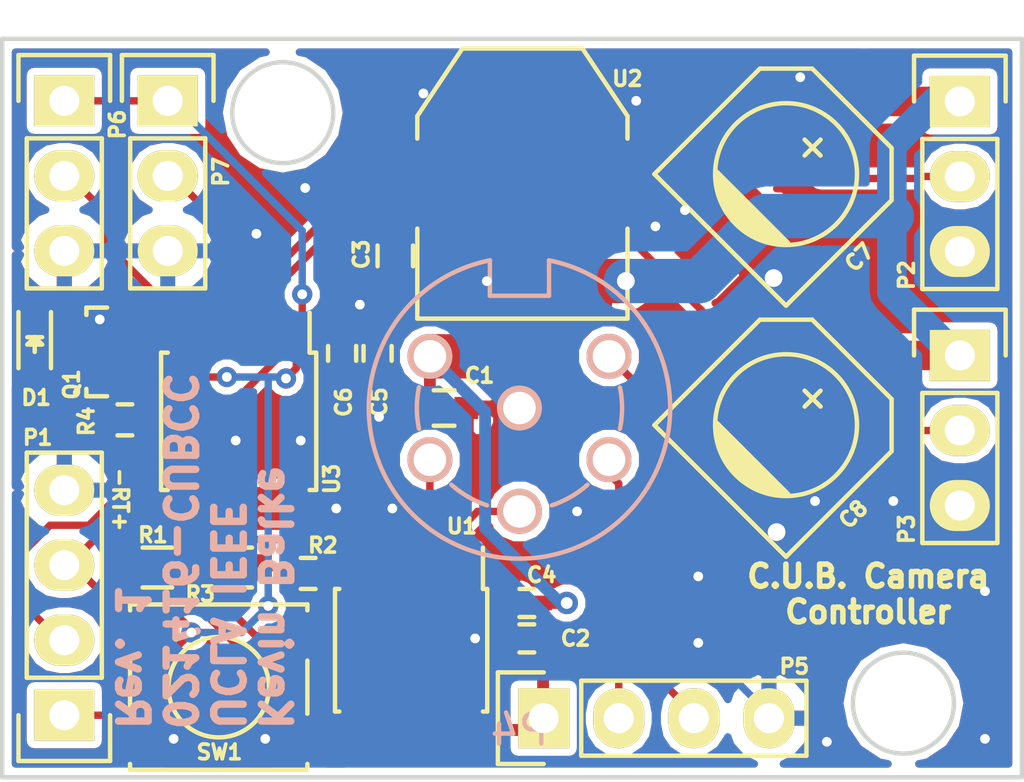
<source format=kicad_pcb>
(kicad_pcb (version 4) (host pcbnew 4.0.0-rc2-stable)

  (general
    (links 61)
    (no_connects 0)
    (area 165.991667 85.875 206.508334 116.475)
    (thickness 1.6)
    (drawings 9)
    (tracks 555)
    (zones 0)
    (modules 25)
    (nets 22)
  )

  (page A4)
  (layers
    (0 F.Cu signal)
    (31 B.Cu signal)
    (32 B.Adhes user)
    (33 F.Adhes user)
    (34 B.Paste user)
    (35 F.Paste user)
    (36 B.SilkS user)
    (37 F.SilkS user)
    (38 B.Mask user)
    (39 F.Mask user)
    (40 Dwgs.User user)
    (41 Cmts.User user)
    (42 Eco1.User user)
    (43 Eco2.User user)
    (44 Edge.Cuts user)
    (45 Margin user)
    (46 B.CrtYd user)
    (47 F.CrtYd user)
    (48 B.Fab user)
    (49 F.Fab user)
  )

  (setup
    (last_trace_width 0.25)
    (trace_clearance 0.2)
    (zone_clearance 0.25)
    (zone_45_only no)
    (trace_min 0.1524)
    (segment_width 0.15)
    (edge_width 0.15)
    (via_size 0.6858)
    (via_drill 0.3302)
    (via_min_size 0.6858)
    (via_min_drill 0.3302)
    (uvia_size 0.3)
    (uvia_drill 0.1)
    (uvias_allowed no)
    (uvia_min_size 0.2)
    (uvia_min_drill 0.1)
    (pcb_text_width 0.3)
    (pcb_text_size 1.5 1.5)
    (mod_edge_width 0.15)
    (mod_text_size 1 1)
    (mod_text_width 0.15)
    (pad_size 2.032 1.7272)
    (pad_drill 1.016)
    (pad_to_mask_clearance 0.2)
    (aux_axis_origin 0 0)
    (visible_elements FFFFFF7F)
    (pcbplotparams
      (layerselection 0x010f0_80000001)
      (usegerberextensions false)
      (excludeedgelayer true)
      (linewidth 0.100000)
      (plotframeref false)
      (viasonmask false)
      (mode 1)
      (useauxorigin false)
      (hpglpennumber 1)
      (hpglpenspeed 20)
      (hpglpendiameter 15)
      (hpglpenoverlay 2)
      (psnegative false)
      (psa4output false)
      (plotreference true)
      (plotvalue false)
      (plotinvisibletext false)
      (padsonsilk false)
      (subtractmaskfromsilk false)
      (outputformat 1)
      (mirror false)
      (drillshape 0)
      (scaleselection 1)
      (outputdirectory Gerbers/))
  )

  (net 0 "")
  (net 1 +5V)
  (net 2 GND)
  (net 3 +3V3)
  (net 4 "Net-(D1-Pad1)")
  (net 5 MSP_TEST)
  (net 6 MSP_RST)
  (net 7 PITCH_SERVO_SIG)
  (net 8 YAW_SERVO_SIG)
  (net 9 CAM_D-)
  (net 10 CAM_D+)
  (net 11 Lx_LDA)
  (net 12 Ly_LCL)
  (net 13 PITCH_SERVO_POT)
  (net 14 YAW_SERVO_POT)
  (net 15 "Net-(Q1-Pad1)")
  (net 16 MSP_SCL)
  (net 17 MSP_SDA)
  (net 18 MSP_HB_LED)
  (net 19 "Net-(U3-Pad6)")
  (net 20 "Net-(U3-Pad12)")
  (net 21 "Net-(U3-Pad13)")

  (net_class Default "This is the default net class."
    (clearance 0.2)
    (trace_width 0.25)
    (via_dia 0.6858)
    (via_drill 0.3302)
    (uvia_dia 0.3)
    (uvia_drill 0.1)
    (add_net +3V3)
    (add_net CAM_D+)
    (add_net CAM_D-)
    (add_net GND)
    (add_net Lx_LDA)
    (add_net Ly_LCL)
    (add_net MSP_HB_LED)
    (add_net MSP_RST)
    (add_net MSP_SCL)
    (add_net MSP_SDA)
    (add_net MSP_TEST)
    (add_net "Net-(D1-Pad1)")
    (add_net "Net-(Q1-Pad1)")
    (add_net "Net-(U3-Pad12)")
    (add_net "Net-(U3-Pad13)")
    (add_net "Net-(U3-Pad6)")
    (add_net PITCH_SERVO_POT)
    (add_net PITCH_SERVO_SIG)
    (add_net YAW_SERVO_POT)
    (add_net YAW_SERVO_SIG)
  )

  (net_class Power ""
    (clearance 0.2)
    (trace_width 0.4)
    (via_dia 0.8556)
    (via_drill 0.5)
    (uvia_dia 0.3)
    (uvia_drill 0.1)
    (add_net +5V)
  )

  (module Misc_TH:DIN_TH_6POL (layer B.Cu) (tedit 56C2405C) (tstamp 56C14336)
    (at 186.5 100.5)
    (descr http://www.amphenol.info/downloads/40_c091_abd_e.pdf)
    (tags "circular, connector, screw, locking")
    (path /56C0C06F)
    (fp_text reference P4 (at 0 10.9) (layer B.SilkS)
      (effects (font (size 1 1) (thickness 0.15)) (justify mirror))
    )
    (fp_text value CONN_01X06 (at 0 -11) (layer B.Fab) hide
      (effects (font (size 1 1) (thickness 0.15)) (justify mirror))
    )
    (fp_arc (start 0 0) (end -2.3 2.6) (angle -23.06151953) (layer B.SilkS) (width 0.15))
    (fp_arc (start 0 0) (end -3.4 -0.7) (angle -23.267268) (layer B.SilkS) (width 0.15))
    (fp_circle (center 0 0) (end 0 -10) (layer B.CrtYd) (width 0.15))
    (fp_line (start 1 -3.8) (end 1 -5) (layer B.SilkS) (width 0.15))
    (fp_line (start -1 -3.8) (end 1 -3.8) (layer B.SilkS) (width 0.15))
    (fp_line (start -1 -5) (end -1 -3.8) (layer B.SilkS) (width 0.15))
    (fp_arc (start 0 0) (end -1 -5) (angle -337.3801351) (layer B.SilkS) (width 0.15))
    (fp_arc (start 0 0) (end 3.4 0.7) (angle -23.2) (layer B.SilkS) (width 0.15))
    (fp_arc (start 0 0) (end 2.3 2.6) (angle 23) (layer B.SilkS) (width 0.15))
    (pad 5 thru_hole circle (at 3.03 -1.75) (size 1.524 1.524) (drill 1.1) (layers *.Cu *.Mask B.SilkS)
      (net 9 CAM_D-))
    (pad 4 thru_hole circle (at 3.03 1.75) (size 1.524 1.524) (drill 1.1) (layers *.Cu *.Mask B.SilkS)
      (net 10 CAM_D+))
    (pad 2 thru_hole circle (at -3.03 1.75) (size 1.524 1.524) (drill 1.1) (layers *.Cu *.Mask B.SilkS)
      (net 11 Lx_LDA))
    (pad 1 thru_hole circle (at -3.03 -1.75) (size 1.524 1.524) (drill 1.1) (layers *.Cu *.Mask B.SilkS)
      (net 1 +5V))
    (pad 6 thru_hole circle (at 0 0) (size 1.524 1.524) (drill 1.1) (layers *.Cu *.Mask B.SilkS)
      (net 2 GND) (zone_connect 2))
    (pad 3 thru_hole circle (at 0 3.5) (size 1.524 1.524) (drill 1.1) (layers *.Cu *.Mask B.SilkS)
      (net 12 Ly_LCL))
  )

  (module Misc_SMD:c_elec_3.5x5.6 (layer F.Cu) (tedit 56C15CA3) (tstamp 56C142C0)
    (at 195.520101 92.579899 45)
    (descr "SMT capacitor, aluminium electrolytic, 4x5.8")
    (path /56C2E49D)
    (attr smd)
    (fp_text reference C7 (at -0.240559 3.747666 45) (layer F.SilkS)
      (effects (font (size 0.5 0.5) (thickness 0.125)))
    )
    (fp_text value 100uF (at 0 4.2 45) (layer F.Fab) hide
      (effects (font (size 1 1) (thickness 0.15)))
    )
    (fp_line (start -1.6 -1.7) (end -1.6 1.7) (layer F.SilkS) (width 0.15))
    (fp_line (start -1.7 1.6) (end -1.7 -1.6) (layer F.SilkS) (width 0.15))
    (fp_line (start -1.8 -1.5) (end -1.8 1.5) (layer F.SilkS) (width 0.15))
    (fp_line (start -1.9 1.4) (end -1.9 -1.4) (layer F.SilkS) (width 0.15))
    (fp_line (start -2 -1.3) (end -2 1.3) (layer F.SilkS) (width 0.15))
    (fp_line (start -2.1 1.1) (end -2.1 -1.1) (layer F.SilkS) (width 0.15))
    (fp_line (start -2.2 -0.8) (end -2.2 0.8) (layer F.SilkS) (width 0.15))
    (fp_line (start -2.3 -0.4) (end -2.3 0.4) (layer F.SilkS) (width 0.15))
    (fp_line (start -4.9 -3.4) (end 4.9 -3.4) (layer F.CrtYd) (width 0.05))
    (fp_line (start 4.9 -3.4) (end 4.9 3.4) (layer F.CrtYd) (width 0.05))
    (fp_line (start 4.9 3.4) (end -4.9 3.4) (layer F.CrtYd) (width 0.05))
    (fp_line (start -4.9 3.4) (end -4.9 -3.4) (layer F.CrtYd) (width 0.05))
    (fp_line (start 1.651 0) (end 0.889 0) (layer F.SilkS) (width 0.15))
    (fp_line (start 1.27 -0.381) (end 1.27 0.381) (layer F.SilkS) (width 0.15))
    (fp_line (start 1.9 3.15) (end -3.15 3.15) (layer F.SilkS) (width 0.15))
    (fp_line (start 3.15 -1.9) (end 3.15 1.9) (layer F.SilkS) (width 0.15))
    (fp_line (start 1.9 3.15) (end 3.15 1.9) (layer F.SilkS) (width 0.15))
    (fp_line (start 1.9 -3.15) (end -3.15 -3.15) (layer F.SilkS) (width 0.15))
    (fp_line (start 1.9 -3.15) (end 3.15 -1.9) (layer F.SilkS) (width 0.15))
    (fp_line (start -3.15 -3.15) (end -3.15 3.15) (layer F.SilkS) (width 0.15))
    (fp_circle (center 0 0) (end -2.4 0) (layer F.SilkS) (width 0.15))
    (pad 1 smd rect (at 2.8 0 45) (size 3.5 1.6) (layers F.Cu F.Paste F.Mask)
      (net 1 +5V))
    (pad 2 smd rect (at -2.8 0 45) (size 3.5 1.6) (layers F.Cu F.Paste F.Mask)
      (net 2 GND))
    (model Capacitors_SMD.3dshapes/c_elec_4x5.8.wrl
      (at (xyz 0 0 0))
      (scale (xyz 1 1 1))
      (rotate (xyz 0 0 0))
    )
  )

  (module TO_SOT_Packages_SMD:SOT-223 (layer F.Cu) (tedit 56C15CD7) (tstamp 56C143E9)
    (at 186.6 92.902)
    (descr "module CMS SOT223 4 pins")
    (tags "CMS SOT")
    (path /56C0A759)
    (attr smd)
    (fp_text reference U2 (at 3.55 -3.552) (layer F.SilkS)
      (effects (font (size 0.5 0.5) (thickness 0.125)))
    )
    (fp_text value AP2114H (at 0.1 0.998) (layer F.Fab) hide
      (effects (font (size 1 1) (thickness 0.15)))
    )
    (fp_line (start -3.556 1.524) (end -3.556 4.572) (layer F.SilkS) (width 0.15))
    (fp_line (start -3.556 4.572) (end 3.556 4.572) (layer F.SilkS) (width 0.15))
    (fp_line (start 3.556 4.572) (end 3.556 1.524) (layer F.SilkS) (width 0.15))
    (fp_line (start -3.556 -1.524) (end -3.556 -2.286) (layer F.SilkS) (width 0.15))
    (fp_line (start -3.556 -2.286) (end -2.032 -4.572) (layer F.SilkS) (width 0.15))
    (fp_line (start -2.032 -4.572) (end 2.032 -4.572) (layer F.SilkS) (width 0.15))
    (fp_line (start 2.032 -4.572) (end 3.556 -2.286) (layer F.SilkS) (width 0.15))
    (fp_line (start 3.556 -2.286) (end 3.556 -1.524) (layer F.SilkS) (width 0.15))
    (pad 4 smd rect (at 0 -3.302) (size 3.6576 2.032) (layers F.Cu F.Paste F.Mask))
    (pad 2 smd rect (at 0 3.302) (size 1.016 2.032) (layers F.Cu F.Paste F.Mask)
      (net 3 +3V3))
    (pad 3 smd rect (at 2.286 3.302) (size 1.016 2.032) (layers F.Cu F.Paste F.Mask)
      (net 1 +5V))
    (pad 1 smd rect (at -2.286 3.302) (size 1.016 2.032) (layers F.Cu F.Paste F.Mask)
      (net 2 GND))
    (model TO_SOT_Packages_SMD.3dshapes/SOT-223.wrl
      (at (xyz 0 0 0))
      (scale (xyz 0.4 0.4 0.4))
      (rotate (xyz 0 0 0))
    )
  )

  (module Capacitors_SMD:C_0603 (layer F.Cu) (tedit 56C15CFD) (tstamp 56C14269)
    (at 183.95 100.5)
    (descr "Capacitor SMD 0603, reflow soldering, AVX (see smccp.pdf)")
    (tags "capacitor 0603")
    (path /56C0A943)
    (attr smd)
    (fp_text reference C1 (at 1.2 -1.1) (layer F.SilkS)
      (effects (font (size 0.5 0.5) (thickness 0.125)))
    )
    (fp_text value 4.7uF (at 0 1.9) (layer F.Fab) hide
      (effects (font (size 1 1) (thickness 0.15)))
    )
    (fp_line (start -1.45 -0.75) (end 1.45 -0.75) (layer F.CrtYd) (width 0.05))
    (fp_line (start -1.45 0.75) (end 1.45 0.75) (layer F.CrtYd) (width 0.05))
    (fp_line (start -1.45 -0.75) (end -1.45 0.75) (layer F.CrtYd) (width 0.05))
    (fp_line (start 1.45 -0.75) (end 1.45 0.75) (layer F.CrtYd) (width 0.05))
    (fp_line (start -0.35 -0.6) (end 0.35 -0.6) (layer F.SilkS) (width 0.15))
    (fp_line (start 0.35 0.6) (end -0.35 0.6) (layer F.SilkS) (width 0.15))
    (pad 1 smd rect (at -0.75 0) (size 0.8 0.75) (layers F.Cu F.Paste F.Mask)
      (net 1 +5V))
    (pad 2 smd rect (at 0.75 0) (size 0.8 0.75) (layers F.Cu F.Paste F.Mask)
      (net 2 GND))
    (model Capacitors_SMD.3dshapes/C_0603.wrl
      (at (xyz 0 0 0))
      (scale (xyz 1 1 1))
      (rotate (xyz 0 0 0))
    )
  )

  (module Capacitors_SMD:C_0402 (layer F.Cu) (tedit 56C15E27) (tstamp 56C14275)
    (at 186.75 108.3 180)
    (descr "Capacitor SMD 0402, reflow soldering, AVX (see smccp.pdf)")
    (tags "capacitor 0402")
    (path /56C29E70)
    (attr smd)
    (fp_text reference C2 (at -1.65 0 180) (layer F.SilkS)
      (effects (font (size 0.5 0.5) (thickness 0.125)))
    )
    (fp_text value 0.001uF (at 0 1.7 180) (layer F.Fab) hide
      (effects (font (size 1 1) (thickness 0.15)))
    )
    (fp_line (start -1.15 -0.6) (end 1.15 -0.6) (layer F.CrtYd) (width 0.05))
    (fp_line (start -1.15 0.6) (end 1.15 0.6) (layer F.CrtYd) (width 0.05))
    (fp_line (start -1.15 -0.6) (end -1.15 0.6) (layer F.CrtYd) (width 0.05))
    (fp_line (start 1.15 -0.6) (end 1.15 0.6) (layer F.CrtYd) (width 0.05))
    (fp_line (start 0.25 -0.475) (end -0.25 -0.475) (layer F.SilkS) (width 0.15))
    (fp_line (start -0.25 0.475) (end 0.25 0.475) (layer F.SilkS) (width 0.15))
    (pad 1 smd rect (at -0.55 0 180) (size 0.6 0.5) (layers F.Cu F.Paste F.Mask)
      (net 1 +5V))
    (pad 2 smd rect (at 0.55 0 180) (size 0.6 0.5) (layers F.Cu F.Paste F.Mask)
      (net 2 GND))
    (model Capacitors_SMD.3dshapes/C_0402.wrl
      (at (xyz 0 0 0))
      (scale (xyz 1 1 1))
      (rotate (xyz 0 0 0))
    )
  )

  (module Capacitors_SMD:C_0603 (layer F.Cu) (tedit 56C15CE7) (tstamp 56C14281)
    (at 182.3 95.35 270)
    (descr "Capacitor SMD 0603, reflow soldering, AVX (see smccp.pdf)")
    (tags "capacitor 0603")
    (path /56C25ECE)
    (attr smd)
    (fp_text reference C3 (at -0.05 1.15 270) (layer F.SilkS)
      (effects (font (size 0.5 0.5) (thickness 0.125)))
    )
    (fp_text value 4.7uF (at 0 1.9 270) (layer F.Fab) hide
      (effects (font (size 1 1) (thickness 0.15)))
    )
    (fp_line (start -1.45 -0.75) (end 1.45 -0.75) (layer F.CrtYd) (width 0.05))
    (fp_line (start -1.45 0.75) (end 1.45 0.75) (layer F.CrtYd) (width 0.05))
    (fp_line (start -1.45 -0.75) (end -1.45 0.75) (layer F.CrtYd) (width 0.05))
    (fp_line (start 1.45 -0.75) (end 1.45 0.75) (layer F.CrtYd) (width 0.05))
    (fp_line (start -0.35 -0.6) (end 0.35 -0.6) (layer F.SilkS) (width 0.15))
    (fp_line (start 0.35 0.6) (end -0.35 0.6) (layer F.SilkS) (width 0.15))
    (pad 1 smd rect (at -0.75 0 270) (size 0.8 0.75) (layers F.Cu F.Paste F.Mask)
      (net 3 +3V3))
    (pad 2 smd rect (at 0.75 0 270) (size 0.8 0.75) (layers F.Cu F.Paste F.Mask)
      (net 2 GND))
    (model Capacitors_SMD.3dshapes/C_0603.wrl
      (at (xyz 0 0 0))
      (scale (xyz 1 1 1))
      (rotate (xyz 0 0 0))
    )
  )

  (module Capacitors_SMD:C_0402 (layer F.Cu) (tedit 56C15E2C) (tstamp 56C1428D)
    (at 186.75 107.1 180)
    (descr "Capacitor SMD 0402, reflow soldering, AVX (see smccp.pdf)")
    (tags "capacitor 0402")
    (path /56C29E79)
    (attr smd)
    (fp_text reference C4 (at -0.5 0.95 180) (layer F.SilkS)
      (effects (font (size 0.5 0.5) (thickness 0.125)))
    )
    (fp_text value 0.1uF (at 0 1.7 180) (layer F.Fab) hide
      (effects (font (size 1 1) (thickness 0.15)))
    )
    (fp_line (start -1.15 -0.6) (end 1.15 -0.6) (layer F.CrtYd) (width 0.05))
    (fp_line (start -1.15 0.6) (end 1.15 0.6) (layer F.CrtYd) (width 0.05))
    (fp_line (start -1.15 -0.6) (end -1.15 0.6) (layer F.CrtYd) (width 0.05))
    (fp_line (start 1.15 -0.6) (end 1.15 0.6) (layer F.CrtYd) (width 0.05))
    (fp_line (start 0.25 -0.475) (end -0.25 -0.475) (layer F.SilkS) (width 0.15))
    (fp_line (start -0.25 0.475) (end 0.25 0.475) (layer F.SilkS) (width 0.15))
    (pad 1 smd rect (at -0.55 0 180) (size 0.6 0.5) (layers F.Cu F.Paste F.Mask)
      (net 1 +5V))
    (pad 2 smd rect (at 0.55 0 180) (size 0.6 0.5) (layers F.Cu F.Paste F.Mask)
      (net 2 GND))
    (model Capacitors_SMD.3dshapes/C_0402.wrl
      (at (xyz 0 0 0))
      (scale (xyz 1 1 1))
      (rotate (xyz 0 0 0))
    )
  )

  (module Capacitors_SMD:C_0402 (layer F.Cu) (tedit 56C15D0E) (tstamp 56C14299)
    (at 181.7 98.65 270)
    (descr "Capacitor SMD 0402, reflow soldering, AVX (see smccp.pdf)")
    (tags "capacitor 0402")
    (path /56C225D4)
    (attr smd)
    (fp_text reference C5 (at 1.65 -0.05 270) (layer F.SilkS)
      (effects (font (size 0.5 0.5) (thickness 0.125)))
    )
    (fp_text value 0.001uF (at 0 1.7 270) (layer F.Fab) hide
      (effects (font (size 1 1) (thickness 0.15)))
    )
    (fp_line (start -1.15 -0.6) (end 1.15 -0.6) (layer F.CrtYd) (width 0.05))
    (fp_line (start -1.15 0.6) (end 1.15 0.6) (layer F.CrtYd) (width 0.05))
    (fp_line (start -1.15 -0.6) (end -1.15 0.6) (layer F.CrtYd) (width 0.05))
    (fp_line (start 1.15 -0.6) (end 1.15 0.6) (layer F.CrtYd) (width 0.05))
    (fp_line (start 0.25 -0.475) (end -0.25 -0.475) (layer F.SilkS) (width 0.15))
    (fp_line (start -0.25 0.475) (end 0.25 0.475) (layer F.SilkS) (width 0.15))
    (pad 1 smd rect (at -0.55 0 270) (size 0.6 0.5) (layers F.Cu F.Paste F.Mask)
      (net 3 +3V3))
    (pad 2 smd rect (at 0.55 0 270) (size 0.6 0.5) (layers F.Cu F.Paste F.Mask)
      (net 2 GND))
    (model Capacitors_SMD.3dshapes/C_0402.wrl
      (at (xyz 0 0 0))
      (scale (xyz 1 1 1))
      (rotate (xyz 0 0 0))
    )
  )

  (module Capacitors_SMD:C_0402 (layer F.Cu) (tedit 56C15D19) (tstamp 56C142A5)
    (at 180.5 98.65 270)
    (descr "Capacitor SMD 0402, reflow soldering, AVX (see smccp.pdf)")
    (tags "capacitor 0402")
    (path /56C22754)
    (attr smd)
    (fp_text reference C6 (at 1.65 -0.05 270) (layer F.SilkS)
      (effects (font (size 0.5 0.5) (thickness 0.125)))
    )
    (fp_text value 0.1uF (at 0 1.7 270) (layer F.Fab) hide
      (effects (font (size 1 1) (thickness 0.15)))
    )
    (fp_line (start -1.15 -0.6) (end 1.15 -0.6) (layer F.CrtYd) (width 0.05))
    (fp_line (start -1.15 0.6) (end 1.15 0.6) (layer F.CrtYd) (width 0.05))
    (fp_line (start -1.15 -0.6) (end -1.15 0.6) (layer F.CrtYd) (width 0.05))
    (fp_line (start 1.15 -0.6) (end 1.15 0.6) (layer F.CrtYd) (width 0.05))
    (fp_line (start 0.25 -0.475) (end -0.25 -0.475) (layer F.SilkS) (width 0.15))
    (fp_line (start -0.25 0.475) (end 0.25 0.475) (layer F.SilkS) (width 0.15))
    (pad 1 smd rect (at -0.55 0 270) (size 0.6 0.5) (layers F.Cu F.Paste F.Mask)
      (net 3 +3V3))
    (pad 2 smd rect (at 0.55 0 270) (size 0.6 0.5) (layers F.Cu F.Paste F.Mask)
      (net 2 GND))
    (model Capacitors_SMD.3dshapes/C_0402.wrl
      (at (xyz 0 0 0))
      (scale (xyz 1 1 1))
      (rotate (xyz 0 0 0))
    )
  )

  (module Misc_SMD:c_elec_3.5x5.6 (layer F.Cu) (tedit 56C15C96) (tstamp 56C142DB)
    (at 195.520101 101.079899 45)
    (descr "SMT capacitor, aluminium electrolytic, 4x5.8")
    (path /56C30139)
    (attr smd)
    (fp_text reference C8 (at -0.523402 3.747666 45) (layer F.SilkS)
      (effects (font (size 0.5 0.5) (thickness 0.125)))
    )
    (fp_text value 100uF (at 0 4.2 45) (layer F.Fab) hide
      (effects (font (size 1 1) (thickness 0.15)))
    )
    (fp_line (start -1.6 -1.7) (end -1.6 1.7) (layer F.SilkS) (width 0.15))
    (fp_line (start -1.7 1.6) (end -1.7 -1.6) (layer F.SilkS) (width 0.15))
    (fp_line (start -1.8 -1.5) (end -1.8 1.5) (layer F.SilkS) (width 0.15))
    (fp_line (start -1.9 1.4) (end -1.9 -1.4) (layer F.SilkS) (width 0.15))
    (fp_line (start -2 -1.3) (end -2 1.3) (layer F.SilkS) (width 0.15))
    (fp_line (start -2.1 1.1) (end -2.1 -1.1) (layer F.SilkS) (width 0.15))
    (fp_line (start -2.2 -0.8) (end -2.2 0.8) (layer F.SilkS) (width 0.15))
    (fp_line (start -2.3 -0.4) (end -2.3 0.4) (layer F.SilkS) (width 0.15))
    (fp_line (start -4.9 -3.4) (end 4.9 -3.4) (layer F.CrtYd) (width 0.05))
    (fp_line (start 4.9 -3.4) (end 4.9 3.4) (layer F.CrtYd) (width 0.05))
    (fp_line (start 4.9 3.4) (end -4.9 3.4) (layer F.CrtYd) (width 0.05))
    (fp_line (start -4.9 3.4) (end -4.9 -3.4) (layer F.CrtYd) (width 0.05))
    (fp_line (start 1.651 0) (end 0.889 0) (layer F.SilkS) (width 0.15))
    (fp_line (start 1.27 -0.381) (end 1.27 0.381) (layer F.SilkS) (width 0.15))
    (fp_line (start 1.9 3.15) (end -3.15 3.15) (layer F.SilkS) (width 0.15))
    (fp_line (start 3.15 -1.9) (end 3.15 1.9) (layer F.SilkS) (width 0.15))
    (fp_line (start 1.9 3.15) (end 3.15 1.9) (layer F.SilkS) (width 0.15))
    (fp_line (start 1.9 -3.15) (end -3.15 -3.15) (layer F.SilkS) (width 0.15))
    (fp_line (start 1.9 -3.15) (end 3.15 -1.9) (layer F.SilkS) (width 0.15))
    (fp_line (start -3.15 -3.15) (end -3.15 3.15) (layer F.SilkS) (width 0.15))
    (fp_circle (center 0 0) (end -2.4 0) (layer F.SilkS) (width 0.15))
    (pad 1 smd rect (at 2.8 0 45) (size 3.5 1.6) (layers F.Cu F.Paste F.Mask)
      (net 1 +5V))
    (pad 2 smd rect (at -2.8 0 45) (size 3.5 1.6) (layers F.Cu F.Paste F.Mask)
      (net 2 GND))
    (model Capacitors_SMD.3dshapes/c_elec_4x5.8.wrl
      (at (xyz 0 0 0))
      (scale (xyz 1 1 1))
      (rotate (xyz 0 0 0))
    )
  )

  (module LEDs:LED_0603 (layer F.Cu) (tedit 56C15DE2) (tstamp 56C142EC)
    (at 170.1 98.3507 270)
    (descr "LED 0603 smd package")
    (tags "LED led 0603 SMD smd SMT smt smdled SMDLED smtled SMTLED")
    (path /56C1BDEB)
    (attr smd)
    (fp_text reference D1 (at 1.7993 -0.05 360) (layer F.SilkS)
      (effects (font (size 0.5 0.5) (thickness 0.125)))
    )
    (fp_text value "GREEN LED" (at 0.2507 1.4 270) (layer F.Fab) hide
      (effects (font (size 1 1) (thickness 0.15)))
    )
    (fp_line (start -1.1 0.55) (end 0.8 0.55) (layer F.SilkS) (width 0.15))
    (fp_line (start -1.1 -0.55) (end 0.8 -0.55) (layer F.SilkS) (width 0.15))
    (fp_line (start -0.2 0) (end 0.25 0) (layer F.SilkS) (width 0.15))
    (fp_line (start -0.25 -0.25) (end -0.25 0.25) (layer F.SilkS) (width 0.15))
    (fp_line (start -0.25 0) (end 0 -0.25) (layer F.SilkS) (width 0.15))
    (fp_line (start 0 -0.25) (end 0 0.25) (layer F.SilkS) (width 0.15))
    (fp_line (start 0 0.25) (end -0.25 0) (layer F.SilkS) (width 0.15))
    (fp_line (start 1.4 -0.75) (end 1.4 0.75) (layer F.CrtYd) (width 0.05))
    (fp_line (start 1.4 0.75) (end -1.4 0.75) (layer F.CrtYd) (width 0.05))
    (fp_line (start -1.4 0.75) (end -1.4 -0.75) (layer F.CrtYd) (width 0.05))
    (fp_line (start -1.4 -0.75) (end 1.4 -0.75) (layer F.CrtYd) (width 0.05))
    (pad 2 smd rect (at 0.7493 0 90) (size 0.79756 0.79756) (layers F.Cu F.Paste F.Mask)
      (net 3 +3V3))
    (pad 1 smd rect (at -0.7493 0 90) (size 0.79756 0.79756) (layers F.Cu F.Paste F.Mask)
      (net 4 "Net-(D1-Pad1)"))
    (model LEDs.3dshapes/LED_0603.wrl
      (at (xyz 0 0 0))
      (scale (xyz 1 1 1))
      (rotate (xyz 0 0 180))
    )
  )

  (module Pin_Headers:Pin_Header_Straight_1x04 (layer F.Cu) (tedit 56C15DBC) (tstamp 56C142FF)
    (at 171.1 110.9 180)
    (descr "Through hole pin header")
    (tags "pin header")
    (path /56C18778)
    (fp_text reference P1 (at 0.9 9.4 180) (layer F.SilkS)
      (effects (font (size 0.5 0.5) (thickness 0.125)))
    )
    (fp_text value CONN_01X04 (at 0 -3.1 180) (layer F.Fab) hide
      (effects (font (size 1 1) (thickness 0.15)))
    )
    (fp_line (start -1.75 -1.75) (end -1.75 9.4) (layer F.CrtYd) (width 0.05))
    (fp_line (start 1.75 -1.75) (end 1.75 9.4) (layer F.CrtYd) (width 0.05))
    (fp_line (start -1.75 -1.75) (end 1.75 -1.75) (layer F.CrtYd) (width 0.05))
    (fp_line (start -1.75 9.4) (end 1.75 9.4) (layer F.CrtYd) (width 0.05))
    (fp_line (start -1.27 1.27) (end -1.27 8.89) (layer F.SilkS) (width 0.15))
    (fp_line (start 1.27 1.27) (end 1.27 8.89) (layer F.SilkS) (width 0.15))
    (fp_line (start 1.55 -1.55) (end 1.55 0) (layer F.SilkS) (width 0.15))
    (fp_line (start -1.27 8.89) (end 1.27 8.89) (layer F.SilkS) (width 0.15))
    (fp_line (start 1.27 1.27) (end -1.27 1.27) (layer F.SilkS) (width 0.15))
    (fp_line (start -1.55 0) (end -1.55 -1.55) (layer F.SilkS) (width 0.15))
    (fp_line (start -1.55 -1.55) (end 1.55 -1.55) (layer F.SilkS) (width 0.15))
    (pad 1 thru_hole rect (at 0 0 180) (size 2.032 1.7272) (drill 1.016) (layers *.Cu *.Mask F.SilkS)
      (net 3 +3V3))
    (pad 2 thru_hole oval (at 0 2.54 180) (size 2.032 1.7272) (drill 1.016) (layers *.Cu *.Mask F.SilkS)
      (net 5 MSP_TEST))
    (pad 3 thru_hole oval (at 0 5.08 180) (size 2.032 1.7272) (drill 1.016) (layers *.Cu *.Mask F.SilkS)
      (net 6 MSP_RST))
    (pad 4 thru_hole oval (at 0 7.62 180) (size 2.032 1.7272) (drill 1.016) (layers *.Cu *.Mask F.SilkS)
      (net 2 GND))
    (model Pin_Headers.3dshapes/Pin_Header_Straight_1x04.wrl
      (at (xyz 0 -0.15 0))
      (scale (xyz 1 1 1))
      (rotate (xyz 0 0 90))
    )
  )

  (module Pin_Headers:Pin_Header_Straight_1x03 (layer F.Cu) (tedit 56C24071) (tstamp 56C14311)
    (at 201.4 90.12)
    (descr "Through hole pin header")
    (tags "pin header")
    (path /56C07CB1)
    (fp_text reference P2 (at -1.8 5.88 90) (layer F.SilkS)
      (effects (font (size 0.5 0.5) (thickness 0.125)))
    )
    (fp_text value CONN_01X03 (at 0 -3.1) (layer F.Fab) hide
      (effects (font (size 1 1) (thickness 0.15)))
    )
    (fp_line (start -1.75 -1.75) (end -1.75 6.85) (layer F.CrtYd) (width 0.05))
    (fp_line (start 1.75 -1.75) (end 1.75 6.85) (layer F.CrtYd) (width 0.05))
    (fp_line (start -1.75 -1.75) (end 1.75 -1.75) (layer F.CrtYd) (width 0.05))
    (fp_line (start -1.75 6.85) (end 1.75 6.85) (layer F.CrtYd) (width 0.05))
    (fp_line (start -1.27 1.27) (end -1.27 6.35) (layer F.SilkS) (width 0.15))
    (fp_line (start -1.27 6.35) (end 1.27 6.35) (layer F.SilkS) (width 0.15))
    (fp_line (start 1.27 6.35) (end 1.27 1.27) (layer F.SilkS) (width 0.15))
    (fp_line (start 1.55 -1.55) (end 1.55 0) (layer F.SilkS) (width 0.15))
    (fp_line (start 1.27 1.27) (end -1.27 1.27) (layer F.SilkS) (width 0.15))
    (fp_line (start -1.55 0) (end -1.55 -1.55) (layer F.SilkS) (width 0.15))
    (fp_line (start -1.55 -1.55) (end 1.55 -1.55) (layer F.SilkS) (width 0.15))
    (pad 1 thru_hole rect (at 0 0) (size 2.032 1.7272) (drill 1.016) (layers *.Cu *.Mask F.SilkS)
      (net 1 +5V))
    (pad 2 thru_hole oval (at 0 2.54) (size 2.032 1.7272) (drill 1.016) (layers *.Cu *.Mask F.SilkS)
      (net 7 PITCH_SERVO_SIG))
    (pad 3 thru_hole oval (at 0 5.08) (size 2.032 1.7272) (drill 1.016) (layers *.Cu *.Mask F.SilkS)
      (net 2 GND) (zone_connect 2))
    (model Pin_Headers.3dshapes/Pin_Header_Straight_1x03.wrl
      (at (xyz 0 -0.1 0))
      (scale (xyz 1 1 1))
      (rotate (xyz 0 0 90))
    )
  )

  (module Pin_Headers:Pin_Header_Straight_1x03 (layer F.Cu) (tedit 56C2407A) (tstamp 56C14323)
    (at 201.4 98.72)
    (descr "Through hole pin header")
    (tags "pin header")
    (path /56C07C55)
    (fp_text reference P3 (at -1.8 5.88 90) (layer F.SilkS)
      (effects (font (size 0.5 0.5) (thickness 0.125)))
    )
    (fp_text value CONN_01X03 (at 0 -3.1) (layer F.Fab) hide
      (effects (font (size 1 1) (thickness 0.15)))
    )
    (fp_line (start -1.75 -1.75) (end -1.75 6.85) (layer F.CrtYd) (width 0.05))
    (fp_line (start 1.75 -1.75) (end 1.75 6.85) (layer F.CrtYd) (width 0.05))
    (fp_line (start -1.75 -1.75) (end 1.75 -1.75) (layer F.CrtYd) (width 0.05))
    (fp_line (start -1.75 6.85) (end 1.75 6.85) (layer F.CrtYd) (width 0.05))
    (fp_line (start -1.27 1.27) (end -1.27 6.35) (layer F.SilkS) (width 0.15))
    (fp_line (start -1.27 6.35) (end 1.27 6.35) (layer F.SilkS) (width 0.15))
    (fp_line (start 1.27 6.35) (end 1.27 1.27) (layer F.SilkS) (width 0.15))
    (fp_line (start 1.55 -1.55) (end 1.55 0) (layer F.SilkS) (width 0.15))
    (fp_line (start 1.27 1.27) (end -1.27 1.27) (layer F.SilkS) (width 0.15))
    (fp_line (start -1.55 0) (end -1.55 -1.55) (layer F.SilkS) (width 0.15))
    (fp_line (start -1.55 -1.55) (end 1.55 -1.55) (layer F.SilkS) (width 0.15))
    (pad 1 thru_hole rect (at 0 0) (size 2.032 1.7272) (drill 1.016) (layers *.Cu *.Mask F.SilkS)
      (net 1 +5V))
    (pad 2 thru_hole oval (at 0 2.54) (size 2.032 1.7272) (drill 1.016) (layers *.Cu *.Mask F.SilkS)
      (net 8 YAW_SERVO_SIG))
    (pad 3 thru_hole oval (at 0 5.08) (size 2.032 1.7272) (drill 1.016) (layers *.Cu *.Mask F.SilkS)
      (net 2 GND) (zone_connect 2))
    (model Pin_Headers.3dshapes/Pin_Header_Straight_1x03.wrl
      (at (xyz 0 -0.1 0))
      (scale (xyz 1 1 1))
      (rotate (xyz 0 0 90))
    )
  )

  (module Pin_Headers:Pin_Header_Straight_1x04 (layer F.Cu) (tedit 56C15E53) (tstamp 56C14349)
    (at 187.32 111 90)
    (descr "Through hole pin header")
    (tags "pin header")
    (path /56C0C58D)
    (fp_text reference P5 (at 1.75 8.48 180) (layer F.SilkS)
      (effects (font (size 0.5 0.5) (thickness 0.125)))
    )
    (fp_text value CONN_01X04 (at 0 -3.1 90) (layer F.Fab) hide
      (effects (font (size 1 1) (thickness 0.15)))
    )
    (fp_line (start -1.75 -1.75) (end -1.75 9.4) (layer F.CrtYd) (width 0.05))
    (fp_line (start 1.75 -1.75) (end 1.75 9.4) (layer F.CrtYd) (width 0.05))
    (fp_line (start -1.75 -1.75) (end 1.75 -1.75) (layer F.CrtYd) (width 0.05))
    (fp_line (start -1.75 9.4) (end 1.75 9.4) (layer F.CrtYd) (width 0.05))
    (fp_line (start -1.27 1.27) (end -1.27 8.89) (layer F.SilkS) (width 0.15))
    (fp_line (start 1.27 1.27) (end 1.27 8.89) (layer F.SilkS) (width 0.15))
    (fp_line (start 1.55 -1.55) (end 1.55 0) (layer F.SilkS) (width 0.15))
    (fp_line (start -1.27 8.89) (end 1.27 8.89) (layer F.SilkS) (width 0.15))
    (fp_line (start 1.27 1.27) (end -1.27 1.27) (layer F.SilkS) (width 0.15))
    (fp_line (start -1.55 0) (end -1.55 -1.55) (layer F.SilkS) (width 0.15))
    (fp_line (start -1.55 -1.55) (end 1.55 -1.55) (layer F.SilkS) (width 0.15))
    (pad 1 thru_hole rect (at 0 0 90) (size 2.032 1.7272) (drill 1.016) (layers *.Cu *.Mask F.SilkS)
      (net 1 +5V))
    (pad 2 thru_hole oval (at 0 2.54 90) (size 2.032 1.7272) (drill 1.016) (layers *.Cu *.Mask F.SilkS)
      (net 10 CAM_D+))
    (pad 3 thru_hole oval (at 0 5.08 90) (size 2.032 1.7272) (drill 1.016) (layers *.Cu *.Mask F.SilkS)
      (net 9 CAM_D-))
    (pad 4 thru_hole oval (at 0 7.62 90) (size 2.032 1.7272) (drill 1.016) (layers *.Cu *.Mask F.SilkS)
      (net 2 GND))
    (model Pin_Headers.3dshapes/Pin_Header_Straight_1x04.wrl
      (at (xyz 0 -0.15 0))
      (scale (xyz 1 1 1))
      (rotate (xyz 0 0 90))
    )
  )

  (module Pin_Headers:Pin_Header_Straight_1x03 (layer F.Cu) (tedit 56C14B91) (tstamp 56C1435B)
    (at 171.1 90.1)
    (descr "Through hole pin header")
    (tags "pin header")
    (path /56C1196A)
    (fp_text reference P6 (at 1.8 0.8 90) (layer F.SilkS)
      (effects (font (size 0.5 0.5) (thickness 0.125)))
    )
    (fp_text value CONN_01X03 (at 0 -3.1) (layer F.Fab) hide
      (effects (font (size 1 1) (thickness 0.15)))
    )
    (fp_line (start -1.75 -1.75) (end -1.75 6.85) (layer F.CrtYd) (width 0.05))
    (fp_line (start 1.75 -1.75) (end 1.75 6.85) (layer F.CrtYd) (width 0.05))
    (fp_line (start -1.75 -1.75) (end 1.75 -1.75) (layer F.CrtYd) (width 0.05))
    (fp_line (start -1.75 6.85) (end 1.75 6.85) (layer F.CrtYd) (width 0.05))
    (fp_line (start -1.27 1.27) (end -1.27 6.35) (layer F.SilkS) (width 0.15))
    (fp_line (start -1.27 6.35) (end 1.27 6.35) (layer F.SilkS) (width 0.15))
    (fp_line (start 1.27 6.35) (end 1.27 1.27) (layer F.SilkS) (width 0.15))
    (fp_line (start 1.55 -1.55) (end 1.55 0) (layer F.SilkS) (width 0.15))
    (fp_line (start 1.27 1.27) (end -1.27 1.27) (layer F.SilkS) (width 0.15))
    (fp_line (start -1.55 0) (end -1.55 -1.55) (layer F.SilkS) (width 0.15))
    (fp_line (start -1.55 -1.55) (end 1.55 -1.55) (layer F.SilkS) (width 0.15))
    (pad 1 thru_hole rect (at 0 0) (size 2.032 1.7272) (drill 1.016) (layers *.Cu *.Mask F.SilkS)
      (net 3 +3V3))
    (pad 2 thru_hole oval (at 0 2.54) (size 2.032 1.7272) (drill 1.016) (layers *.Cu *.Mask F.SilkS)
      (net 13 PITCH_SERVO_POT))
    (pad 3 thru_hole oval (at 0 5.08) (size 2.032 1.7272) (drill 1.016) (layers *.Cu *.Mask F.SilkS)
      (net 2 GND))
    (model Pin_Headers.3dshapes/Pin_Header_Straight_1x03.wrl
      (at (xyz 0 -0.1 0))
      (scale (xyz 1 1 1))
      (rotate (xyz 0 0 90))
    )
  )

  (module Pin_Headers:Pin_Header_Straight_1x03 (layer F.Cu) (tedit 56C14B9F) (tstamp 56C1436D)
    (at 174.6 90.1)
    (descr "Through hole pin header")
    (tags "pin header")
    (path /56C11964)
    (fp_text reference P7 (at 1.8 2.4 90) (layer F.SilkS)
      (effects (font (size 0.5 0.5) (thickness 0.125)))
    )
    (fp_text value CONN_01X03 (at 0 -3.1) (layer F.Fab) hide
      (effects (font (size 1 1) (thickness 0.15)))
    )
    (fp_line (start -1.75 -1.75) (end -1.75 6.85) (layer F.CrtYd) (width 0.05))
    (fp_line (start 1.75 -1.75) (end 1.75 6.85) (layer F.CrtYd) (width 0.05))
    (fp_line (start -1.75 -1.75) (end 1.75 -1.75) (layer F.CrtYd) (width 0.05))
    (fp_line (start -1.75 6.85) (end 1.75 6.85) (layer F.CrtYd) (width 0.05))
    (fp_line (start -1.27 1.27) (end -1.27 6.35) (layer F.SilkS) (width 0.15))
    (fp_line (start -1.27 6.35) (end 1.27 6.35) (layer F.SilkS) (width 0.15))
    (fp_line (start 1.27 6.35) (end 1.27 1.27) (layer F.SilkS) (width 0.15))
    (fp_line (start 1.55 -1.55) (end 1.55 0) (layer F.SilkS) (width 0.15))
    (fp_line (start 1.27 1.27) (end -1.27 1.27) (layer F.SilkS) (width 0.15))
    (fp_line (start -1.55 0) (end -1.55 -1.55) (layer F.SilkS) (width 0.15))
    (fp_line (start -1.55 -1.55) (end 1.55 -1.55) (layer F.SilkS) (width 0.15))
    (pad 1 thru_hole rect (at 0 0) (size 2.032 1.7272) (drill 1.016) (layers *.Cu *.Mask F.SilkS)
      (net 3 +3V3))
    (pad 2 thru_hole oval (at 0 2.54) (size 2.032 1.7272) (drill 1.016) (layers *.Cu *.Mask F.SilkS)
      (net 14 YAW_SERVO_POT))
    (pad 3 thru_hole oval (at 0 5.08) (size 2.032 1.7272) (drill 1.016) (layers *.Cu *.Mask F.SilkS)
      (net 2 GND))
    (model Pin_Headers.3dshapes/Pin_Header_Straight_1x03.wrl
      (at (xyz 0 -0.1 0))
      (scale (xyz 1 1 1))
      (rotate (xyz 0 0 90))
    )
  )

  (module TO_SOT_Packages_SMD:SOT-23 (layer F.Cu) (tedit 56C15DEF) (tstamp 56C1437D)
    (at 172.49822 98.6 90)
    (descr "SOT-23, Standard")
    (tags SOT-23)
    (path /56C1B7ED)
    (attr smd)
    (fp_text reference Q1 (at -1.1 -1.14822 90) (layer F.SilkS)
      (effects (font (size 0.5 0.5) (thickness 0.125)))
    )
    (fp_text value Q_NPN_BEC (at 0 2.3 90) (layer F.Fab) hide
      (effects (font (size 1 1) (thickness 0.15)))
    )
    (fp_line (start -1.65 -1.6) (end 1.65 -1.6) (layer F.CrtYd) (width 0.05))
    (fp_line (start 1.65 -1.6) (end 1.65 1.6) (layer F.CrtYd) (width 0.05))
    (fp_line (start 1.65 1.6) (end -1.65 1.6) (layer F.CrtYd) (width 0.05))
    (fp_line (start -1.65 1.6) (end -1.65 -1.6) (layer F.CrtYd) (width 0.05))
    (fp_line (start 1.29916 -0.65024) (end 1.2509 -0.65024) (layer F.SilkS) (width 0.15))
    (fp_line (start -1.49982 0.0508) (end -1.49982 -0.65024) (layer F.SilkS) (width 0.15))
    (fp_line (start -1.49982 -0.65024) (end -1.2509 -0.65024) (layer F.SilkS) (width 0.15))
    (fp_line (start 1.29916 -0.65024) (end 1.49982 -0.65024) (layer F.SilkS) (width 0.15))
    (fp_line (start 1.49982 -0.65024) (end 1.49982 0.0508) (layer F.SilkS) (width 0.15))
    (pad 1 smd rect (at -0.95 1.00076 90) (size 0.8001 0.8001) (layers F.Cu F.Paste F.Mask)
      (net 15 "Net-(Q1-Pad1)"))
    (pad 2 smd rect (at 0.95 1.00076 90) (size 0.8001 0.8001) (layers F.Cu F.Paste F.Mask)
      (net 2 GND))
    (pad 3 smd rect (at 0 -0.99822 90) (size 0.8001 0.8001) (layers F.Cu F.Paste F.Mask)
      (net 4 "Net-(D1-Pad1)"))
    (model TO_SOT_Packages_SMD.3dshapes/SOT-23.wrl
      (at (xyz 0 0 0))
      (scale (xyz 1 1 1))
      (rotate (xyz 0 0 0))
    )
  )

  (module Resistors_SMD:R_0603 (layer F.Cu) (tedit 56C15D9A) (tstamp 56C14389)
    (at 174.25 105.9 180)
    (descr "Resistor SMD 0603, reflow soldering, Vishay (see dcrcw.pdf)")
    (tags "resistor 0603")
    (path /56C079DF)
    (attr smd)
    (fp_text reference R1 (at 0.15 1.1 360) (layer F.SilkS)
      (effects (font (size 0.5 0.5) (thickness 0.125)))
    )
    (fp_text value 2.2K (at 0 1.9 180) (layer F.Fab) hide
      (effects (font (size 1 1) (thickness 0.15)))
    )
    (fp_line (start -1.3 -0.8) (end 1.3 -0.8) (layer F.CrtYd) (width 0.05))
    (fp_line (start -1.3 0.8) (end 1.3 0.8) (layer F.CrtYd) (width 0.05))
    (fp_line (start -1.3 -0.8) (end -1.3 0.8) (layer F.CrtYd) (width 0.05))
    (fp_line (start 1.3 -0.8) (end 1.3 0.8) (layer F.CrtYd) (width 0.05))
    (fp_line (start 0.5 0.675) (end -0.5 0.675) (layer F.SilkS) (width 0.15))
    (fp_line (start -0.5 -0.675) (end 0.5 -0.675) (layer F.SilkS) (width 0.15))
    (pad 1 smd rect (at -0.75 0 180) (size 0.5 0.9) (layers F.Cu F.Paste F.Mask)
      (net 16 MSP_SCL))
    (pad 2 smd rect (at 0.75 0 180) (size 0.5 0.9) (layers F.Cu F.Paste F.Mask)
      (net 3 +3V3))
    (model Resistors_SMD.3dshapes/R_0603.wrl
      (at (xyz 0 0 0))
      (scale (xyz 1 1 1))
      (rotate (xyz 0 0 0))
    )
  )

  (module Resistors_SMD:R_0402 (layer F.Cu) (tedit 56C15D93) (tstamp 56C14395)
    (at 179.35 106.1)
    (descr "Resistor SMD 0402, reflow soldering, Vishay (see dcrcw.pdf)")
    (tags "resistor 0402")
    (path /56C1518B)
    (attr smd)
    (fp_text reference R2 (at 0.5 -0.95) (layer F.SilkS)
      (effects (font (size 0.5 0.5) (thickness 0.125)))
    )
    (fp_text value 47K (at 0 1.8) (layer F.Fab) hide
      (effects (font (size 1 1) (thickness 0.15)))
    )
    (fp_line (start -0.95 -0.65) (end 0.95 -0.65) (layer F.CrtYd) (width 0.05))
    (fp_line (start -0.95 0.65) (end 0.95 0.65) (layer F.CrtYd) (width 0.05))
    (fp_line (start -0.95 -0.65) (end -0.95 0.65) (layer F.CrtYd) (width 0.05))
    (fp_line (start 0.95 -0.65) (end 0.95 0.65) (layer F.CrtYd) (width 0.05))
    (fp_line (start 0.25 -0.525) (end -0.25 -0.525) (layer F.SilkS) (width 0.15))
    (fp_line (start -0.25 0.525) (end 0.25 0.525) (layer F.SilkS) (width 0.15))
    (pad 1 smd rect (at -0.45 0) (size 0.4 0.6) (layers F.Cu F.Paste F.Mask)
      (net 3 +3V3))
    (pad 2 smd rect (at 0.45 0) (size 0.4 0.6) (layers F.Cu F.Paste F.Mask)
      (net 6 MSP_RST))
    (model Resistors_SMD.3dshapes/R_0402.wrl
      (at (xyz 0 0 0))
      (scale (xyz 1 1 1))
      (rotate (xyz 0 0 0))
    )
  )

  (module Resistors_SMD:R_0603 (layer F.Cu) (tedit 56C15D95) (tstamp 56C143A1)
    (at 176.95 105.9)
    (descr "Resistor SMD 0603, reflow soldering, Vishay (see dcrcw.pdf)")
    (tags "resistor 0603")
    (path /56C28BDF)
    (attr smd)
    (fp_text reference R3 (at -1.25 0.9 180) (layer F.SilkS)
      (effects (font (size 0.5 0.5) (thickness 0.125)))
    )
    (fp_text value 2.2K (at 0 1.9) (layer F.Fab) hide
      (effects (font (size 1 1) (thickness 0.15)))
    )
    (fp_line (start -1.3 -0.8) (end 1.3 -0.8) (layer F.CrtYd) (width 0.05))
    (fp_line (start -1.3 0.8) (end 1.3 0.8) (layer F.CrtYd) (width 0.05))
    (fp_line (start -1.3 -0.8) (end -1.3 0.8) (layer F.CrtYd) (width 0.05))
    (fp_line (start 1.3 -0.8) (end 1.3 0.8) (layer F.CrtYd) (width 0.05))
    (fp_line (start 0.5 0.675) (end -0.5 0.675) (layer F.SilkS) (width 0.15))
    (fp_line (start -0.5 -0.675) (end 0.5 -0.675) (layer F.SilkS) (width 0.15))
    (pad 1 smd rect (at -0.75 0) (size 0.5 0.9) (layers F.Cu F.Paste F.Mask)
      (net 17 MSP_SDA))
    (pad 2 smd rect (at 0.75 0) (size 0.5 0.9) (layers F.Cu F.Paste F.Mask)
      (net 3 +3V3))
    (model Resistors_SMD.3dshapes/R_0603.wrl
      (at (xyz 0 0 0))
      (scale (xyz 1 1 1))
      (rotate (xyz 0 0 0))
    )
  )

  (module Resistors_SMD:R_0402 (layer F.Cu) (tedit 56C15DCE) (tstamp 56C143AD)
    (at 173.15 100.9 180)
    (descr "Resistor SMD 0402, reflow soldering, Vishay (see dcrcw.pdf)")
    (tags "resistor 0402")
    (path /56C1BD1B)
    (attr smd)
    (fp_text reference R4 (at 1.3 -0.05 270) (layer F.SilkS)
      (effects (font (size 0.5 0.5) (thickness 0.125)))
    )
    (fp_text value 27K (at 0 1.8 180) (layer F.Fab) hide
      (effects (font (size 1 1) (thickness 0.15)))
    )
    (fp_line (start -0.95 -0.65) (end 0.95 -0.65) (layer F.CrtYd) (width 0.05))
    (fp_line (start -0.95 0.65) (end 0.95 0.65) (layer F.CrtYd) (width 0.05))
    (fp_line (start -0.95 -0.65) (end -0.95 0.65) (layer F.CrtYd) (width 0.05))
    (fp_line (start 0.95 -0.65) (end 0.95 0.65) (layer F.CrtYd) (width 0.05))
    (fp_line (start 0.25 -0.525) (end -0.25 -0.525) (layer F.SilkS) (width 0.15))
    (fp_line (start -0.25 0.525) (end 0.25 0.525) (layer F.SilkS) (width 0.15))
    (pad 1 smd rect (at -0.45 0 180) (size 0.4 0.6) (layers F.Cu F.Paste F.Mask)
      (net 18 MSP_HB_LED))
    (pad 2 smd rect (at 0.45 0 180) (size 0.4 0.6) (layers F.Cu F.Paste F.Mask)
      (net 15 "Net-(Q1-Pad1)"))
    (model Resistors_SMD.3dshapes/R_0402.wrl
      (at (xyz 0 0 0))
      (scale (xyz 1 1 1))
      (rotate (xyz 0 0 0))
    )
  )

  (module Misc_SMD:SW_SPST_TL3315 (layer F.Cu) (tedit 56C15DB2) (tstamp 56C143C2)
    (at 176.325 109.95 180)
    (descr "Light Touch Switch")
    (path /56C15655)
    (attr smd)
    (fp_text reference SW1 (at -0.025 -2.2 180) (layer F.SilkS)
      (effects (font (size 0.5 0.5) (thickness 0.125)))
    )
    (fp_text value SW_PUSH (at 0.275 -5.55 180) (layer F.Fab) hide
      (effects (font (size 1 1) (thickness 0.15)))
    )
    (fp_line (start -3.4 -3.2) (end 3.4 -3.2) (layer F.CrtYd) (width 0.05))
    (fp_line (start 3.4 -3.2) (end 3.4 3.2) (layer F.CrtYd) (width 0.05))
    (fp_line (start 3.4 3.2) (end -3.4 3.2) (layer F.CrtYd) (width 0.05))
    (fp_line (start -3.4 3.2) (end -3.4 -3.2) (layer F.CrtYd) (width 0.05))
    (fp_line (start 3 -2.8) (end 3 -2.6) (layer F.SilkS) (width 0.15))
    (fp_line (start 3 2.8) (end 3 2.6) (layer F.SilkS) (width 0.15))
    (fp_line (start -3 2.8) (end -3 2.6) (layer F.SilkS) (width 0.15))
    (fp_line (start -3 -2.8) (end -3 -2.6) (layer F.SilkS) (width 0.15))
    (fp_line (start -3 -0.9) (end -3 0.9) (layer F.SilkS) (width 0.15))
    (fp_line (start 3 -0.9) (end 3 0.9) (layer F.SilkS) (width 0.15))
    (fp_line (start 3 -2.8) (end -3 -2.8) (layer F.SilkS) (width 0.15))
    (fp_line (start -3 2.8) (end 3 2.8) (layer F.SilkS) (width 0.15))
    (fp_circle (center 0 0) (end 1.7 0) (layer F.SilkS) (width 0.15))
    (pad 1 smd rect (at 2.725 -1.75 180) (size 0.7 1.1) (layers F.Cu F.Paste F.Mask)
      (net 2 GND))
    (pad 1 smd rect (at -2.725 -1.75 180) (size 0.7 1.1) (layers F.Cu F.Paste F.Mask)
      (net 2 GND))
    (pad 2 smd rect (at -2.725 1.75 180) (size 0.7 1.1) (layers F.Cu F.Paste F.Mask)
      (net 6 MSP_RST))
    (pad 2 smd rect (at 2.725 1.75 180) (size 0.7 1.1) (layers F.Cu F.Paste F.Mask)
      (net 6 MSP_RST))
  )

  (module Housings_SOIC:SOIC-8_3.9x4.9mm_Pitch1.27mm (layer F.Cu) (tedit 56C15E0E) (tstamp 56C143D9)
    (at 182.835 108.7 270)
    (descr "8-Lead Plastic Small Outline (SN) - Narrow, 3.90 mm Body [SOIC] (see Microchip Packaging Specification 00000049BS.pdf)")
    (tags "SOIC 1.27")
    (path /56C078C0)
    (attr smd)
    (fp_text reference U1 (at -4.2 -1.715 360) (layer F.SilkS)
      (effects (font (size 0.5 0.5) (thickness 0.125)))
    )
    (fp_text value P82B715 (at 0 3.5 270) (layer F.Fab) hide
      (effects (font (size 1 1) (thickness 0.15)))
    )
    (fp_line (start -3.75 -2.75) (end -3.75 2.75) (layer F.CrtYd) (width 0.05))
    (fp_line (start 3.75 -2.75) (end 3.75 2.75) (layer F.CrtYd) (width 0.05))
    (fp_line (start -3.75 -2.75) (end 3.75 -2.75) (layer F.CrtYd) (width 0.05))
    (fp_line (start -3.75 2.75) (end 3.75 2.75) (layer F.CrtYd) (width 0.05))
    (fp_line (start -2.075 -2.575) (end -2.075 -2.43) (layer F.SilkS) (width 0.15))
    (fp_line (start 2.075 -2.575) (end 2.075 -2.43) (layer F.SilkS) (width 0.15))
    (fp_line (start 2.075 2.575) (end 2.075 2.43) (layer F.SilkS) (width 0.15))
    (fp_line (start -2.075 2.575) (end -2.075 2.43) (layer F.SilkS) (width 0.15))
    (fp_line (start -2.075 -2.575) (end 2.075 -2.575) (layer F.SilkS) (width 0.15))
    (fp_line (start -2.075 2.575) (end 2.075 2.575) (layer F.SilkS) (width 0.15))
    (fp_line (start -2.075 -2.43) (end -3.475 -2.43) (layer F.SilkS) (width 0.15))
    (pad 1 smd rect (at -2.7 -1.905 270) (size 1.55 0.6) (layers F.Cu F.Paste F.Mask))
    (pad 2 smd rect (at -2.7 -0.635 270) (size 1.55 0.6) (layers F.Cu F.Paste F.Mask)
      (net 11 Lx_LDA))
    (pad 3 smd rect (at -2.7 0.635 270) (size 1.55 0.6) (layers F.Cu F.Paste F.Mask)
      (net 17 MSP_SDA))
    (pad 4 smd rect (at -2.7 1.905 270) (size 1.55 0.6) (layers F.Cu F.Paste F.Mask)
      (net 2 GND))
    (pad 5 smd rect (at 2.7 1.905 270) (size 1.55 0.6) (layers F.Cu F.Paste F.Mask))
    (pad 6 smd rect (at 2.7 0.635 270) (size 1.55 0.6) (layers F.Cu F.Paste F.Mask)
      (net 16 MSP_SCL))
    (pad 7 smd rect (at 2.7 -0.635 270) (size 1.55 0.6) (layers F.Cu F.Paste F.Mask)
      (net 12 Ly_LCL))
    (pad 8 smd rect (at 2.7 -1.905 270) (size 1.55 0.6) (layers F.Cu F.Paste F.Mask)
      (net 1 +5V))
    (model Housings_SOIC.3dshapes/SOIC-8_3.9x4.9mm_Pitch1.27mm.wrl
      (at (xyz 0 0 0))
      (scale (xyz 1 1 1))
      (rotate (xyz 0 0 0))
    )
  )

  (module Housings_SSOP:TSSOP-14_4.4x5mm_Pitch0.65mm (layer F.Cu) (tedit 56C15D9E) (tstamp 56C14406)
    (at 177 100.95 270)
    (descr "14-Lead Plastic Thin Shrink Small Outline (ST)-4.4 mm Body [TSSOP] (see Microchip Packaging Specification 00000049BS.pdf)")
    (tags "SSOP 0.65")
    (path /56C077D7)
    (attr smd)
    (fp_text reference U3 (at 1.95 -3.15 270) (layer F.SilkS)
      (effects (font (size 0.5 0.5) (thickness 0.125)))
    )
    (fp_text value MSP430G2231IN14 (at 0 3.55 270) (layer F.Fab) hide
      (effects (font (size 1 1) (thickness 0.15)))
    )
    (fp_line (start -3.95 -2.8) (end -3.95 2.8) (layer F.CrtYd) (width 0.05))
    (fp_line (start 3.95 -2.8) (end 3.95 2.8) (layer F.CrtYd) (width 0.05))
    (fp_line (start -3.95 -2.8) (end 3.95 -2.8) (layer F.CrtYd) (width 0.05))
    (fp_line (start -3.95 2.8) (end 3.95 2.8) (layer F.CrtYd) (width 0.05))
    (fp_line (start -2.325 -2.625) (end -2.325 -2.4) (layer F.SilkS) (width 0.15))
    (fp_line (start 2.325 -2.625) (end 2.325 -2.4) (layer F.SilkS) (width 0.15))
    (fp_line (start 2.325 2.625) (end 2.325 2.4) (layer F.SilkS) (width 0.15))
    (fp_line (start -2.325 2.625) (end -2.325 2.4) (layer F.SilkS) (width 0.15))
    (fp_line (start -2.325 -2.625) (end 2.325 -2.625) (layer F.SilkS) (width 0.15))
    (fp_line (start -2.325 2.625) (end 2.325 2.625) (layer F.SilkS) (width 0.15))
    (fp_line (start -2.325 -2.4) (end -3.675 -2.4) (layer F.SilkS) (width 0.15))
    (pad 1 smd rect (at -2.95 -1.95 270) (size 1.45 0.45) (layers F.Cu F.Paste F.Mask)
      (net 3 +3V3))
    (pad 2 smd rect (at -2.95 -1.3 270) (size 1.45 0.45) (layers F.Cu F.Paste F.Mask)
      (net 18 MSP_HB_LED))
    (pad 3 smd rect (at -2.95 -0.65 270) (size 1.45 0.45) (layers F.Cu F.Paste F.Mask)
      (net 8 YAW_SERVO_SIG))
    (pad 4 smd rect (at -2.95 0 270) (size 1.45 0.45) (layers F.Cu F.Paste F.Mask)
      (net 7 PITCH_SERVO_SIG))
    (pad 5 smd rect (at -2.95 0.65 270) (size 1.45 0.45) (layers F.Cu F.Paste F.Mask)
      (net 14 YAW_SERVO_POT))
    (pad 6 smd rect (at -2.95 1.3 270) (size 1.45 0.45) (layers F.Cu F.Paste F.Mask)
      (net 19 "Net-(U3-Pad6)"))
    (pad 7 smd rect (at -2.95 1.95 270) (size 1.45 0.45) (layers F.Cu F.Paste F.Mask)
      (net 13 PITCH_SERVO_POT))
    (pad 8 smd rect (at 2.95 1.95 270) (size 1.45 0.45) (layers F.Cu F.Paste F.Mask)
      (net 16 MSP_SCL))
    (pad 9 smd rect (at 2.95 1.3 270) (size 1.45 0.45) (layers F.Cu F.Paste F.Mask)
      (net 17 MSP_SDA))
    (pad 10 smd rect (at 2.95 0.65 270) (size 1.45 0.45) (layers F.Cu F.Paste F.Mask)
      (net 6 MSP_RST))
    (pad 11 smd rect (at 2.95 0 270) (size 1.45 0.45) (layers F.Cu F.Paste F.Mask)
      (net 5 MSP_TEST))
    (pad 12 smd rect (at 2.95 -0.65 270) (size 1.45 0.45) (layers F.Cu F.Paste F.Mask)
      (net 20 "Net-(U3-Pad12)"))
    (pad 13 smd rect (at 2.95 -1.3 270) (size 1.45 0.45) (layers F.Cu F.Paste F.Mask)
      (net 21 "Net-(U3-Pad13)"))
    (pad 14 smd rect (at 2.95 -1.95 270) (size 1.45 0.45) (layers F.Cu F.Paste F.Mask)
      (net 2 GND))
    (model Housings_SSOP.3dshapes/TSSOP-14_4.4x5mm_Pitch0.65mm.wrl
      (at (xyz 0 0 0))
      (scale (xyz 1 1 1))
      (rotate (xyz 0 0 0))
    )
  )

  (gr_text -RT+ (at 173 103.6 270) (layer F.SilkS)
    (effects (font (size 0.5 0.5) (thickness 0.125)))
  )
  (gr_text "C.U.B. Camera\nController" (at 198.3 106.8) (layer F.SilkS)
    (effects (font (size 0.75 0.75) (thickness 0.1875)))
  )
  (gr_text "Kevin Balke\nUCLA IEEE\n021416-CUBCC\nRev. 1" (at 175.8 111.5 270) (layer B.SilkS)
    (effects (font (size 1 1) (thickness 0.25)) (justify left mirror))
  )
  (gr_circle (center 199.4912 110.4912) (end 200.0912 108.8912) (layer Edge.Cuts) (width 0.15) (tstamp 56C1538B))
  (gr_circle (center 178.4912 90.5) (end 179.0912 88.9) (layer Edge.Cuts) (width 0.15))
  (gr_line (start 169 88) (end 169 113) (layer Edge.Cuts) (width 0.15))
  (gr_line (start 203.5 113) (end 169 113) (layer Edge.Cuts) (width 0.15))
  (gr_line (start 203.5 88) (end 203.5 113) (layer Edge.Cuts) (width 0.15))
  (gr_line (start 169 88) (end 203.5 88) (layer Edge.Cuts) (width 0.15))

  (via (at 188.1 107.1) (size 0.76) (drill 0.4) (layers F.Cu B.Cu) (net 1))
  (segment (start 199.1 96.5724) (end 199.1 94) (width 1) (layer B.Cu) (net 1))
  (segment (start 199.1 94) (end 199.1 91.6) (width 1) (layer B.Cu) (net 1))
  (segment (start 192.6 96.2) (end 194.8 94) (width 1.5) (layer B.Cu) (net 1))
  (segment (start 194.8 94) (end 199.1 94) (width 1.5) (layer B.Cu) (net 1))
  (segment (start 190.1 96.2) (end 192.6 96.2) (width 1.5) (layer B.Cu) (net 1))
  (segment (start 187.05 98.75) (end 188.886 96.914) (width 1.5) (layer F.Cu) (net 1))
  (segment (start 188.886 96.914) (end 188.886 96.204) (width 1.5) (layer F.Cu) (net 1))
  (segment (start 183.47 98.75) (end 187.05 98.75) (width 1.5) (layer F.Cu) (net 1))
  (segment (start 190.1 96.2) (end 188.89 96.2) (width 1.5) (layer F.Cu) (net 1))
  (segment (start 188.89 96.2) (end 188.886 96.204) (width 1.5) (layer F.Cu) (net 1))
  (via (at 190.1 96.2) (size 1) (drill 0.6) (layers F.Cu B.Cu) (net 1))
  (segment (start 201.4 98.72) (end 201.2476 98.72) (width 1) (layer B.Cu) (net 1))
  (segment (start 201.2476 98.72) (end 199.1 96.5724) (width 1) (layer B.Cu) (net 1))
  (segment (start 199.1 91.6) (end 200.58 90.12) (width 1) (layer B.Cu) (net 1))
  (segment (start 200.58 90.12) (end 201.4 90.12) (width 1) (layer B.Cu) (net 1))
  (segment (start 201.4 98.72) (end 197.88 98.72) (width 1) (layer F.Cu) (net 1))
  (segment (start 197.88 98.72) (end 197.5 99.1) (width 1) (layer F.Cu) (net 1))
  (segment (start 201.4 90.12) (end 197.98 90.12) (width 1) (layer F.Cu) (net 1))
  (segment (start 197.98 90.12) (end 197.5 90.6) (width 1) (layer F.Cu) (net 1))
  (segment (start 188.1 107.1) (end 187.3 107.1) (width 0.4) (layer F.Cu) (net 1))
  (segment (start 185.337999 104.557761) (end 187.880238 107.1) (width 0.4) (layer B.Cu) (net 1))
  (segment (start 183.47 98.75) (end 185.337999 100.617999) (width 0.4) (layer B.Cu) (net 1))
  (segment (start 185.337999 100.617999) (end 185.337999 104.557761) (width 0.4) (layer B.Cu) (net 1))
  (segment (start 187.880238 107.1) (end 188.1 107.1) (width 0.4) (layer B.Cu) (net 1))
  (segment (start 201.4 90.12) (end 201.5524 90.12) (width 0.4) (layer B.Cu) (net 1))
  (segment (start 201.02 99.1) (end 201.4 98.72) (width 0.4) (layer F.Cu) (net 1))
  (segment (start 184.74 111.4) (end 186.92 111.4) (width 0.4) (layer F.Cu) (net 1))
  (segment (start 186.92 111.4) (end 187.32 111) (width 0.4) (layer F.Cu) (net 1))
  (segment (start 187.3 108.3) (end 187.3 110.98) (width 0.4) (layer F.Cu) (net 1))
  (segment (start 187.3 110.98) (end 187.32 111) (width 0.4) (layer F.Cu) (net 1))
  (segment (start 187.3 107.1) (end 187.3 108.3) (width 0.4) (layer F.Cu) (net 1))
  (segment (start 183.47 98.75) (end 183.47 100.23) (width 0.4) (layer F.Cu) (net 1))
  (segment (start 183.47 100.23) (end 183.2 100.5) (width 0.4) (layer F.Cu) (net 1))
  (via (at 196.5 103.65) (size 0.6858) (drill 0.3302) (layers F.Cu B.Cu) (net 2))
  (via (at 199.15 103.65) (size 0.6858) (drill 0.3302) (layers F.Cu B.Cu) (net 2))
  (via (at 202.25 106.7) (size 0.6858) (drill 0.3302) (layers F.Cu B.Cu) (net 2))
  (segment (start 202.25 106.7) (end 202.25 111.4) (width 0.25) (layer B.Cu) (net 2))
  (segment (start 202.25 111.4) (end 202.25 111.7) (width 0.25) (layer B.Cu) (net 2))
  (via (at 202.25 111.7) (size 0.6858) (drill 0.3302) (layers F.Cu B.Cu) (net 2))
  (segment (start 202.25 111.7) (end 202.3 111.75) (width 0.25) (layer B.Cu) (net 2))
  (via (at 196.9 111.8) (size 0.6858) (drill 0.3302) (layers F.Cu B.Cu) (net 2))
  (via (at 188.45 104) (size 0.6858) (drill 0.3302) (layers F.Cu B.Cu) (net 2))
  (via (at 192.55 106.2) (size 0.6858) (drill 0.3302) (layers F.Cu B.Cu) (net 2))
  (via (at 192.55 108.45) (size 0.6858) (drill 0.3302) (layers F.Cu B.Cu) (net 2))
  (via (at 192.1 93.8) (size 0.6858) (drill 0.3302) (layers F.Cu B.Cu) (net 2))
  (via (at 191.1 94.35) (size 0.6858) (drill 0.3302) (layers F.Cu B.Cu) (net 2))
  (via (at 190.45 90.1) (size 0.6858) (drill 0.3302) (layers F.Cu B.Cu) (net 2))
  (via (at 196 89.3) (size 0.6858) (drill 0.3302) (layers F.Cu B.Cu) (net 2))
  (via (at 179.25 93.05) (size 0.6858) (drill 0.3302) (layers F.Cu B.Cu) (net 2))
  (via (at 183.25 89.85) (size 0.6858) (drill 0.3302) (layers F.Cu B.Cu) (net 2))
  (via (at 185.396 96.204) (size 0.6858) (drill 0.3302) (layers F.Cu B.Cu) (net 2))
  (via (at 172.3 97.5) (size 0.6858) (drill 0.3302) (layers F.Cu B.Cu) (net 2))
  (via (at 177.6 94.6) (size 0.6858) (drill 0.3302) (layers F.Cu B.Cu) (net 2))
  (via (at 181.1 97) (size 0.6858) (drill 0.3302) (layers F.Cu B.Cu) (net 2))
  (via (at 176.9 101.6) (size 0.6858) (drill 0.3302) (layers F.Cu B.Cu) (net 2))
  (via (at 179.1 101.6) (size 0.6858) (drill 0.3302) (layers F.Cu B.Cu) (net 2))
  (via (at 181.75 100.8) (size 0.6858) (drill 0.3302) (layers F.Cu B.Cu) (net 2))
  (via (at 182.2 103.9) (size 0.6858) (drill 0.3302) (layers F.Cu B.Cu) (net 2))
  (via (at 180.3 103.9) (size 0.6858) (drill 0.3302) (layers F.Cu B.Cu) (net 2))
  (via (at 185 108.3) (size 0.6858) (drill 0.3302) (layers F.Cu B.Cu) (net 2))
  (via (at 177.9 111.7) (size 0.6858) (drill 0.3302) (layers F.Cu B.Cu) (net 2))
  (via (at 174.8 111.7) (size 0.6858) (drill 0.3302) (layers F.Cu B.Cu) (net 2))
  (segment (start 191.1 94.35) (end 191.55 94.35) (width 0.5) (layer F.Cu) (net 2))
  (segment (start 191.55 94.35) (end 192.1 93.8) (width 0.5) (layer F.Cu) (net 2))
  (segment (start 193.540202 94.559798) (end 191.309798 94.559798) (width 0.5) (layer F.Cu) (net 2))
  (segment (start 191.309798 94.559798) (end 191.1 94.35) (width 0.5) (layer F.Cu) (net 2))
  (segment (start 193.540202 103.059798) (end 193.559798 103.059798) (width 1.5) (layer F.Cu) (net 2))
  (segment (start 193.559798 103.059798) (end 195.2 104.7) (width 1.5) (layer F.Cu) (net 2))
  (via (at 195.2 104.7) (size 1) (drill 0.6) (layers F.Cu B.Cu) (net 2))
  (segment (start 193.540202 94.559798) (end 193.559798 94.559798) (width 1.5) (layer F.Cu) (net 2))
  (segment (start 193.559798 94.559798) (end 195.1 96.1) (width 1.5) (layer F.Cu) (net 2))
  (via (at 195.1 96.1) (size 1) (drill 0.6) (layers F.Cu B.Cu) (net 2))
  (segment (start 182.3 96.1) (end 182 96.1) (width 0.45) (layer F.Cu) (net 2))
  (segment (start 182 96.1) (end 181.1 97) (width 0.45) (layer F.Cu) (net 2))
  (segment (start 184.314 96.204) (end 185.396 96.204) (width 0.45) (layer F.Cu) (net 2))
  (segment (start 185.396 96.204) (end 185.4 96.2) (width 0.45) (layer F.Cu) (net 2))
  (segment (start 186.2 108.3) (end 185 108.3) (width 0.25) (layer F.Cu) (net 2))
  (segment (start 192.55 106.2) (end 190.65 106.2) (width 0.25) (layer B.Cu) (net 2))
  (segment (start 190.65 106.2) (end 188.45 104) (width 0.25) (layer B.Cu) (net 2))
  (segment (start 192.55 108.45) (end 192.55 106.2) (width 0.25) (layer F.Cu) (net 2))
  (segment (start 194.94 111) (end 194.94 110.8476) (width 0.25) (layer B.Cu) (net 2))
  (segment (start 194.94 110.8476) (end 192.55 108.4576) (width 0.25) (layer B.Cu) (net 2))
  (segment (start 192.55 108.4576) (end 192.55 108.45) (width 0.25) (layer B.Cu) (net 2))
  (segment (start 194.94 111) (end 196.1 111) (width 0.25) (layer F.Cu) (net 2))
  (segment (start 196.1 111) (end 196.9 111.8) (width 0.25) (layer F.Cu) (net 2))
  (segment (start 201.4 103.8) (end 201.4 105.85) (width 0.25) (layer F.Cu) (net 2))
  (segment (start 201.4 105.85) (end 202.25 106.7) (width 0.25) (layer F.Cu) (net 2))
  (segment (start 199.15 103.65) (end 201.25 103.65) (width 0.25) (layer F.Cu) (net 2))
  (segment (start 201.25 103.65) (end 201.4 103.8) (width 0.25) (layer F.Cu) (net 2))
  (segment (start 196.5 103.65) (end 199.15 103.65) (width 0.25) (layer B.Cu) (net 2))
  (segment (start 193.540202 103.059798) (end 195.909798 103.059798) (width 0.25) (layer F.Cu) (net 2))
  (segment (start 195.909798 103.059798) (end 196.5 103.65) (width 0.25) (layer F.Cu) (net 2))
  (segment (start 179.1 101.6) (end 176.9 101.6) (width 0.25) (layer F.Cu) (net 2))
  (segment (start 181.75 100.8) (end 179.9 100.8) (width 0.25) (layer B.Cu) (net 2))
  (segment (start 179.9 100.8) (end 179.1 101.6) (width 0.25) (layer B.Cu) (net 2))
  (segment (start 182.2 103.25) (end 181.75 102.8) (width 0.25) (layer F.Cu) (net 2))
  (segment (start 181.75 102.8) (end 181.75 100.8) (width 0.25) (layer F.Cu) (net 2))
  (segment (start 182.2 103.9) (end 182.2 103.25) (width 0.25) (layer F.Cu) (net 2))
  (segment (start 180.3 103.9) (end 182.2 103.9) (width 0.25) (layer B.Cu) (net 2))
  (segment (start 178.95 103.9) (end 180.3 103.9) (width 0.25) (layer F.Cu) (net 2))
  (segment (start 190.45 90.1) (end 191.25 89.3) (width 0.25) (layer B.Cu) (net 2))
  (segment (start 191.25 89.3) (end 196 89.3) (width 0.25) (layer B.Cu) (net 2))
  (segment (start 184.375736 91.4) (end 189.15 91.4) (width 0.25) (layer F.Cu) (net 2))
  (segment (start 189.15 91.4) (end 190.45 90.1) (width 0.25) (layer F.Cu) (net 2))
  (segment (start 183.25 89.85) (end 183.25 90.274264) (width 0.25) (layer F.Cu) (net 2))
  (segment (start 183.25 90.274264) (end 184.375736 91.4) (width 0.25) (layer F.Cu) (net 2))
  (segment (start 179.25 93.05) (end 182.45 89.85) (width 0.25) (layer B.Cu) (net 2))
  (segment (start 182.45 89.85) (end 183.25 89.85) (width 0.25) (layer B.Cu) (net 2))
  (segment (start 177.6 94.6) (end 177.7 94.6) (width 0.25) (layer F.Cu) (net 2))
  (segment (start 177.7 94.6) (end 179.25 93.05) (width 0.25) (layer F.Cu) (net 2))
  (segment (start 174.6 95.18) (end 177.02 95.18) (width 0.25) (layer B.Cu) (net 2))
  (segment (start 177.02 95.18) (end 177.6 94.6) (width 0.25) (layer B.Cu) (net 2))
  (segment (start 179.05 111.7) (end 177.9 111.7) (width 0.25) (layer F.Cu) (net 2))
  (segment (start 173.6 111.7) (end 174.8 111.7) (width 0.25) (layer F.Cu) (net 2))
  (segment (start 173.49898 97.65) (end 172.45 97.65) (width 0.25) (layer F.Cu) (net 2))
  (segment (start 172.45 97.65) (end 172.3 97.5) (width 0.25) (layer F.Cu) (net 2))
  (segment (start 180.5 99.2) (end 180 99.2) (width 0.25) (layer F.Cu) (net 2))
  (segment (start 180 99.2) (end 178.95 100.25) (width 0.25) (layer F.Cu) (net 2))
  (segment (start 178.95 100.25) (end 178.95 102.925) (width 0.25) (layer F.Cu) (net 2))
  (segment (start 178.95 102.925) (end 178.95 103.9) (width 0.25) (layer F.Cu) (net 2))
  (segment (start 181.7 99.2) (end 180.5 99.2) (width 0.25) (layer F.Cu) (net 2))
  (via (at 179.15 96.65) (size 0.6858) (drill 0.3302) (layers F.Cu B.Cu) (net 3))
  (via (at 176.6 99.45) (size 0.6858) (drill 0.3302) (layers F.Cu B.Cu) (net 3))
  (via (at 178.6 99.5) (size 0.6858) (drill 0.3302) (layers F.Cu B.Cu) (net 3))
  (segment (start 175.4 108) (end 175.4 108.1) (width 0.25) (layer F.Cu) (net 3))
  (via (at 175.4 108.1) (size 0.6858) (drill 0.3302) (layers F.Cu B.Cu) (net 3))
  (via (at 178 107.2) (size 0.6858) (drill 0.3302) (layers F.Cu B.Cu) (net 3))
  (segment (start 176.6 99.45) (end 178 99.45) (width 0.25) (layer B.Cu) (net 3))
  (segment (start 178 99.45) (end 178.55 99.45) (width 0.25) (layer B.Cu) (net 3))
  (segment (start 178 100.1) (end 178 99.45) (width 0.25) (layer B.Cu) (net 3))
  (segment (start 178.55 99.45) (end 178.6 99.5) (width 0.25) (layer B.Cu) (net 3))
  (segment (start 170.1 99.1) (end 170.325051 99.325051) (width 0.25) (layer F.Cu) (net 3))
  (segment (start 170.325051 99.325051) (end 172.338827 99.325051) (width 0.25) (layer F.Cu) (net 3))
  (segment (start 172.338827 99.325051) (end 172.838929 98.824949) (width 0.25) (layer F.Cu) (net 3))
  (segment (start 172.838929 98.824949) (end 174.159031 98.824949) (width 0.25) (layer F.Cu) (net 3))
  (segment (start 174.159031 98.824949) (end 174.784082 99.45) (width 0.25) (layer F.Cu) (net 3))
  (segment (start 174.784082 99.45) (end 176.6 99.45) (width 0.25) (layer F.Cu) (net 3))
  (segment (start 179.15 96.65) (end 179.15 97.8) (width 0.25) (layer F.Cu) (net 3))
  (segment (start 179.15 97.8) (end 178.95 98) (width 0.25) (layer F.Cu) (net 3))
  (segment (start 174.6 90.1) (end 174.7524 90.1) (width 0.25) (layer B.Cu) (net 3))
  (segment (start 174.7524 90.1) (end 179.15 94.4976) (width 0.25) (layer B.Cu) (net 3))
  (segment (start 179.15 94.4976) (end 179.15 96.65) (width 0.25) (layer B.Cu) (net 3))
  (segment (start 178.6 99.5) (end 178.95 99.15) (width 0.25) (layer F.Cu) (net 3))
  (segment (start 178.95 99.15) (end 178.95 98) (width 0.25) (layer F.Cu) (net 3))
  (segment (start 178 107.2) (end 178 100.1) (width 0.25) (layer B.Cu) (net 3))
  (segment (start 175.4 108.1) (end 172.6 110.9) (width 0.25) (layer F.Cu) (net 3))
  (segment (start 172.6 110.9) (end 171.1 110.9) (width 0.25) (layer F.Cu) (net 3))
  (segment (start 177.7 105.9) (end 178.7 105.9) (width 0.25) (layer F.Cu) (net 3))
  (segment (start 178.7 105.9) (end 178.9 106.1) (width 0.25) (layer F.Cu) (net 3))
  (segment (start 178 107.2) (end 178 106.2) (width 0.25) (layer F.Cu) (net 3))
  (segment (start 178 106.2) (end 177.7 105.9) (width 0.25) (layer F.Cu) (net 3))
  (segment (start 175.4 108.1) (end 177.1 108.1) (width 0.25) (layer B.Cu) (net 3))
  (segment (start 177.1 108.1) (end 178 107.2) (width 0.25) (layer B.Cu) (net 3))
  (segment (start 173.5 105.9) (end 173.5 106.1) (width 0.25) (layer F.Cu) (net 3))
  (segment (start 173.5 106.1) (end 175.4 108) (width 0.25) (layer F.Cu) (net 3))
  (segment (start 171.1 90.1) (end 174.6 90.1) (width 0.25) (layer F.Cu) (net 3))
  (segment (start 181.7 98.1) (end 180.5 98.1) (width 0.25) (layer F.Cu) (net 3))
  (segment (start 178.95 98) (end 180.4 98) (width 0.25) (layer F.Cu) (net 3))
  (segment (start 180.4 98) (end 180.5 98.1) (width 0.25) (layer F.Cu) (net 3))
  (segment (start 182.3 94.6) (end 182.3 94.625) (width 0.25) (layer F.Cu) (net 3))
  (segment (start 182.3 94.625) (end 178.95 97.975) (width 0.25) (layer F.Cu) (net 3))
  (segment (start 178.95 97.975) (end 178.95 98) (width 0.25) (layer F.Cu) (net 3))
  (segment (start 186.6 96.204) (end 186.6 94.938) (width 0.25) (layer F.Cu) (net 3))
  (segment (start 186.6 94.938) (end 186.262 94.6) (width 0.25) (layer F.Cu) (net 3))
  (segment (start 186.262 94.6) (end 182.925 94.6) (width 0.25) (layer F.Cu) (net 3))
  (segment (start 182.925 94.6) (end 182.3 94.6) (width 0.25) (layer F.Cu) (net 3))
  (segment (start 170.1 97.6014) (end 170.5014 97.6014) (width 0.25) (layer F.Cu) (net 4))
  (segment (start 170.5014 97.6014) (end 171.5 98.6) (width 0.25) (layer F.Cu) (net 4))
  (segment (start 171.1 108.36) (end 170.9476 108.36) (width 0.25) (layer F.Cu) (net 5))
  (segment (start 171.93139 104.46861) (end 174.000012 102.399988) (width 0.25) (layer F.Cu) (net 5))
  (segment (start 170.9476 108.36) (end 169.75899 107.17139) (width 0.25) (layer F.Cu) (net 5))
  (segment (start 169.75899 107.17139) (end 169.75899 105.327662) (width 0.25) (layer F.Cu) (net 5))
  (segment (start 169.75899 105.327662) (end 170.618042 104.46861) (width 0.25) (layer F.Cu) (net 5))
  (segment (start 170.618042 104.46861) (end 171.93139 104.46861) (width 0.25) (layer F.Cu) (net 5))
  (segment (start 174.000012 102.399988) (end 176.474988 102.399988) (width 0.25) (layer F.Cu) (net 5))
  (segment (start 176.474988 102.399988) (end 177 102.925) (width 0.25) (layer F.Cu) (net 5))
  (segment (start 177 102.925) (end 177 103.9) (width 0.25) (layer F.Cu) (net 5))
  (segment (start 173.6 108.2) (end 173.6 108) (width 0.25) (layer F.Cu) (net 6))
  (segment (start 173.6 108) (end 171.42 105.82) (width 0.25) (layer F.Cu) (net 6))
  (segment (start 171.42 105.82) (end 171.1 105.82) (width 0.25) (layer F.Cu) (net 6))
  (segment (start 171.1 105.82) (end 171.2524 105.82) (width 0.25) (layer F.Cu) (net 6))
  (segment (start 171.2524 105.82) (end 174.222401 102.849999) (width 0.25) (layer F.Cu) (net 6))
  (segment (start 174.222401 102.849999) (end 176.274999 102.849999) (width 0.25) (layer F.Cu) (net 6))
  (segment (start 176.35 102.925) (end 176.35 103.9) (width 0.25) (layer F.Cu) (net 6))
  (segment (start 176.274999 102.849999) (end 176.35 102.925) (width 0.25) (layer F.Cu) (net 6))
  (segment (start 179.8 106.1) (end 179.8 105.55) (width 0.25) (layer F.Cu) (net 6))
  (segment (start 179.8 105.55) (end 179.200001 104.950001) (width 0.25) (layer F.Cu) (net 6))
  (segment (start 179.200001 104.950001) (end 176.425001 104.950001) (width 0.25) (layer F.Cu) (net 6))
  (segment (start 176.35 104.875) (end 176.35 103.9) (width 0.25) (layer F.Cu) (net 6))
  (segment (start 176.425001 104.950001) (end 176.35 104.875) (width 0.25) (layer F.Cu) (net 6))
  (segment (start 179.8 106.1) (end 179.8 108.05) (width 0.25) (layer F.Cu) (net 6))
  (segment (start 179.8 108.05) (end 179.65 108.2) (width 0.25) (layer F.Cu) (net 6))
  (segment (start 179.65 108.2) (end 179.05 108.2) (width 0.25) (layer F.Cu) (net 6))
  (segment (start 192.8 93.096053) (end 192.85563 93.089784) (width 0.25) (layer F.Cu) (net 7))
  (segment (start 192.90847 93.071295) (end 192.955872 93.04151) (width 0.25) (layer F.Cu) (net 7))
  (segment (start 192.525242 91.908809) (end 192.543731 91.961649) (width 0.25) (layer F.Cu) (net 7))
  (segment (start 192.495457 91.861407) (end 192.525242 91.908809) (width 0.25) (layer F.Cu) (net 7))
  (segment (start 192.455872 91.821822) (end 192.495457 91.861407) (width 0.25) (layer F.Cu) (net 7))
  (segment (start 192.35563 91.773548) (end 192.40847 91.792037) (width 0.25) (layer F.Cu) (net 7))
  (segment (start 192.3 91.767279) (end 192.35563 91.773548) (width 0.25) (layer F.Cu) (net 7))
  (segment (start 192.40847 91.792037) (end 192.455872 91.821822) (width 0.25) (layer F.Cu) (net 7))
  (segment (start 192.543731 91.961649) (end 192.55 92.017279) (width 0.25) (layer F.Cu) (net 7))
  (segment (start 192.55 92.017279) (end 192.55 92.846053) (width 0.25) (layer F.Cu) (net 7))
  (segment (start 192.55 92.846053) (end 192.556268 92.901683) (width 0.25) (layer F.Cu) (net 7))
  (segment (start 177 98) (end 177 97.025) (width 0.25) (layer F.Cu) (net 7))
  (segment (start 191.8 93.096053) (end 191.85563 93.089784) (width 0.25) (layer F.Cu) (net 7))
  (segment (start 189.55 92.681666) (end 189.55 92.846053) (width 0.25) (layer F.Cu) (net 7))
  (segment (start 177 97.025) (end 181.593334 92.431666) (width 0.25) (layer F.Cu) (net 7))
  (segment (start 189.995457 93.001925) (end 190.025242 92.954523) (width 0.25) (layer F.Cu) (net 7))
  (segment (start 190.8 93.096053) (end 190.85563 93.089784) (width 0.25) (layer F.Cu) (net 7))
  (segment (start 181.593334 92.431666) (end 189.3 92.431666) (width 0.25) (layer F.Cu) (net 7))
  (segment (start 192.144127 91.821822) (end 192.191529 91.792037) (width 0.25) (layer F.Cu) (net 7))
  (segment (start 189.3 92.431666) (end 189.35563 92.437934) (width 0.25) (layer F.Cu) (net 7))
  (segment (start 190.244369 91.773548) (end 190.3 91.767279) (width 0.25) (layer F.Cu) (net 7))
  (segment (start 189.543731 92.626035) (end 189.55 92.681666) (width 0.25) (layer F.Cu) (net 7))
  (segment (start 191.55 92.846053) (end 191.556268 92.901683) (width 0.25) (layer F.Cu) (net 7))
  (segment (start 189.55 92.846053) (end 189.556268 92.901683) (width 0.25) (layer F.Cu) (net 7))
  (segment (start 190.144127 91.821822) (end 190.191529 91.792037) (width 0.25) (layer F.Cu) (net 7))
  (segment (start 191.744369 93.089784) (end 191.8 93.096053) (width 0.25) (layer F.Cu) (net 7))
  (segment (start 196.693624 92.728132) (end 200.065868 92.728132) (width 0.25) (layer F.Cu) (net 7))
  (segment (start 190.35563 91.773548) (end 190.40847 91.792037) (width 0.25) (layer F.Cu) (net 7))
  (segment (start 189.35563 92.437934) (end 189.40847 92.456423) (width 0.25) (layer F.Cu) (net 7))
  (segment (start 191.191529 91.792037) (end 191.244369 91.773548) (width 0.25) (layer F.Cu) (net 7))
  (segment (start 190.744369 93.089784) (end 190.8 93.096053) (width 0.25) (layer F.Cu) (net 7))
  (segment (start 191.543731 91.961649) (end 191.55 92.017279) (width 0.25) (layer F.Cu) (net 7))
  (segment (start 189.90847 93.071295) (end 189.955872 93.04151) (width 0.25) (layer F.Cu) (net 7))
  (segment (start 189.40847 92.456423) (end 189.455872 92.486208) (width 0.25) (layer F.Cu) (net 7))
  (segment (start 189.455872 92.486208) (end 189.495457 92.525793) (width 0.25) (layer F.Cu) (net 7))
  (segment (start 190.05 92.846053) (end 190.05 92.017279) (width 0.25) (layer F.Cu) (net 7))
  (segment (start 189.495457 92.525793) (end 189.525242 92.573195) (width 0.25) (layer F.Cu) (net 7))
  (segment (start 190.074757 91.908809) (end 190.104542 91.861407) (width 0.25) (layer F.Cu) (net 7))
  (segment (start 192.604542 93.001925) (end 192.644127 93.04151) (width 0.25) (layer F.Cu) (net 7))
  (segment (start 189.556268 92.901683) (end 189.574757 92.954523) (width 0.25) (layer F.Cu) (net 7))
  (segment (start 190.604542 93.001925) (end 190.644127 93.04151) (width 0.25) (layer F.Cu) (net 7))
  (segment (start 190.043731 92.901683) (end 190.05 92.846053) (width 0.25) (layer F.Cu) (net 7))
  (segment (start 191.074757 91.908809) (end 191.104542 91.861407) (width 0.25) (layer F.Cu) (net 7))
  (segment (start 189.525242 92.573195) (end 189.543731 92.626035) (width 0.25) (layer F.Cu) (net 7))
  (segment (start 190.40847 91.792037) (end 190.455872 91.821822) (width 0.25) (layer F.Cu) (net 7))
  (segment (start 189.574757 92.954523) (end 189.604542 93.001925) (width 0.25) (layer F.Cu) (net 7))
  (segment (start 189.691529 93.071295) (end 189.744369 93.089784) (width 0.25) (layer F.Cu) (net 7))
  (segment (start 189.604542 93.001925) (end 189.644127 93.04151) (width 0.25) (layer F.Cu) (net 7))
  (segment (start 192.025242 92.954523) (end 192.043731 92.901683) (width 0.25) (layer F.Cu) (net 7))
  (segment (start 192.556268 92.901683) (end 192.574757 92.954523) (width 0.25) (layer F.Cu) (net 7))
  (segment (start 189.8 93.096053) (end 189.85563 93.089784) (width 0.25) (layer F.Cu) (net 7))
  (segment (start 191.35563 91.773548) (end 191.40847 91.792037) (width 0.25) (layer F.Cu) (net 7))
  (segment (start 190.056268 91.961649) (end 190.074757 91.908809) (width 0.25) (layer F.Cu) (net 7))
  (segment (start 190.55 92.846053) (end 190.556268 92.901683) (width 0.25) (layer F.Cu) (net 7))
  (segment (start 189.644127 93.04151) (end 189.691529 93.071295) (width 0.25) (layer F.Cu) (net 7))
  (segment (start 189.744369 93.089784) (end 189.8 93.096053) (width 0.25) (layer F.Cu) (net 7))
  (segment (start 189.85563 93.089784) (end 189.90847 93.071295) (width 0.25) (layer F.Cu) (net 7))
  (segment (start 190.85563 93.089784) (end 190.90847 93.071295) (width 0.25) (layer F.Cu) (net 7))
  (segment (start 190.55 92.017279) (end 190.55 92.846053) (width 0.25) (layer F.Cu) (net 7))
  (segment (start 190.191529 91.792037) (end 190.244369 91.773548) (width 0.25) (layer F.Cu) (net 7))
  (segment (start 189.955872 93.04151) (end 189.995457 93.001925) (width 0.25) (layer F.Cu) (net 7))
  (segment (start 190.025242 92.954523) (end 190.043731 92.901683) (width 0.25) (layer F.Cu) (net 7))
  (segment (start 191.056268 91.961649) (end 191.074757 91.908809) (width 0.25) (layer F.Cu) (net 7))
  (segment (start 191.495457 91.861407) (end 191.525242 91.908809) (width 0.25) (layer F.Cu) (net 7))
  (segment (start 192.191529 91.792037) (end 192.244369 91.773548) (width 0.25) (layer F.Cu) (net 7))
  (segment (start 190.05 92.017279) (end 190.056268 91.961649) (width 0.25) (layer F.Cu) (net 7))
  (segment (start 190.104542 91.861407) (end 190.144127 91.821822) (width 0.25) (layer F.Cu) (net 7))
  (segment (start 190.955872 93.04151) (end 190.995457 93.001925) (width 0.25) (layer F.Cu) (net 7))
  (segment (start 190.3 91.767279) (end 190.35563 91.773548) (width 0.25) (layer F.Cu) (net 7))
  (segment (start 190.455872 91.821822) (end 190.495457 91.861407) (width 0.25) (layer F.Cu) (net 7))
  (segment (start 193.144127 92.486208) (end 193.191529 92.456423) (width 0.25) (layer F.Cu) (net 7))
  (segment (start 190.495457 91.861407) (end 190.525242 91.908809) (width 0.25) (layer F.Cu) (net 7))
  (segment (start 193.043731 92.901683) (end 193.05 92.846053) (width 0.25) (layer F.Cu) (net 7))
  (segment (start 190.525242 91.908809) (end 190.543731 91.961649) (width 0.25) (layer F.Cu) (net 7))
  (segment (start 191.55 92.017279) (end 191.55 92.846053) (width 0.25) (layer F.Cu) (net 7))
  (segment (start 190.90847 93.071295) (end 190.955872 93.04151) (width 0.25) (layer F.Cu) (net 7))
  (segment (start 190.543731 91.961649) (end 190.55 92.017279) (width 0.25) (layer F.Cu) (net 7))
  (segment (start 191.85563 93.089784) (end 191.90847 93.071295) (width 0.25) (layer F.Cu) (net 7))
  (segment (start 190.556268 92.901683) (end 190.574757 92.954523) (width 0.25) (layer F.Cu) (net 7))
  (segment (start 192.574757 92.954523) (end 192.604542 93.001925) (width 0.25) (layer F.Cu) (net 7))
  (segment (start 190.574757 92.954523) (end 190.604542 93.001925) (width 0.25) (layer F.Cu) (net 7))
  (segment (start 190.644127 93.04151) (end 190.691529 93.071295) (width 0.25) (layer F.Cu) (net 7))
  (segment (start 190.691529 93.071295) (end 190.744369 93.089784) (width 0.25) (layer F.Cu) (net 7))
  (segment (start 193.074757 92.573195) (end 193.104542 92.525793) (width 0.25) (layer F.Cu) (net 7))
  (segment (start 190.995457 93.001925) (end 191.025242 92.954523) (width 0.25) (layer F.Cu) (net 7))
  (segment (start 191.025242 92.954523) (end 191.043731 92.901683) (width 0.25) (layer F.Cu) (net 7))
  (segment (start 191.043731 92.901683) (end 191.05 92.846053) (width 0.25) (layer F.Cu) (net 7))
  (segment (start 193.3 92.431666) (end 196.397158 92.431666) (width 0.25) (layer F.Cu) (net 7))
  (segment (start 191.244369 91.773548) (end 191.3 91.767279) (width 0.25) (layer F.Cu) (net 7))
  (segment (start 191.05 92.846053) (end 191.05 92.017279) (width 0.25) (layer F.Cu) (net 7))
  (segment (start 191.05 92.017279) (end 191.056268 91.961649) (width 0.25) (layer F.Cu) (net 7))
  (segment (start 191.525242 91.908809) (end 191.543731 91.961649) (width 0.25) (layer F.Cu) (net 7))
  (segment (start 192.074757 91.908809) (end 192.104542 91.861407) (width 0.25) (layer F.Cu) (net 7))
  (segment (start 191.104542 91.861407) (end 191.144127 91.821822) (width 0.25) (layer F.Cu) (net 7))
  (segment (start 191.144127 91.821822) (end 191.191529 91.792037) (width 0.25) (layer F.Cu) (net 7))
  (segment (start 191.90847 93.071295) (end 191.955872 93.04151) (width 0.25) (layer F.Cu) (net 7))
  (segment (start 193.104542 92.525793) (end 193.144127 92.486208) (width 0.25) (layer F.Cu) (net 7))
  (segment (start 191.3 91.767279) (end 191.35563 91.773548) (width 0.25) (layer F.Cu) (net 7))
  (segment (start 191.40847 91.792037) (end 191.455872 91.821822) (width 0.25) (layer F.Cu) (net 7))
  (segment (start 193.056268 92.626035) (end 193.074757 92.573195) (width 0.25) (layer F.Cu) (net 7))
  (segment (start 191.455872 91.821822) (end 191.495457 91.861407) (width 0.25) (layer F.Cu) (net 7))
  (segment (start 191.556268 92.901683) (end 191.574757 92.954523) (width 0.25) (layer F.Cu) (net 7))
  (segment (start 192.05 92.017279) (end 192.056268 91.961649) (width 0.25) (layer F.Cu) (net 7))
  (segment (start 191.574757 92.954523) (end 191.604542 93.001925) (width 0.25) (layer F.Cu) (net 7))
  (segment (start 191.604542 93.001925) (end 191.644127 93.04151) (width 0.25) (layer F.Cu) (net 7))
  (segment (start 192.043731 92.901683) (end 192.05 92.846053) (width 0.25) (layer F.Cu) (net 7))
  (segment (start 191.644127 93.04151) (end 191.691529 93.071295) (width 0.25) (layer F.Cu) (net 7))
  (segment (start 196.397158 92.431666) (end 196.693624 92.728132) (width 0.25) (layer F.Cu) (net 7))
  (segment (start 191.691529 93.071295) (end 191.744369 93.089784) (width 0.25) (layer F.Cu) (net 7))
  (segment (start 191.955872 93.04151) (end 191.995457 93.001925) (width 0.25) (layer F.Cu) (net 7))
  (segment (start 191.995457 93.001925) (end 192.025242 92.954523) (width 0.25) (layer F.Cu) (net 7))
  (segment (start 192.104542 91.861407) (end 192.144127 91.821822) (width 0.25) (layer F.Cu) (net 7))
  (segment (start 192.05 92.846053) (end 192.05 92.017279) (width 0.25) (layer F.Cu) (net 7))
  (segment (start 192.056268 91.961649) (end 192.074757 91.908809) (width 0.25) (layer F.Cu) (net 7))
  (segment (start 192.244369 91.773548) (end 192.3 91.767279) (width 0.25) (layer F.Cu) (net 7))
  (segment (start 192.644127 93.04151) (end 192.691529 93.071295) (width 0.25) (layer F.Cu) (net 7))
  (segment (start 192.691529 93.071295) (end 192.744369 93.089784) (width 0.25) (layer F.Cu) (net 7))
  (segment (start 192.744369 93.089784) (end 192.8 93.096053) (width 0.25) (layer F.Cu) (net 7))
  (segment (start 192.85563 93.089784) (end 192.90847 93.071295) (width 0.25) (layer F.Cu) (net 7))
  (segment (start 192.955872 93.04151) (end 192.995457 93.001925) (width 0.25) (layer F.Cu) (net 7))
  (segment (start 192.995457 93.001925) (end 193.025242 92.954523) (width 0.25) (layer F.Cu) (net 7))
  (segment (start 193.025242 92.954523) (end 193.043731 92.901683) (width 0.25) (layer F.Cu) (net 7))
  (segment (start 193.05 92.681666) (end 193.056268 92.626035) (width 0.25) (layer F.Cu) (net 7))
  (segment (start 193.05 92.846053) (end 193.05 92.681666) (width 0.25) (layer F.Cu) (net 7))
  (segment (start 193.191529 92.456423) (end 193.244369 92.437934) (width 0.25) (layer F.Cu) (net 7))
  (segment (start 193.244369 92.437934) (end 193.3 92.431666) (width 0.25) (layer F.Cu) (net 7))
  (segment (start 200.065868 92.728132) (end 200.134 92.66) (width 0.25) (layer F.Cu) (net 7))
  (segment (start 200.134 92.66) (end 201.4 92.66) (width 0.25) (layer F.Cu) (net 7))
  (segment (start 177.65 98) (end 177.65 97.025) (width 0.25) (layer F.Cu) (net 8))
  (segment (start 194.430955 97.764361) (end 194.481393 97.788651) (width 0.25) (layer F.Cu) (net 8))
  (segment (start 193.271651 97.939275) (end 193.259194 97.993854) (width 0.25) (layer F.Cu) (net 8))
  (segment (start 193.140263 98.777769) (end 193.194842 98.765312) (width 0.25) (layer F.Cu) (net 8))
  (segment (start 192.863844 98.50135) (end 192.863844 98.557332) (width 0.25) (layer F.Cu) (net 8))
  (segment (start 177.65 97.025) (end 180.800001 93.874999) (width 0.25) (layer F.Cu) (net 8))
  (segment (start 195.138059 98.471465) (end 195.188497 98.495755) (width 0.25) (layer F.Cu) (net 8))
  (segment (start 180.800001 93.874999) (end 189.340491 93.874999) (width 0.25) (layer F.Cu) (net 8))
  (segment (start 192.876301 98.446771) (end 192.863844 98.50135) (width 0.25) (layer F.Cu) (net 8))
  (segment (start 192.935496 98.706118) (end 192.979264 98.741022) (width 0.25) (layer F.Cu) (net 8))
  (segment (start 195.303916 98.679444) (end 195.303916 98.735426) (width 0.25) (layer F.Cu) (net 8))
  (segment (start 193.271651 97.883293) (end 193.271651 97.939275) (width 0.25) (layer F.Cu) (net 8))
  (segment (start 193.791384 99.484872) (end 193.847366 99.484872) (width 0.25) (layer F.Cu) (net 8))
  (segment (start 193.234904 98.044292) (end 193.2 98.088061) (width 0.25) (layer F.Cu) (net 8))
  (segment (start 189.340491 93.874999) (end 193.2 97.734508) (width 0.25) (layer F.Cu) (net 8))
  (segment (start 193.289049 98.706118) (end 194.171609 97.823556) (width 0.25) (layer F.Cu) (net 8))
  (segment (start 193.2 97.734508) (end 193.234904 97.778276) (width 0.25) (layer F.Cu) (net 8))
  (segment (start 194.896109 99.353483) (end 194.908566 99.408062) (width 0.25) (layer F.Cu) (net 8))
  (segment (start 194.376376 97.751904) (end 194.430955 97.764361) (width 0.25) (layer F.Cu) (net 8))
  (segment (start 195.027498 98.459008) (end 195.08348 98.459008) (width 0.25) (layer F.Cu) (net 8))
  (segment (start 194.596812 97.97234) (end 194.596812 98.028322) (width 0.25) (layer F.Cu) (net 8))
  (segment (start 194.525161 97.823555) (end 194.560065 97.867323) (width 0.25) (layer F.Cu) (net 8))
  (segment (start 193.583405 99.153875) (end 193.570948 99.208454) (width 0.25) (layer F.Cu) (net 8))
  (segment (start 193.084281 98.777769) (end 193.140263 98.777769) (width 0.25) (layer F.Cu) (net 8))
  (segment (start 194.932856 99.4585) (end 194.967761 99.502269) (width 0.25) (layer F.Cu) (net 8))
  (segment (start 196.725492 101.26) (end 200.134 101.26) (width 0.25) (layer F.Cu) (net 8))
  (segment (start 194.320394 97.751904) (end 194.376376 97.751904) (width 0.25) (layer F.Cu) (net 8))
  (segment (start 193.234904 97.778276) (end 193.259194 97.828714) (width 0.25) (layer F.Cu) (net 8))
  (segment (start 193.259194 97.828714) (end 193.271651 97.883293) (width 0.25) (layer F.Cu) (net 8))
  (segment (start 193.901945 99.472415) (end 193.952383 99.448125) (width 0.25) (layer F.Cu) (net 8))
  (segment (start 192.935496 98.352564) (end 192.900591 98.396333) (width 0.25) (layer F.Cu) (net 8))
  (segment (start 194.265815 97.764361) (end 194.320394 97.751904) (width 0.25) (layer F.Cu) (net 8))
  (segment (start 194.967761 99.148715) (end 194.932856 99.192484) (width 0.25) (layer F.Cu) (net 8))
  (segment (start 192.900591 98.396333) (end 192.876301 98.446771) (width 0.25) (layer F.Cu) (net 8))
  (segment (start 194.171609 97.823556) (end 194.215377 97.788651) (width 0.25) (layer F.Cu) (net 8))
  (segment (start 194.215377 97.788651) (end 194.265815 97.764361) (width 0.25) (layer F.Cu) (net 8))
  (segment (start 193.259194 97.993854) (end 193.234904 98.044292) (width 0.25) (layer F.Cu) (net 8))
  (segment (start 193.2 98.088061) (end 192.935496 98.352564) (width 0.25) (layer F.Cu) (net 8))
  (segment (start 195.267169 98.840443) (end 195.232264 98.884211) (width 0.25) (layer F.Cu) (net 8))
  (segment (start 192.863844 98.557332) (end 192.876301 98.611911) (width 0.25) (layer F.Cu) (net 8))
  (segment (start 192.979264 98.741022) (end 193.029702 98.765312) (width 0.25) (layer F.Cu) (net 8))
  (segment (start 192.876301 98.611911) (end 192.900591 98.662349) (width 0.25) (layer F.Cu) (net 8))
  (segment (start 192.900591 98.662349) (end 192.935496 98.706118) (width 0.25) (layer F.Cu) (net 8))
  (segment (start 195.232265 98.530659) (end 195.267169 98.574427) (width 0.25) (layer F.Cu) (net 8))
  (segment (start 194.584355 98.082901) (end 194.560065 98.133339) (width 0.25) (layer F.Cu) (net 8))
  (segment (start 193.736805 99.472415) (end 193.791384 99.484872) (width 0.25) (layer F.Cu) (net 8))
  (segment (start 193.583405 99.319015) (end 193.607695 99.369453) (width 0.25) (layer F.Cu) (net 8))
  (segment (start 193.029702 98.765312) (end 193.084281 98.777769) (width 0.25) (layer F.Cu) (net 8))
  (segment (start 193.194842 98.765312) (end 193.24528 98.741022) (width 0.25) (layer F.Cu) (net 8))
  (segment (start 193.24528 98.741022) (end 193.289049 98.706118) (width 0.25) (layer F.Cu) (net 8))
  (segment (start 194.481393 97.788651) (end 194.525161 97.823555) (width 0.25) (layer F.Cu) (net 8))
  (segment (start 195.291459 98.624865) (end 195.303916 98.679444) (width 0.25) (layer F.Cu) (net 8))
  (segment (start 194.560065 97.867323) (end 194.584355 97.917761) (width 0.25) (layer F.Cu) (net 8))
  (segment (start 194.584355 97.917761) (end 194.596812 97.97234) (width 0.25) (layer F.Cu) (net 8))
  (segment (start 194.596812 98.028322) (end 194.584355 98.082901) (width 0.25) (layer F.Cu) (net 8))
  (segment (start 194.560065 98.133339) (end 194.52516 98.177107) (width 0.25) (layer F.Cu) (net 8))
  (segment (start 194.52516 98.177107) (end 193.642599 99.059668) (width 0.25) (layer F.Cu) (net 8))
  (segment (start 193.642599 99.059668) (end 193.607695 99.103437) (width 0.25) (layer F.Cu) (net 8))
  (segment (start 193.607695 99.103437) (end 193.583405 99.153875) (width 0.25) (layer F.Cu) (net 8))
  (segment (start 193.570948 99.208454) (end 193.570948 99.264436) (width 0.25) (layer F.Cu) (net 8))
  (segment (start 194.932856 99.192484) (end 194.908566 99.242922) (width 0.25) (layer F.Cu) (net 8))
  (segment (start 193.952383 99.448125) (end 193.996152 99.413221) (width 0.25) (layer F.Cu) (net 8))
  (segment (start 193.686367 99.448125) (end 193.736805 99.472415) (width 0.25) (layer F.Cu) (net 8))
  (segment (start 195.303916 98.735426) (end 195.291459 98.790005) (width 0.25) (layer F.Cu) (net 8))
  (segment (start 193.570948 99.264436) (end 193.583405 99.319015) (width 0.25) (layer F.Cu) (net 8))
  (segment (start 193.607695 99.369453) (end 193.642599 99.413221) (width 0.25) (layer F.Cu) (net 8))
  (segment (start 194.878713 98.53066) (end 194.922481 98.495755) (width 0.25) (layer F.Cu) (net 8))
  (segment (start 193.642599 99.413221) (end 193.686367 99.448125) (width 0.25) (layer F.Cu) (net 8))
  (segment (start 193.847366 99.484872) (end 193.901945 99.472415) (width 0.25) (layer F.Cu) (net 8))
  (segment (start 193.996152 99.413221) (end 194.878713 98.53066) (width 0.25) (layer F.Cu) (net 8))
  (segment (start 194.922481 98.495755) (end 194.972919 98.471465) (width 0.25) (layer F.Cu) (net 8))
  (segment (start 195.267169 98.574427) (end 195.291459 98.624865) (width 0.25) (layer F.Cu) (net 8))
  (segment (start 194.972919 98.471465) (end 195.027498 98.459008) (width 0.25) (layer F.Cu) (net 8))
  (segment (start 195.08348 98.459008) (end 195.138059 98.471465) (width 0.25) (layer F.Cu) (net 8))
  (segment (start 195.188497 98.495755) (end 195.232265 98.530659) (width 0.25) (layer F.Cu) (net 8))
  (segment (start 195.291459 98.790005) (end 195.267169 98.840443) (width 0.25) (layer F.Cu) (net 8))
  (segment (start 195.232264 98.884211) (end 194.967761 99.148715) (width 0.25) (layer F.Cu) (net 8))
  (segment (start 194.908566 99.242922) (end 194.896109 99.297501) (width 0.25) (layer F.Cu) (net 8))
  (segment (start 194.896109 99.297501) (end 194.896109 99.353483) (width 0.25) (layer F.Cu) (net 8))
  (segment (start 194.908566 99.408062) (end 194.932856 99.4585) (width 0.25) (layer F.Cu) (net 8))
  (segment (start 194.967761 99.502269) (end 196.725492 101.26) (width 0.25) (layer F.Cu) (net 8))
  (segment (start 200.134 101.26) (end 201.4 101.26) (width 0.25) (layer F.Cu) (net 8))
  (segment (start 191 100.22) (end 191 109.4476) (width 0.25) (layer F.Cu) (net 9))
  (segment (start 191 109.4476) (end 192.4 110.8476) (width 0.25) (layer F.Cu) (net 9))
  (segment (start 192.4 110.8476) (end 192.4 111) (width 0.25) (layer F.Cu) (net 9))
  (segment (start 189.53 98.75) (end 191 100.22) (width 0.25) (layer F.Cu) (net 9))
  (segment (start 190.115492 106.95) (end 189.604508 106.95) (width 0.25) (layer F.Cu) (net 10))
  (segment (start 189.71847 105.925242) (end 189.66563 105.943731) (width 0.25) (layer F.Cu) (net 10))
  (segment (start 189.604508 107.45) (end 190.115492 107.45) (width 0.25) (layer F.Cu) (net 10))
  (segment (start 190.31095 108.544127) (end 190.340735 108.591529) (width 0.25) (layer F.Cu) (net 10))
  (segment (start 189.61 105.95) (end 189.604508 105.95) (width 0.25) (layer F.Cu) (net 10))
  (segment (start 189.53 102.25) (end 189.53 102.73) (width 0.25) (layer F.Cu) (net 10))
  (segment (start 189.914543 109.044127) (end 189.884758 109.091529) (width 0.25) (layer F.Cu) (net 10))
  (segment (start 189.53 102.73) (end 189.86 103.06) (width 0.25) (layer F.Cu) (net 10))
  (segment (start 189.548877 107.443731) (end 189.604508 107.45) (width 0.25) (layer F.Cu) (net 10))
  (segment (start 189.86 103.06) (end 189.86 105.7) (width 0.25) (layer F.Cu) (net 10))
  (segment (start 190.171123 106.943731) (end 190.115492 106.95) (width 0.25) (layer F.Cu) (net 10))
  (segment (start 189.86 105.7) (end 189.853731 105.75563) (width 0.25) (layer F.Cu) (net 10))
  (segment (start 189.40905 108.044127) (end 189.379265 108.091529) (width 0.25) (layer F.Cu) (net 10))
  (segment (start 189.805457 105.855872) (end 189.765872 105.895457) (width 0.25) (layer F.Cu) (net 10))
  (segment (start 189.604508 105.95) (end 189.548877 105.956268) (width 0.25) (layer F.Cu) (net 10))
  (segment (start 189.86 110.045398) (end 189.86 111) (width 0.25) (layer F.Cu) (net 10))
  (segment (start 189.853731 105.75563) (end 189.835242 105.80847) (width 0.25) (layer F.Cu) (net 10))
  (segment (start 189.835242 105.80847) (end 189.805457 105.855872) (width 0.25) (layer F.Cu) (net 10))
  (segment (start 189.548877 106.956268) (end 189.496037 106.974757) (width 0.25) (layer F.Cu) (net 10))
  (segment (start 190.359224 106.75563) (end 190.340735 106.80847) (width 0.25) (layer F.Cu) (net 10))
  (segment (start 189.66563 105.943731) (end 189.61 105.95) (width 0.25) (layer F.Cu) (net 10))
  (segment (start 189.548877 108.443731) (end 189.604508 108.45) (width 0.25) (layer F.Cu) (net 10))
  (segment (start 189.765872 105.895457) (end 189.71847 105.925242) (width 0.25) (layer F.Cu) (net 10))
  (segment (start 189.40905 106.355872) (end 189.448635 106.395457) (width 0.25) (layer F.Cu) (net 10))
  (segment (start 190.223963 106.925242) (end 190.171123 106.943731) (width 0.25) (layer F.Cu) (net 10))
  (segment (start 190.31095 106.855872) (end 190.271365 106.895457) (width 0.25) (layer F.Cu) (net 10))
  (segment (start 189.354508 106.2) (end 189.360776 106.25563) (width 0.25) (layer F.Cu) (net 10))
  (segment (start 189.548877 106.443731) (end 189.604508 106.45) (width 0.25) (layer F.Cu) (net 10))
  (segment (start 189.379265 108.091529) (end 189.360776 108.144369) (width 0.25) (layer F.Cu) (net 10))
  (segment (start 189.548877 105.956268) (end 189.496037 105.974757) (width 0.25) (layer F.Cu) (net 10))
  (segment (start 189.379265 107.091529) (end 189.360776 107.144369) (width 0.25) (layer F.Cu) (net 10))
  (segment (start 189.496037 105.974757) (end 189.448635 106.004542) (width 0.25) (layer F.Cu) (net 10))
  (segment (start 189.448635 106.004542) (end 189.40905 106.044127) (width 0.25) (layer F.Cu) (net 10))
  (segment (start 190.00153 108.974757) (end 189.954128 109.004542) (width 0.25) (layer F.Cu) (net 10))
  (segment (start 190.365492 107.7) (end 190.359224 107.75563) (width 0.25) (layer F.Cu) (net 10))
  (segment (start 189.379265 106.091529) (end 189.360776 106.144369) (width 0.25) (layer F.Cu) (net 10))
  (segment (start 189.40905 106.044127) (end 189.379265 106.091529) (width 0.25) (layer F.Cu) (net 10))
  (segment (start 189.379265 106.30847) (end 189.40905 106.355872) (width 0.25) (layer F.Cu) (net 10))
  (segment (start 190.271365 107.895457) (end 190.223963 107.925242) (width 0.25) (layer F.Cu) (net 10))
  (segment (start 190.365492 106.7) (end 190.359224 106.75563) (width 0.25) (layer F.Cu) (net 10))
  (segment (start 190.359224 108.75563) (end 190.340735 108.80847) (width 0.25) (layer F.Cu) (net 10))
  (segment (start 189.604508 106.45) (end 190.115492 106.45) (width 0.25) (layer F.Cu) (net 10))
  (segment (start 189.360776 106.144369) (end 189.354508 106.2) (width 0.25) (layer F.Cu) (net 10))
  (segment (start 189.360776 106.25563) (end 189.379265 106.30847) (width 0.25) (layer F.Cu) (net 10))
  (segment (start 189.40905 107.044127) (end 189.379265 107.091529) (width 0.25) (layer F.Cu) (net 10))
  (segment (start 189.448635 106.395457) (end 189.496037 106.425242) (width 0.25) (layer F.Cu) (net 10))
  (segment (start 189.496037 107.974757) (end 189.448635 108.004542) (width 0.25) (layer F.Cu) (net 10))
  (segment (start 189.496037 106.425242) (end 189.548877 106.443731) (width 0.25) (layer F.Cu) (net 10))
  (segment (start 190.11 108.95) (end 190.05437 108.956268) (width 0.25) (layer F.Cu) (net 10))
  (segment (start 190.171123 107.456268) (end 190.223963 107.474757) (width 0.25) (layer F.Cu) (net 10))
  (segment (start 190.31095 107.855872) (end 190.271365 107.895457) (width 0.25) (layer F.Cu) (net 10))
  (segment (start 189.448635 107.004542) (end 189.40905 107.044127) (width 0.25) (layer F.Cu) (net 10))
  (segment (start 190.115492 106.45) (end 190.171123 106.456268) (width 0.25) (layer F.Cu) (net 10))
  (segment (start 190.171123 106.456268) (end 190.223963 106.474757) (width 0.25) (layer F.Cu) (net 10))
  (segment (start 190.223963 106.474757) (end 190.271365 106.504542) (width 0.25) (layer F.Cu) (net 10))
  (segment (start 189.379265 107.30847) (end 189.40905 107.355872) (width 0.25) (layer F.Cu) (net 10))
  (segment (start 190.271365 106.504542) (end 190.31095 106.544127) (width 0.25) (layer F.Cu) (net 10))
  (segment (start 190.271365 108.895457) (end 190.223963 108.925242) (width 0.25) (layer F.Cu) (net 10))
  (segment (start 190.31095 106.544127) (end 190.340735 106.591529) (width 0.25) (layer F.Cu) (net 10))
  (segment (start 190.171123 107.943731) (end 190.115492 107.95) (width 0.25) (layer F.Cu) (net 10))
  (segment (start 190.340735 106.591529) (end 190.359224 106.644369) (width 0.25) (layer F.Cu) (net 10))
  (segment (start 190.359224 107.644369) (end 190.365492 107.7) (width 0.25) (layer F.Cu) (net 10))
  (segment (start 190.359224 106.644369) (end 190.365492 106.7) (width 0.25) (layer F.Cu) (net 10))
  (segment (start 190.340735 106.80847) (end 190.31095 106.855872) (width 0.25) (layer F.Cu) (net 10))
  (segment (start 190.271365 106.895457) (end 190.223963 106.925242) (width 0.25) (layer F.Cu) (net 10))
  (segment (start 189.604508 106.95) (end 189.548877 106.956268) (width 0.25) (layer F.Cu) (net 10))
  (segment (start 189.354508 108.2) (end 189.360776 108.25563) (width 0.25) (layer F.Cu) (net 10))
  (segment (start 189.496037 106.974757) (end 189.448635 107.004542) (width 0.25) (layer F.Cu) (net 10))
  (segment (start 190.271365 107.504542) (end 190.31095 107.544127) (width 0.25) (layer F.Cu) (net 10))
  (segment (start 189.360776 107.144369) (end 189.354508 107.2) (width 0.25) (layer F.Cu) (net 10))
  (segment (start 189.354508 107.2) (end 189.360776 107.25563) (width 0.25) (layer F.Cu) (net 10))
  (segment (start 189.360776 107.25563) (end 189.379265 107.30847) (width 0.25) (layer F.Cu) (net 10))
  (segment (start 189.40905 107.355872) (end 189.448635 107.395457) (width 0.25) (layer F.Cu) (net 10))
  (segment (start 190.115492 107.95) (end 189.604508 107.95) (width 0.25) (layer F.Cu) (net 10))
  (segment (start 190.115492 108.95) (end 190.11 108.95) (width 0.25) (layer F.Cu) (net 10))
  (segment (start 189.496037 107.425242) (end 189.548877 107.443731) (width 0.25) (layer F.Cu) (net 10))
  (segment (start 189.448635 107.395457) (end 189.496037 107.425242) (width 0.25) (layer F.Cu) (net 10))
  (segment (start 189.604508 108.45) (end 190.115492 108.45) (width 0.25) (layer F.Cu) (net 10))
  (segment (start 190.115492 107.45) (end 190.171123 107.456268) (width 0.25) (layer F.Cu) (net 10))
  (segment (start 189.496037 108.425242) (end 189.548877 108.443731) (width 0.25) (layer F.Cu) (net 10))
  (segment (start 190.223963 107.474757) (end 190.271365 107.504542) (width 0.25) (layer F.Cu) (net 10))
  (segment (start 190.31095 107.544127) (end 190.340735 107.591529) (width 0.25) (layer F.Cu) (net 10))
  (segment (start 190.340735 107.591529) (end 190.359224 107.644369) (width 0.25) (layer F.Cu) (net 10))
  (segment (start 190.359224 107.75563) (end 190.340735 107.80847) (width 0.25) (layer F.Cu) (net 10))
  (segment (start 190.340735 107.80847) (end 190.31095 107.855872) (width 0.25) (layer F.Cu) (net 10))
  (segment (start 190.223963 107.925242) (end 190.171123 107.943731) (width 0.25) (layer F.Cu) (net 10))
  (segment (start 189.448635 108.004542) (end 189.40905 108.044127) (width 0.25) (layer F.Cu) (net 10))
  (segment (start 189.604508 107.95) (end 189.548877 107.956268) (width 0.25) (layer F.Cu) (net 10))
  (segment (start 189.548877 107.956268) (end 189.496037 107.974757) (width 0.25) (layer F.Cu) (net 10))
  (segment (start 189.360776 108.144369) (end 189.354508 108.2) (width 0.25) (layer F.Cu) (net 10))
  (segment (start 189.360776 108.25563) (end 189.379265 108.30847) (width 0.25) (layer F.Cu) (net 10))
  (segment (start 189.379265 108.30847) (end 189.40905 108.355872) (width 0.25) (layer F.Cu) (net 10))
  (segment (start 189.40905 108.355872) (end 189.448635 108.395457) (width 0.25) (layer F.Cu) (net 10))
  (segment (start 189.448635 108.395457) (end 189.496037 108.425242) (width 0.25) (layer F.Cu) (net 10))
  (segment (start 190.115492 108.45) (end 190.171123 108.456268) (width 0.25) (layer F.Cu) (net 10))
  (segment (start 190.171123 108.456268) (end 190.223963 108.474757) (width 0.25) (layer F.Cu) (net 10))
  (segment (start 190.271365 108.504542) (end 190.31095 108.544127) (width 0.25) (layer F.Cu) (net 10))
  (segment (start 190.340735 108.80847) (end 190.31095 108.855872) (width 0.25) (layer F.Cu) (net 10))
  (segment (start 190.223963 108.925242) (end 190.171123 108.943731) (width 0.25) (layer F.Cu) (net 10))
  (segment (start 190.223963 108.474757) (end 190.271365 108.504542) (width 0.25) (layer F.Cu) (net 10))
  (segment (start 190.340735 108.591529) (end 190.359224 108.644369) (width 0.25) (layer F.Cu) (net 10))
  (segment (start 190.359224 108.644369) (end 190.365492 108.7) (width 0.25) (layer F.Cu) (net 10))
  (segment (start 190.365492 108.7) (end 190.359224 108.75563) (width 0.25) (layer F.Cu) (net 10))
  (segment (start 190.31095 108.855872) (end 190.271365 108.895457) (width 0.25) (layer F.Cu) (net 10))
  (segment (start 190.171123 108.943731) (end 190.115492 108.95) (width 0.25) (layer F.Cu) (net 10))
  (segment (start 190.05437 108.956268) (end 190.00153 108.974757) (width 0.25) (layer F.Cu) (net 10))
  (segment (start 189.954128 109.004542) (end 189.914543 109.044127) (width 0.25) (layer F.Cu) (net 10))
  (segment (start 189.884758 109.091529) (end 189.866269 109.144369) (width 0.25) (layer F.Cu) (net 10))
  (segment (start 189.866269 109.144369) (end 189.86 109.2) (width 0.25) (layer F.Cu) (net 10))
  (segment (start 189.86 109.2) (end 189.86 110.045398) (width 0.25) (layer F.Cu) (net 10))
  (segment (start 189.53 110.67) (end 189.86 111) (width 0.25) (layer F.Cu) (net 10))
  (segment (start 183.47 106) (end 183.47 104.975) (width 0.25) (layer F.Cu) (net 11))
  (segment (start 183.47 104.975) (end 183.47 102.25) (width 0.25) (layer F.Cu) (net 11))
  (segment (start 183.47 111.4) (end 183.47 110.375) (width 0.25) (layer F.Cu) (net 12))
  (segment (start 183.47 110.375) (end 184.114999 109.730001) (width 0.25) (layer F.Cu) (net 12))
  (segment (start 184.114999 109.730001) (end 184.114999 104.964999) (width 0.25) (layer F.Cu) (net 12))
  (segment (start 184.114999 104.964999) (end 185.079998 104) (width 0.25) (layer F.Cu) (net 12))
  (segment (start 185.079998 104) (end 185.42237 104) (width 0.25) (layer F.Cu) (net 12))
  (segment (start 185.42237 104) (end 186.5 104) (width 0.25) (layer F.Cu) (net 12))
  (segment (start 175.05 98) (end 175.05 97.5) (width 0.25) (layer F.Cu) (net 13))
  (segment (start 172.44101 93.82861) (end 171.2524 92.64) (width 0.25) (layer F.Cu) (net 13))
  (segment (start 175.05 97.5) (end 172.44101 94.89101) (width 0.25) (layer F.Cu) (net 13))
  (segment (start 172.44101 94.89101) (end 172.44101 93.82861) (width 0.25) (layer F.Cu) (net 13))
  (segment (start 171.2524 92.64) (end 171.1 92.64) (width 0.25) (layer F.Cu) (net 13))
  (segment (start 176.35 98) (end 176.35 94.2376) (width 0.25) (layer F.Cu) (net 14))
  (segment (start 176.35 94.2376) (end 174.7524 92.64) (width 0.25) (layer F.Cu) (net 14))
  (segment (start 174.7524 92.64) (end 174.6 92.64) (width 0.25) (layer F.Cu) (net 14))
  (segment (start 173.49898 99.55) (end 172.7 100.34898) (width 0.25) (layer F.Cu) (net 15))
  (segment (start 172.7 100.34898) (end 172.7 100.9) (width 0.25) (layer F.Cu) (net 15))
  (segment (start 175.05 103.9) (end 175.05 105.85) (width 0.25) (layer F.Cu) (net 16))
  (segment (start 175.05 105.85) (end 175 105.9) (width 0.25) (layer F.Cu) (net 16))
  (segment (start 181.175 109.9) (end 178.3 109.9) (width 0.25) (layer F.Cu) (net 16))
  (segment (start 178.3 109.9) (end 175 106.6) (width 0.25) (layer F.Cu) (net 16))
  (segment (start 175 106.6) (end 175 105.9) (width 0.25) (layer F.Cu) (net 16))
  (segment (start 182.2 111.4) (end 182.2 110.925) (width 0.25) (layer F.Cu) (net 16))
  (segment (start 182.2 110.925) (end 181.175 109.9) (width 0.25) (layer F.Cu) (net 16))
  (segment (start 175.7 103.9) (end 175.7 105.4) (width 0.25) (layer F.Cu) (net 17))
  (segment (start 175.7 105.4) (end 176.2 105.9) (width 0.25) (layer F.Cu) (net 17))
  (segment (start 179.925 109.3) (end 178.664998 109.3) (width 0.25) (layer F.Cu) (net 17))
  (segment (start 178.664998 109.3) (end 176.2 106.835002) (width 0.25) (layer F.Cu) (net 17))
  (segment (start 176.2 106.835002) (end 176.2 106.6) (width 0.25) (layer F.Cu) (net 17))
  (segment (start 176.2 106.6) (end 176.2 105.9) (width 0.25) (layer F.Cu) (net 17))
  (segment (start 182.2 106) (end 182.2 107.025) (width 0.25) (layer F.Cu) (net 17))
  (segment (start 182.2 107.025) (end 179.925 109.3) (width 0.25) (layer F.Cu) (net 17))
  (segment (start 178.3 98.832099) (end 178.3 98) (width 0.25) (layer F.Cu) (net 18))
  (segment (start 176.232099 100.9) (end 178.3 98.832099) (width 0.25) (layer F.Cu) (net 18))
  (segment (start 173.6 100.9) (end 176.232099 100.9) (width 0.25) (layer F.Cu) (net 18))

  (zone (net 2) (net_name GND) (layer B.Cu) (tstamp 0) (hatch edge 0.508)
    (connect_pads (clearance 0.25))
    (min_thickness 0.254)
    (fill yes (arc_segments 16) (thermal_gap 0.508) (thermal_bridge_width 0.508))
    (polygon
      (pts
        (xy 169.2 88.2) (xy 169.2 112.8) (xy 203.3 112.8) (xy 203.3 88.2)
      )
    )
    (filled_polygon
      (pts
        (xy 177.664297 88.50368) (xy 176.963283 88.972083) (xy 176.49488 89.673097) (xy 176.330399 90.5) (xy 176.44662 91.084285)
        (xy 176.000385 90.638049) (xy 176.000385 89.2364) (xy 175.974097 89.096692) (xy 175.89153 88.96838) (xy 175.765547 88.882299)
        (xy 175.616 88.852015) (xy 173.584 88.852015) (xy 173.444292 88.878303) (xy 173.31598 88.96087) (xy 173.229899 89.086853)
        (xy 173.199615 89.2364) (xy 173.199615 90.9636) (xy 173.225903 91.103308) (xy 173.30847 91.23162) (xy 173.434453 91.317701)
        (xy 173.584 91.347985) (xy 175.290449 91.347985) (xy 178.648 94.705535) (xy 178.648 96.133919) (xy 178.540054 96.241677)
        (xy 178.430225 96.506175) (xy 178.429975 96.792569) (xy 178.539342 97.057258) (xy 178.741677 97.259946) (xy 179.006175 97.369775)
        (xy 179.292569 97.370025) (xy 179.557258 97.260658) (xy 179.759946 97.058323) (xy 179.869775 96.793825) (xy 179.870025 96.507431)
        (xy 179.760658 96.242742) (xy 179.717991 96.2) (xy 188.973 96.2) (xy 189.058788 96.631284) (xy 189.303091 96.996909)
        (xy 189.668716 97.241212) (xy 190.1 97.327) (xy 192.6 97.327) (xy 193.031284 97.241212) (xy 193.396909 96.996909)
        (xy 195.266818 95.127) (xy 198.223 95.127) (xy 198.223 96.5724) (xy 198.289758 96.908013) (xy 198.479867 97.192533)
        (xy 199.999615 98.712281) (xy 199.999615 99.5836) (xy 200.025903 99.723308) (xy 200.10847 99.85162) (xy 200.234453 99.937701)
        (xy 200.384 99.967985) (xy 202.416 99.967985) (xy 202.555708 99.941697) (xy 202.68402 99.85913) (xy 202.770101 99.733147)
        (xy 202.800385 99.5836) (xy 202.800385 97.8564) (xy 202.774097 97.716692) (xy 202.69153 97.58838) (xy 202.565547 97.502299)
        (xy 202.416 97.472015) (xy 201.239881 97.472015) (xy 199.977 96.209134) (xy 199.977 94.677044) (xy 200.141212 94.431284)
        (xy 200.227 94) (xy 200.141212 93.568716) (xy 199.977 93.322956) (xy 199.977 92.66) (xy 199.97971 92.66)
        (xy 200.074145 93.134757) (xy 200.343073 93.537237) (xy 200.745553 93.806165) (xy 201.22031 93.9006) (xy 201.57969 93.9006)
        (xy 202.054447 93.806165) (xy 202.456927 93.537237) (xy 202.725855 93.134757) (xy 202.82029 92.66) (xy 202.725855 92.185243)
        (xy 202.456927 91.782763) (xy 202.054447 91.513835) (xy 201.57969 91.4194) (xy 201.22031 91.4194) (xy 200.745553 91.513835)
        (xy 200.343073 91.782763) (xy 200.074145 92.185243) (xy 199.97971 92.66) (xy 199.977 92.66) (xy 199.977 91.963266)
        (xy 200.572281 91.367985) (xy 202.416 91.367985) (xy 202.555708 91.341697) (xy 202.68402 91.25913) (xy 202.770101 91.133147)
        (xy 202.800385 90.9836) (xy 202.800385 89.2564) (xy 202.774097 89.116692) (xy 202.69153 88.98838) (xy 202.565547 88.902299)
        (xy 202.416 88.872015) (xy 200.384 88.872015) (xy 200.244292 88.898303) (xy 200.11598 88.98087) (xy 200.029899 89.106853)
        (xy 199.999615 89.2564) (xy 199.999615 89.473308) (xy 199.959867 89.499867) (xy 198.479867 90.979867) (xy 198.289758 91.264387)
        (xy 198.223 91.6) (xy 198.223 92.873) (xy 194.8 92.873) (xy 194.368716 92.958788) (xy 194.003091 93.203091)
        (xy 192.133182 95.073) (xy 190.1 95.073) (xy 189.668716 95.158788) (xy 189.303091 95.403091) (xy 189.058788 95.768716)
        (xy 188.973 96.2) (xy 179.717991 96.2) (xy 179.652 96.133894) (xy 179.652 94.497605) (xy 179.652001 94.4976)
        (xy 179.613788 94.305493) (xy 179.595394 94.277964) (xy 179.504968 94.142632) (xy 179.504965 94.14263) (xy 177.906915 92.54458)
        (xy 178.4912 92.660801) (xy 179.318103 92.49632) (xy 180.019117 92.027917) (xy 180.48752 91.326903) (xy 180.652001 90.5)
        (xy 180.48752 89.673097) (xy 180.019117 88.972083) (xy 179.318103 88.50368) (xy 179.05829 88.452) (xy 203.048 88.452)
        (xy 203.048 112.548) (xy 200.014049 112.548) (xy 200.318103 112.48752) (xy 201.019117 112.019117) (xy 201.48752 111.318103)
        (xy 201.652001 110.4912) (xy 201.48752 109.664297) (xy 201.019117 108.963283) (xy 200.318103 108.49488) (xy 199.4912 108.330399)
        (xy 198.664297 108.49488) (xy 197.963283 108.963283) (xy 197.49488 109.664297) (xy 197.330399 110.4912) (xy 197.49488 111.318103)
        (xy 197.963283 112.019117) (xy 198.664297 112.48752) (xy 198.968351 112.548) (xy 195.432516 112.548) (xy 195.842036 112.350732)
        (xy 196.231954 111.91432) (xy 196.425184 111.361913) (xy 196.280924 111.127) (xy 195.067 111.127) (xy 195.067 111.147)
        (xy 194.813 111.147) (xy 194.813 111.127) (xy 194.793 111.127) (xy 194.793 110.873) (xy 194.813 110.873)
        (xy 194.813 109.513783) (xy 195.067 109.513783) (xy 195.067 110.873) (xy 196.280924 110.873) (xy 196.425184 110.638087)
        (xy 196.231954 110.08568) (xy 195.842036 109.649268) (xy 195.314791 109.395291) (xy 195.299026 109.392642) (xy 195.067 109.513783)
        (xy 194.813 109.513783) (xy 194.580974 109.392642) (xy 194.565209 109.395291) (xy 194.037964 109.649268) (xy 193.648046 110.08568)
        (xy 193.550145 110.365561) (xy 193.546165 110.345553) (xy 193.277237 109.943073) (xy 192.874757 109.674145) (xy 192.4 109.57971)
        (xy 191.925243 109.674145) (xy 191.522763 109.943073) (xy 191.253835 110.345553) (xy 191.1594 110.82031) (xy 191.1594 111.17969)
        (xy 191.253835 111.654447) (xy 191.522763 112.056927) (xy 191.925243 112.325855) (xy 192.4 112.42029) (xy 192.874757 112.325855)
        (xy 193.277237 112.056927) (xy 193.546165 111.654447) (xy 193.550145 111.634439) (xy 193.648046 111.91432) (xy 194.037964 112.350732)
        (xy 194.447484 112.548) (xy 169.452 112.548) (xy 169.452 110.0364) (xy 169.699615 110.0364) (xy 169.699615 111.7636)
        (xy 169.725903 111.903308) (xy 169.80847 112.03162) (xy 169.934453 112.117701) (xy 170.084 112.147985) (xy 172.116 112.147985)
        (xy 172.255708 112.121697) (xy 172.38402 112.03913) (xy 172.470101 111.913147) (xy 172.500385 111.7636) (xy 172.500385 110.0364)
        (xy 172.490526 109.984) (xy 186.072015 109.984) (xy 186.072015 112.016) (xy 186.098303 112.155708) (xy 186.18087 112.28402)
        (xy 186.306853 112.370101) (xy 186.4564 112.400385) (xy 188.1836 112.400385) (xy 188.323308 112.374097) (xy 188.45162 112.29153)
        (xy 188.537701 112.165547) (xy 188.567985 112.016) (xy 188.567985 110.82031) (xy 188.6194 110.82031) (xy 188.6194 111.17969)
        (xy 188.713835 111.654447) (xy 188.982763 112.056927) (xy 189.385243 112.325855) (xy 189.86 112.42029) (xy 190.334757 112.325855)
        (xy 190.737237 112.056927) (xy 191.006165 111.654447) (xy 191.1006 111.17969) (xy 191.1006 110.82031) (xy 191.006165 110.345553)
        (xy 190.737237 109.943073) (xy 190.334757 109.674145) (xy 189.86 109.57971) (xy 189.385243 109.674145) (xy 188.982763 109.943073)
        (xy 188.713835 110.345553) (xy 188.6194 110.82031) (xy 188.567985 110.82031) (xy 188.567985 109.984) (xy 188.541697 109.844292)
        (xy 188.45913 109.71598) (xy 188.333147 109.629899) (xy 188.1836 109.599615) (xy 186.4564 109.599615) (xy 186.316692 109.625903)
        (xy 186.18838 109.70847) (xy 186.102299 109.834453) (xy 186.072015 109.984) (xy 172.490526 109.984) (xy 172.474097 109.896692)
        (xy 172.39153 109.76838) (xy 172.265547 109.682299) (xy 172.116 109.652015) (xy 170.084 109.652015) (xy 169.944292 109.678303)
        (xy 169.81598 109.76087) (xy 169.729899 109.886853) (xy 169.699615 110.0364) (xy 169.452 110.0364) (xy 169.452 108.36)
        (xy 169.67971 108.36) (xy 169.774145 108.834757) (xy 170.043073 109.237237) (xy 170.445553 109.506165) (xy 170.92031 109.6006)
        (xy 171.27969 109.6006) (xy 171.754447 109.506165) (xy 172.156927 109.237237) (xy 172.425855 108.834757) (xy 172.52029 108.36)
        (xy 172.496932 108.242569) (xy 174.679975 108.242569) (xy 174.789342 108.507258) (xy 174.991677 108.709946) (xy 175.256175 108.819775)
        (xy 175.542569 108.820025) (xy 175.807258 108.710658) (xy 175.916106 108.602) (xy 177.099995 108.602) (xy 177.1 108.602001)
        (xy 177.292107 108.563788) (xy 177.454968 108.454968) (xy 177.990044 107.919892) (xy 178.142569 107.920025) (xy 178.407258 107.810658)
        (xy 178.609946 107.608323) (xy 178.719775 107.343825) (xy 178.720025 107.057431) (xy 178.610658 106.792742) (xy 178.502 106.683894)
        (xy 178.502 102.475567) (xy 182.330803 102.475567) (xy 182.50384 102.894349) (xy 182.823966 103.215034) (xy 183.242445 103.388802)
        (xy 183.695567 103.389197) (xy 184.114349 103.21616) (xy 184.435034 102.896034) (xy 184.608802 102.477555) (xy 184.609197 102.024433)
        (xy 184.43616 101.605651) (xy 184.116034 101.284966) (xy 183.697555 101.111198) (xy 183.244433 101.110803) (xy 182.825651 101.28384)
        (xy 182.504966 101.603966) (xy 182.331198 102.022445) (xy 182.330803 102.475567) (xy 178.502 102.475567) (xy 178.502 100.219815)
        (xy 178.742569 100.220025) (xy 179.007258 100.110658) (xy 179.209946 99.908323) (xy 179.319775 99.643825) (xy 179.320025 99.357431)
        (xy 179.210658 99.092742) (xy 179.093688 98.975567) (xy 182.330803 98.975567) (xy 182.50384 99.394349) (xy 182.823966 99.715034)
        (xy 183.242445 99.888802) (xy 183.695567 99.889197) (xy 183.764651 99.860652) (xy 184.760999 100.857) (xy 184.760999 104.557756)
        (xy 184.760998 104.557761) (xy 184.804921 104.778569) (xy 184.929998 104.965762) (xy 187.433502 107.469266) (xy 187.457872 107.528246)
        (xy 187.670634 107.74138) (xy 187.948763 107.856869) (xy 188.249916 107.857132) (xy 188.528246 107.742128) (xy 188.74138 107.529366)
        (xy 188.856869 107.251237) (xy 188.857132 106.950084) (xy 188.742128 106.671754) (xy 188.529366 106.45862) (xy 188.251237 106.343131)
        (xy 187.950084 106.342868) (xy 187.942317 106.346077) (xy 186.732551 105.136311) (xy 187.144349 104.96616) (xy 187.465034 104.646034)
        (xy 187.638802 104.227555) (xy 187.639197 103.774433) (xy 187.46616 103.355651) (xy 187.146034 103.034966) (xy 186.727555 102.861198)
        (xy 186.274433 102.860803) (xy 185.914999 103.009318) (xy 185.914999 102.475567) (xy 188.390803 102.475567) (xy 188.56384 102.894349)
        (xy 188.883966 103.215034) (xy 189.302445 103.388802) (xy 189.755567 103.389197) (xy 190.174349 103.21616) (xy 190.495034 102.896034)
        (xy 190.668802 102.477555) (xy 190.669197 102.024433) (xy 190.49616 101.605651) (xy 190.176034 101.284966) (xy 190.11591 101.26)
        (xy 199.97971 101.26) (xy 200.074145 101.734757) (xy 200.343073 102.137237) (xy 200.745553 102.406165) (xy 201.22031 102.5006)
        (xy 201.57969 102.5006) (xy 202.054447 102.406165) (xy 202.456927 102.137237) (xy 202.725855 101.734757) (xy 202.82029 101.26)
        (xy 202.725855 100.785243) (xy 202.456927 100.382763) (xy 202.054447 100.113835) (xy 201.57969 100.0194) (xy 201.22031 100.0194)
        (xy 200.745553 100.113835) (xy 200.343073 100.382763) (xy 200.074145 100.785243) (xy 199.97971 101.26) (xy 190.11591 101.26)
        (xy 189.757555 101.111198) (xy 189.304433 101.110803) (xy 188.885651 101.28384) (xy 188.564966 101.603966) (xy 188.391198 102.022445)
        (xy 188.390803 102.475567) (xy 185.914999 102.475567) (xy 185.914999 100.618004) (xy 185.915 100.617999) (xy 185.871077 100.397191)
        (xy 185.800863 100.292107) (xy 185.746 100.209998) (xy 185.745997 100.209996) (xy 184.580857 99.044855) (xy 184.608802 98.977555)
        (xy 184.608803 98.975567) (xy 188.390803 98.975567) (xy 188.56384 99.394349) (xy 188.883966 99.715034) (xy 189.302445 99.888802)
        (xy 189.755567 99.889197) (xy 190.174349 99.71616) (xy 190.495034 99.396034) (xy 190.668802 98.977555) (xy 190.669197 98.524433)
        (xy 190.49616 98.105651) (xy 190.176034 97.784966) (xy 189.757555 97.611198) (xy 189.304433 97.610803) (xy 188.885651 97.78384)
        (xy 188.564966 98.103966) (xy 188.391198 98.522445) (xy 188.390803 98.975567) (xy 184.608803 98.975567) (xy 184.609197 98.524433)
        (xy 184.43616 98.105651) (xy 184.116034 97.784966) (xy 183.697555 97.611198) (xy 183.244433 97.610803) (xy 182.825651 97.78384)
        (xy 182.504966 98.103966) (xy 182.331198 98.522445) (xy 182.330803 98.975567) (xy 179.093688 98.975567) (xy 179.008323 98.890054)
        (xy 178.743825 98.780225) (xy 178.457431 98.779975) (xy 178.192742 98.889342) (xy 178.133982 98.948) (xy 177.116081 98.948)
        (xy 177.008323 98.840054) (xy 176.743825 98.730225) (xy 176.457431 98.729975) (xy 176.192742 98.839342) (xy 175.990054 99.041677)
        (xy 175.880225 99.306175) (xy 175.879975 99.592569) (xy 175.989342 99.857258) (xy 176.191677 100.059946) (xy 176.456175 100.169775)
        (xy 176.742569 100.170025) (xy 177.007258 100.060658) (xy 177.116106 99.952) (xy 177.498 99.952) (xy 177.498 106.683919)
        (xy 177.390054 106.791677) (xy 177.280225 107.056175) (xy 177.280091 107.209974) (xy 176.892064 107.598) (xy 175.916081 107.598)
        (xy 175.808323 107.490054) (xy 175.543825 107.380225) (xy 175.257431 107.379975) (xy 174.992742 107.489342) (xy 174.790054 107.691677)
        (xy 174.680225 107.956175) (xy 174.679975 108.242569) (xy 172.496932 108.242569) (xy 172.425855 107.885243) (xy 172.156927 107.482763)
        (xy 171.754447 107.213835) (xy 171.27969 107.1194) (xy 170.92031 107.1194) (xy 170.445553 107.213835) (xy 170.043073 107.482763)
        (xy 169.774145 107.885243) (xy 169.67971 108.36) (xy 169.452 108.36) (xy 169.452 103.407002) (xy 169.613782 103.407002)
        (xy 169.492642 103.639026) (xy 169.495291 103.654791) (xy 169.749268 104.182036) (xy 170.18568 104.571954) (xy 170.465561 104.669855)
        (xy 170.445553 104.673835) (xy 170.043073 104.942763) (xy 169.774145 105.345243) (xy 169.67971 105.82) (xy 169.774145 106.294757)
        (xy 170.043073 106.697237) (xy 170.445553 106.966165) (xy 170.92031 107.0606) (xy 171.27969 107.0606) (xy 171.754447 106.966165)
        (xy 172.156927 106.697237) (xy 172.425855 106.294757) (xy 172.52029 105.82) (xy 172.425855 105.345243) (xy 172.156927 104.942763)
        (xy 171.754447 104.673835) (xy 171.734439 104.669855) (xy 172.01432 104.571954) (xy 172.450732 104.182036) (xy 172.704709 103.654791)
        (xy 172.707358 103.639026) (xy 172.586217 103.407) (xy 171.227 103.407) (xy 171.227 103.427) (xy 170.973 103.427)
        (xy 170.973 103.407) (xy 170.953 103.407) (xy 170.953 103.153) (xy 170.973 103.153) (xy 170.973 101.939076)
        (xy 171.227 101.939076) (xy 171.227 103.153) (xy 172.586217 103.153) (xy 172.707358 102.920974) (xy 172.704709 102.905209)
        (xy 172.450732 102.377964) (xy 172.01432 101.988046) (xy 171.461913 101.794816) (xy 171.227 101.939076) (xy 170.973 101.939076)
        (xy 170.738087 101.794816) (xy 170.18568 101.988046) (xy 169.749268 102.377964) (xy 169.495291 102.905209) (xy 169.492642 102.920974)
        (xy 169.613782 103.152998) (xy 169.452 103.152998) (xy 169.452 95.307002) (xy 169.613782 95.307002) (xy 169.492642 95.539026)
        (xy 169.495291 95.554791) (xy 169.749268 96.082036) (xy 170.18568 96.471954) (xy 170.738087 96.665184) (xy 170.973 96.520924)
        (xy 170.973 95.307) (xy 171.227 95.307) (xy 171.227 96.520924) (xy 171.461913 96.665184) (xy 172.01432 96.471954)
        (xy 172.450732 96.082036) (xy 172.704709 95.554791) (xy 172.707358 95.539026) (xy 172.992642 95.539026) (xy 172.995291 95.554791)
        (xy 173.249268 96.082036) (xy 173.68568 96.471954) (xy 174.238087 96.665184) (xy 174.473 96.520924) (xy 174.473 95.307)
        (xy 174.727 95.307) (xy 174.727 96.520924) (xy 174.961913 96.665184) (xy 175.51432 96.471954) (xy 175.950732 96.082036)
        (xy 176.204709 95.554791) (xy 176.207358 95.539026) (xy 176.086217 95.307) (xy 174.727 95.307) (xy 174.473 95.307)
        (xy 173.113783 95.307) (xy 172.992642 95.539026) (xy 172.707358 95.539026) (xy 172.586217 95.307) (xy 171.227 95.307)
        (xy 170.973 95.307) (xy 170.953 95.307) (xy 170.953 95.053) (xy 170.973 95.053) (xy 170.973 95.033)
        (xy 171.227 95.033) (xy 171.227 95.053) (xy 172.586217 95.053) (xy 172.707358 94.820974) (xy 172.992642 94.820974)
        (xy 173.113783 95.053) (xy 174.473 95.053) (xy 174.473 95.033) (xy 174.727 95.033) (xy 174.727 95.053)
        (xy 176.086217 95.053) (xy 176.207358 94.820974) (xy 176.204709 94.805209) (xy 175.950732 94.277964) (xy 175.51432 93.888046)
        (xy 175.234439 93.790145) (xy 175.254447 93.786165) (xy 175.656927 93.517237) (xy 175.925855 93.114757) (xy 176.02029 92.64)
        (xy 175.925855 92.165243) (xy 175.656927 91.762763) (xy 175.254447 91.493835) (xy 174.77969 91.3994) (xy 174.42031 91.3994)
        (xy 173.945553 91.493835) (xy 173.543073 91.762763) (xy 173.274145 92.165243) (xy 173.17971 92.64) (xy 173.274145 93.114757)
        (xy 173.543073 93.517237) (xy 173.945553 93.786165) (xy 173.965561 93.790145) (xy 173.68568 93.888046) (xy 173.249268 94.277964)
        (xy 172.995291 94.805209) (xy 172.992642 94.820974) (xy 172.707358 94.820974) (xy 172.704709 94.805209) (xy 172.450732 94.277964)
        (xy 172.01432 93.888046) (xy 171.734439 93.790145) (xy 171.754447 93.786165) (xy 172.156927 93.517237) (xy 172.425855 93.114757)
        (xy 172.52029 92.64) (xy 172.425855 92.165243) (xy 172.156927 91.762763) (xy 171.754447 91.493835) (xy 171.27969 91.3994)
        (xy 170.92031 91.3994) (xy 170.445553 91.493835) (xy 170.043073 91.762763) (xy 169.774145 92.165243) (xy 169.67971 92.64)
        (xy 169.774145 93.114757) (xy 170.043073 93.517237) (xy 170.445553 93.786165) (xy 170.465561 93.790145) (xy 170.18568 93.888046)
        (xy 169.749268 94.277964) (xy 169.495291 94.805209) (xy 169.492642 94.820974) (xy 169.613782 95.052998) (xy 169.452 95.052998)
        (xy 169.452 89.2364) (xy 169.699615 89.2364) (xy 169.699615 90.9636) (xy 169.725903 91.103308) (xy 169.80847 91.23162)
        (xy 169.934453 91.317701) (xy 170.084 91.347985) (xy 172.116 91.347985) (xy 172.255708 91.321697) (xy 172.38402 91.23913)
        (xy 172.470101 91.113147) (xy 172.500385 90.9636) (xy 172.500385 89.2364) (xy 172.474097 89.096692) (xy 172.39153 88.96838)
        (xy 172.265547 88.882299) (xy 172.116 88.852015) (xy 170.084 88.852015) (xy 169.944292 88.878303) (xy 169.81598 88.96087)
        (xy 169.729899 89.086853) (xy 169.699615 89.2364) (xy 169.452 89.2364) (xy 169.452 88.452) (xy 177.92411 88.452)
      )
    )
  )
  (zone (net 2) (net_name GND) (layer F.Cu) (tstamp 0) (hatch edge 0.508)
    (connect_pads (clearance 0.25))
    (min_thickness 0.254)
    (fill yes (arc_segments 16) (thermal_gap 0.508) (thermal_bridge_width 0.508))
    (polygon
      (pts
        (xy 169.2 88.2) (xy 169.2 112.8) (xy 203.3 112.8) (xy 203.3 88.2)
      )
    )
    (filled_polygon
      (pts
        (xy 203.048 112.548) (xy 200.014049 112.548) (xy 200.318103 112.48752) (xy 201.019117 112.019117) (xy 201.48752 111.318103)
        (xy 201.652001 110.4912) (xy 201.48752 109.664297) (xy 201.019117 108.963283) (xy 200.318103 108.49488) (xy 199.4912 108.330399)
        (xy 198.664297 108.49488) (xy 197.963283 108.963283) (xy 197.49488 109.664297) (xy 197.330399 110.4912) (xy 197.49488 111.318103)
        (xy 197.963283 112.019117) (xy 198.664297 112.48752) (xy 198.968351 112.548) (xy 195.432516 112.548) (xy 195.842036 112.350732)
        (xy 196.231954 111.91432) (xy 196.425184 111.361913) (xy 196.280924 111.127) (xy 195.067 111.127) (xy 195.067 111.147)
        (xy 194.813 111.147) (xy 194.813 111.127) (xy 194.793 111.127) (xy 194.793 110.873) (xy 194.813 110.873)
        (xy 194.813 109.513783) (xy 195.067 109.513783) (xy 195.067 110.873) (xy 196.280924 110.873) (xy 196.425184 110.638087)
        (xy 196.231954 110.08568) (xy 195.842036 109.649268) (xy 195.314791 109.395291) (xy 195.299026 109.392642) (xy 195.067 109.513783)
        (xy 194.813 109.513783) (xy 194.580974 109.392642) (xy 194.565209 109.395291) (xy 194.037964 109.649268) (xy 193.648046 110.08568)
        (xy 193.550145 110.365561) (xy 193.546165 110.345553) (xy 193.277237 109.943073) (xy 192.874757 109.674145) (xy 192.4 109.57971)
        (xy 191.934616 109.67228) (xy 191.502 109.239664) (xy 191.502 104.723797) (xy 192.055808 104.723797) (xy 192.055808 104.948303)
        (xy 192.330124 105.222619) (xy 192.508752 105.401248) (xy 192.742141 105.497921) (xy 192.99476 105.49792) (xy 193.228149 105.401247)
        (xy 194.352844 104.276552) (xy 194.352844 104.052046) (xy 193.540202 103.239403) (xy 192.055808 104.723797) (xy 191.502 104.723797)
        (xy 191.502 104.394495) (xy 191.651697 104.544192) (xy 191.876203 104.544192) (xy 193.360597 103.059798) (xy 193.719807 103.059798)
        (xy 194.53245 103.87244) (xy 194.756956 103.87244) (xy 195.881651 102.747745) (xy 195.978324 102.514356) (xy 195.978325 102.261737)
        (xy 195.881652 102.028348) (xy 195.703023 101.84972) (xy 195.428707 101.575404) (xy 195.204201 101.575404) (xy 193.719807 103.059798)
        (xy 193.360597 103.059798) (xy 192.547954 102.247156) (xy 192.323448 102.247156) (xy 191.502 103.068604) (xy 191.502 101.843044)
        (xy 192.72756 101.843044) (xy 192.72756 102.06755) (xy 193.540202 102.880193) (xy 195.024596 101.395799) (xy 195.024596 101.171293)
        (xy 194.75028 100.896977) (xy 194.571652 100.718348) (xy 194.338263 100.621675) (xy 194.085644 100.621676) (xy 193.852255 100.718349)
        (xy 192.72756 101.843044) (xy 191.502 101.843044) (xy 191.502 100.220005) (xy 191.502001 100.22) (xy 191.463788 100.027893)
        (xy 191.354968 99.865032) (xy 190.609736 99.1198) (xy 190.668802 98.977555) (xy 190.669197 98.524433) (xy 190.49616 98.105651)
        (xy 190.176034 97.784966) (xy 189.757555 97.611198) (xy 189.749538 97.611191) (xy 189.927212 97.345284) (xy 189.930849 97.327)
        (xy 190.1 97.327) (xy 190.531284 97.241212) (xy 190.896909 96.996909) (xy 191.141212 96.631284) (xy 191.181964 96.426408)
        (xy 192.666841 97.911285) (xy 192.580529 97.997596) (xy 192.564737 98.02123) (xy 192.543018 98.03957) (xy 192.508113 98.083339)
        (xy 192.482222 98.133454) (xy 192.448306 98.178521) (xy 192.424016 98.228959) (xy 192.409926 98.28358) (xy 192.386887 98.335068)
        (xy 192.37443 98.389647) (xy 192.372848 98.446027) (xy 192.361844 98.50135) (xy 192.361844 98.557332) (xy 192.372848 98.612655)
        (xy 192.37443 98.669035) (xy 192.386887 98.723614) (xy 192.409926 98.775102) (xy 192.424016 98.829723) (xy 192.448306 98.880161)
        (xy 192.482222 98.925228) (xy 192.508113 98.975343) (xy 192.543018 99.019112) (xy 192.586113 99.055502) (xy 192.622503 99.098597)
        (xy 192.666271 99.1335) (xy 192.716383 99.159389) (xy 192.761452 99.193307) (xy 192.81189 99.217597) (xy 192.866509 99.231687)
        (xy 192.917999 99.254726) (xy 192.972579 99.267184) (xy 193.028962 99.268766) (xy 193.071492 99.277225) (xy 193.079952 99.319759)
        (xy 193.081534 99.376139) (xy 193.093991 99.430718) (xy 193.11703 99.482206) (xy 193.13112 99.536827) (xy 193.15541 99.587265)
        (xy 193.189326 99.632331) (xy 193.215216 99.682446) (xy 193.25012 99.726214) (xy 193.293215 99.762605) (xy 193.329606 99.8057)
        (xy 193.373374 99.840603) (xy 193.423486 99.866492) (xy 193.468555 99.90041) (xy 193.518993 99.9247) (xy 193.573612 99.93879)
        (xy 193.625102 99.961829) (xy 193.679682 99.974287) (xy 193.736065 99.975869) (xy 193.791384 99.986872) (xy 193.847366 99.986872)
        (xy 193.902689 99.975868) (xy 193.959069 99.974286) (xy 194.013648 99.961829) (xy 194.065136 99.93879) (xy 194.119757 99.9247)
        (xy 194.170195 99.90041) (xy 194.215259 99.866496) (xy 194.265372 99.840607) (xy 194.30914 99.805703) (xy 194.32748 99.783985)
        (xy 194.35112 99.768189) (xy 194.468358 99.650951) (xy 194.480571 99.676312) (xy 194.514487 99.721379) (xy 194.540378 99.771494)
        (xy 194.575283 99.815263) (xy 194.597 99.833602) (xy 194.612793 99.857237) (xy 196.370524 101.614968) (xy 196.533385 101.723788)
        (xy 196.725492 101.762001) (xy 196.725497 101.762) (xy 200.092348 101.762) (xy 200.343073 102.137237) (xy 200.745553 102.406165)
        (xy 201.22031 102.5006) (xy 201.57969 102.5006) (xy 202.054447 102.406165) (xy 202.456927 102.137237) (xy 202.725855 101.734757)
        (xy 202.82029 101.26) (xy 202.725855 100.785243) (xy 202.456927 100.382763) (xy 202.054447 100.113835) (xy 201.57969 100.0194)
        (xy 201.22031 100.0194) (xy 200.745553 100.113835) (xy 200.343073 100.382763) (xy 200.092348 100.758) (xy 197.516973 100.758)
        (xy 198.677973 99.597) (xy 200.002136 99.597) (xy 200.025903 99.723308) (xy 200.10847 99.85162) (xy 200.234453 99.937701)
        (xy 200.384 99.967985) (xy 202.416 99.967985) (xy 202.555708 99.941697) (xy 202.68402 99.85913) (xy 202.770101 99.733147)
        (xy 202.800385 99.5836) (xy 202.800385 97.8564) (xy 202.774097 97.716692) (xy 202.69153 97.58838) (xy 202.565547 97.502299)
        (xy 202.416 97.472015) (xy 200.384 97.472015) (xy 200.244292 97.498303) (xy 200.11598 97.58087) (xy 200.029899 97.706853)
        (xy 200.002329 97.843) (xy 199.261475 97.843) (xy 198.443552 97.025077) (xy 198.326176 96.944877) (xy 198.177061 96.91253)
        (xy 198.02711 96.940745) (xy 197.89995 97.025077) (xy 195.550228 99.3748) (xy 195.500919 99.325491) (xy 195.587232 99.239178)
        (xy 195.603023 99.215545) (xy 195.624738 99.197209) (xy 195.659643 99.153441) (xy 195.685534 99.103326) (xy 195.719454 99.058255)
        (xy 195.743744 99.007817) (xy 195.757834 98.953198) (xy 195.780873 98.901708) (xy 195.793331 98.847128) (xy 195.794913 98.790745)
        (xy 195.805916 98.735426) (xy 195.805916 98.679444) (xy 195.794913 98.624125) (xy 195.793331 98.567742) (xy 195.780873 98.513162)
        (xy 195.757834 98.461672) (xy 195.743744 98.407053) (xy 195.719454 98.356615) (xy 195.685536 98.311546) (xy 195.659647 98.261434)
        (xy 195.624744 98.217666) (xy 195.581649 98.181275) (xy 195.545258 98.13818) (xy 195.50149 98.103276) (xy 195.451375 98.077386)
        (xy 195.406309 98.04347) (xy 195.355871 98.01918) (xy 195.30125 98.00509) (xy 195.249762 97.982051) (xy 195.195183 97.969594)
        (xy 195.138803 97.968012) (xy 195.096268 97.959552) (xy 195.087809 97.917021) (xy 195.086227 97.860638) (xy 195.073769 97.806058)
        (xy 195.05073 97.754568) (xy 195.03664 97.699949) (xy 195.01235 97.649511) (xy 194.978432 97.604442) (xy 194.952543 97.55433)
        (xy 194.91764 97.510562) (xy 194.874545 97.474171) (xy 194.838154 97.431076) (xy 194.794386 97.396172) (xy 194.744271 97.370282)
        (xy 194.699205 97.336366) (xy 194.648767 97.312076) (xy 194.594146 97.297986) (xy 194.542658 97.274947) (xy 194.488079 97.26249)
        (xy 194.431699 97.260908) (xy 194.376376 97.249904) (xy 194.320394 97.249904) (xy 194.265075 97.260907) (xy 194.208692 97.262489)
        (xy 194.154112 97.274947) (xy 194.102622 97.297986) (xy 194.048003 97.312076) (xy 193.997565 97.336366) (xy 193.952494 97.370286)
        (xy 193.902379 97.396177) (xy 193.858611 97.431082) (xy 193.840274 97.452797) (xy 193.816641 97.468589) (xy 193.699403 97.585827)
        (xy 193.687189 97.560464) (xy 193.653271 97.515395) (xy 193.627382 97.465283) (xy 193.592479 97.421515) (xy 193.570761 97.403176)
        (xy 193.554968 97.37954) (xy 193.121041 96.945613) (xy 193.228149 96.901247) (xy 194.352844 95.776552) (xy 194.352844 95.552046)
        (xy 193.540202 94.739403) (xy 193.52606 94.753546) (xy 193.346455 94.573941) (xy 193.360597 94.559798) (xy 192.547954 93.747156)
        (xy 192.323448 93.747156) (xy 191.198753 94.871851) (xy 191.154387 94.978959) (xy 189.76826 93.592832) (xy 189.800001 93.590155)
        (xy 189.856215 93.594896) (xy 189.911845 93.588627) (xy 189.965582 93.571498) (xy 190.021426 93.563615) (xy 190.074266 93.545126)
        (xy 190.122854 93.516466) (xy 190.175552 93.496349) (xy 190.222954 93.466564) (xy 190.263938 93.427817) (xy 190.3 93.403721)
        (xy 190.33606 93.427815) (xy 190.377045 93.466564) (xy 190.424447 93.496349) (xy 190.477145 93.516465) (xy 190.525733 93.545126)
        (xy 190.578573 93.563615) (xy 190.634417 93.571498) (xy 190.688155 93.588627) (xy 190.743786 93.594896) (xy 190.800001 93.590155)
        (xy 190.856215 93.594896) (xy 190.911845 93.588627) (xy 190.965582 93.571498) (xy 191.021426 93.563615) (xy 191.074266 93.545126)
        (xy 191.122854 93.516466) (xy 191.175552 93.496349) (xy 191.222954 93.466564) (xy 191.263938 93.427817) (xy 191.3 93.403721)
        (xy 191.33606 93.427815) (xy 191.377045 93.466564) (xy 191.424447 93.496349) (xy 191.477145 93.516465) (xy 191.525733 93.545126)
        (xy 191.578573 93.563615) (xy 191.634417 93.571498) (xy 191.688155 93.588627) (xy 191.743786 93.594896) (xy 191.800001 93.590155)
        (xy 191.856215 93.594896) (xy 191.911845 93.588627) (xy 191.965582 93.571498) (xy 192.021426 93.563615) (xy 192.074266 93.545126)
        (xy 192.122854 93.516466) (xy 192.175552 93.496349) (xy 192.222954 93.466564) (xy 192.263938 93.427817) (xy 192.3 93.403721)
        (xy 192.33606 93.427815) (xy 192.377045 93.466564) (xy 192.424447 93.496349) (xy 192.477145 93.516465) (xy 192.525733 93.545126)
        (xy 192.578573 93.563615) (xy 192.634417 93.571498) (xy 192.688155 93.588627) (xy 192.743786 93.594896) (xy 192.754041 93.594031)
        (xy 193.540202 94.380193) (xy 193.554345 94.366051) (xy 193.73395 94.545656) (xy 193.719807 94.559798) (xy 194.53245 95.37244)
        (xy 194.756956 95.37244) (xy 195.881651 94.247745) (xy 195.978324 94.014356) (xy 195.978325 93.761737) (xy 195.881652 93.528348)
        (xy 195.703023 93.34972) (xy 195.428707 93.075404) (xy 195.204204 93.075404) (xy 195.316456 92.963152) (xy 195.28697 92.933666)
        (xy 196.189222 92.933666) (xy 196.338654 93.083097) (xy 196.338656 93.0831) (xy 196.426806 93.142) (xy 196.501516 93.19192)
        (xy 196.693624 93.230132) (xy 200.065863 93.230132) (xy 200.065868 93.230133) (xy 200.129426 93.21749) (xy 200.343073 93.537237)
        (xy 200.745553 93.806165) (xy 201.22031 93.9006) (xy 201.57969 93.9006) (xy 202.054447 93.806165) (xy 202.456927 93.537237)
        (xy 202.725855 93.134757) (xy 202.82029 92.66) (xy 202.725855 92.185243) (xy 202.456927 91.782763) (xy 202.054447 91.513835)
        (xy 201.57969 91.4194) (xy 201.22031 91.4194) (xy 200.745553 91.513835) (xy 200.343073 91.782763) (xy 200.085964 92.167555)
        (xy 199.941892 92.196212) (xy 199.897114 92.226132) (xy 197.548841 92.226132) (xy 198.777973 90.997) (xy 200.002136 90.997)
        (xy 200.025903 91.123308) (xy 200.10847 91.25162) (xy 200.234453 91.337701) (xy 200.384 91.367985) (xy 202.416 91.367985)
        (xy 202.555708 91.341697) (xy 202.68402 91.25913) (xy 202.770101 91.133147) (xy 202.800385 90.9836) (xy 202.800385 89.2564)
        (xy 202.774097 89.116692) (xy 202.69153 88.98838) (xy 202.565547 88.902299) (xy 202.416 88.872015) (xy 200.384 88.872015)
        (xy 200.244292 88.898303) (xy 200.11598 88.98087) (xy 200.029899 89.106853) (xy 200.002329 89.243) (xy 199.161475 89.243)
        (xy 198.443552 88.525077) (xy 198.336601 88.452) (xy 203.048 88.452)
      )
    )
    (filled_polygon
      (pts
        (xy 170.445553 106.966165) (xy 170.92031 107.0606) (xy 171.27969 107.0606) (xy 171.754447 106.966165) (xy 171.815461 106.925397)
        (xy 172.865615 107.97555) (xy 172.865615 108.75) (xy 172.891903 108.889708) (xy 172.97447 109.01802) (xy 173.100453 109.104101)
        (xy 173.25 109.134385) (xy 173.655679 109.134385) (xy 172.500385 110.289679) (xy 172.500385 110.0364) (xy 172.474097 109.896692)
        (xy 172.39153 109.76838) (xy 172.265547 109.682299) (xy 172.116 109.652015) (xy 170.084 109.652015) (xy 169.944292 109.678303)
        (xy 169.81598 109.76087) (xy 169.729899 109.886853) (xy 169.699615 110.0364) (xy 169.699615 111.7636) (xy 169.725903 111.903308)
        (xy 169.80847 112.03162) (xy 169.934453 112.117701) (xy 170.084 112.147985) (xy 172.116 112.147985) (xy 172.255708 112.121697)
        (xy 172.38402 112.03913) (xy 172.470101 111.913147) (xy 172.500385 111.7636) (xy 172.500385 111.402) (xy 172.599995 111.402)
        (xy 172.6 111.402001) (xy 172.615 111.399017) (xy 172.615 111.41425) (xy 172.77375 111.573) (xy 173.473 111.573)
        (xy 173.473 111.553) (xy 173.727 111.553) (xy 173.727 111.573) (xy 174.42625 111.573) (xy 174.585 111.41425)
        (xy 174.585 111.02369) (xy 178.065 111.02369) (xy 178.065 111.41425) (xy 178.22375 111.573) (xy 178.923 111.573)
        (xy 178.923 110.67375) (xy 179.177 110.67375) (xy 179.177 111.573) (xy 179.87625 111.573) (xy 180.035 111.41425)
        (xy 180.035 111.02369) (xy 179.938327 110.790301) (xy 179.759698 110.611673) (xy 179.526309 110.515) (xy 179.33575 110.515)
        (xy 179.177 110.67375) (xy 178.923 110.67375) (xy 178.76425 110.515) (xy 178.573691 110.515) (xy 178.340302 110.611673)
        (xy 178.161673 110.790301) (xy 178.065 111.02369) (xy 174.585 111.02369) (xy 174.488327 110.790301) (xy 174.309698 110.611673)
        (xy 174.076309 110.515) (xy 173.88575 110.515) (xy 173.727002 110.673748) (xy 173.727002 110.515) (xy 173.694936 110.515)
        (xy 175.390044 108.819892) (xy 175.542569 108.820025) (xy 175.807258 108.710658) (xy 176.009946 108.508323) (xy 176.065235 108.375171)
        (xy 177.94503 110.254965) (xy 177.945032 110.254968) (xy 178.080673 110.3456) (xy 178.107893 110.363788) (xy 178.3 110.402001)
        (xy 178.300005 110.402) (xy 180.326088 110.402) (xy 180.275899 110.475453) (xy 180.245615 110.625) (xy 180.245615 112.175)
        (xy 180.271903 112.314708) (xy 180.35447 112.44302) (xy 180.480453 112.529101) (xy 180.573779 112.548) (xy 179.963884 112.548)
        (xy 180.035 112.37631) (xy 180.035 111.98575) (xy 179.87625 111.827) (xy 179.177 111.827) (xy 179.177 111.847)
        (xy 178.923 111.847) (xy 178.923 111.827) (xy 178.22375 111.827) (xy 178.065 111.98575) (xy 178.065 112.37631)
        (xy 178.136116 112.548) (xy 174.513884 112.548) (xy 174.585 112.37631) (xy 174.585 111.98575) (xy 174.42625 111.827)
        (xy 173.727 111.827) (xy 173.727 111.847) (xy 173.473 111.847) (xy 173.473 111.827) (xy 172.77375 111.827)
        (xy 172.615 111.98575) (xy 172.615 112.37631) (xy 172.686116 112.548) (xy 169.452 112.548) (xy 169.452 107.574336)
        (xy 169.772281 107.894616) (xy 169.67971 108.36) (xy 169.774145 108.834757) (xy 170.043073 109.237237) (xy 170.445553 109.506165)
        (xy 170.92031 109.6006) (xy 171.27969 109.6006) (xy 171.754447 109.506165) (xy 172.156927 109.237237) (xy 172.425855 108.834757)
        (xy 172.52029 108.36) (xy 172.425855 107.885243) (xy 172.156927 107.482763) (xy 171.754447 107.213835) (xy 171.27969 107.1194)
        (xy 170.92031 107.1194) (xy 170.500451 107.202915) (xy 170.26099 106.963454) (xy 170.26099 106.842844)
      )
    )
    (filled_polygon
      (pts
        (xy 188.56384 99.394349) (xy 188.883966 99.715034) (xy 189.302445 99.888802) (xy 189.755567 99.889197) (xy 189.899705 99.829641)
        (xy 190.498 100.427936) (xy 190.498 101.610104) (xy 190.49616 101.605651) (xy 190.176034 101.284966) (xy 189.757555 101.111198)
        (xy 189.304433 101.110803) (xy 188.885651 101.28384) (xy 188.564966 101.603966) (xy 188.391198 102.022445) (xy 188.390803 102.475567)
        (xy 188.56384 102.894349) (xy 188.883966 103.215034) (xy 189.302445 103.388802) (xy 189.358 103.38885) (xy 189.358 105.491213)
        (xy 189.330241 105.500926) (xy 189.281653 105.529587) (xy 189.228955 105.549703) (xy 189.181553 105.579488) (xy 189.140568 105.618237)
        (xy 189.093668 105.649574) (xy 189.054082 105.689159) (xy 189.022743 105.736061) (xy 188.983996 105.777045) (xy 188.954211 105.824447)
        (xy 188.934094 105.877145) (xy 188.905434 105.925733) (xy 188.886945 105.978573) (xy 188.879061 106.034422) (xy 188.861932 106.088164)
        (xy 188.855664 106.143795) (xy 188.860405 106.2) (xy 188.855664 106.256206) (xy 188.861932 106.311836) (xy 188.879061 106.365579)
        (xy 188.886945 106.421426) (xy 188.905434 106.474266) (xy 188.934094 106.522854) (xy 188.954211 106.575552) (xy 188.983996 106.622954)
        (xy 189.022743 106.663938) (xy 189.046839 106.7) (xy 189.022743 106.736061) (xy 188.983996 106.777045) (xy 188.954211 106.824447)
        (xy 188.934094 106.877145) (xy 188.905434 106.925733) (xy 188.886945 106.978573) (xy 188.879061 107.034422) (xy 188.861932 107.088164)
        (xy 188.856973 107.132177) (xy 188.857132 106.950084) (xy 188.742128 106.671754) (xy 188.529366 106.45862) (xy 188.251237 106.343131)
        (xy 187.950084 106.342868) (xy 187.671754 106.457872) (xy 187.653204 106.476389) (xy 187.6 106.465615) (xy 187.013641 106.465615)
        (xy 186.859698 106.311673) (xy 186.626309 106.215) (xy 186.48575 106.215) (xy 186.327 106.37375) (xy 186.327 106.975)
        (xy 186.347 106.975) (xy 186.347 107.225) (xy 186.327 107.225) (xy 186.327 108.175) (xy 186.347 108.175)
        (xy 186.347 108.425) (xy 186.327 108.425) (xy 186.327 109.02625) (xy 186.48575 109.185) (xy 186.626309 109.185)
        (xy 186.723 109.144949) (xy 186.723 109.599615) (xy 186.4564 109.599615) (xy 186.316692 109.625903) (xy 186.18838 109.70847)
        (xy 186.102299 109.834453) (xy 186.072015 109.984) (xy 186.072015 110.823) (xy 185.424385 110.823) (xy 185.424385 110.625)
        (xy 185.398097 110.485292) (xy 185.31553 110.35698) (xy 185.189547 110.270899) (xy 185.04 110.240615) (xy 184.44 110.240615)
        (xy 184.300292 110.266903) (xy 184.265904 110.289031) (xy 184.469964 110.084971) (xy 184.469967 110.084969) (xy 184.537432 109.984)
        (xy 184.578787 109.922109) (xy 184.616999 109.730001) (xy 184.616999 108.58375) (xy 185.265 108.58375) (xy 185.265 108.67631)
        (xy 185.361673 108.909699) (xy 185.540302 109.088327) (xy 185.773691 109.185) (xy 185.91425 109.185) (xy 186.073 109.02625)
        (xy 186.073 108.425) (xy 185.42375 108.425) (xy 185.265 108.58375) (xy 184.616999 108.58375) (xy 184.616999 107.38375)
        (xy 185.265 107.38375) (xy 185.265 107.47631) (xy 185.357656 107.7) (xy 185.265 107.92369) (xy 185.265 108.01625)
        (xy 185.42375 108.175) (xy 186.073 108.175) (xy 186.073 107.225) (xy 185.42375 107.225) (xy 185.265 107.38375)
        (xy 184.616999 107.38375) (xy 184.616999 107.159385) (xy 185.04 107.159385) (xy 185.179708 107.133097) (xy 185.30802 107.05053)
        (xy 185.385656 106.936906) (xy 185.42375 106.975) (xy 186.073 106.975) (xy 186.073 106.37375) (xy 185.91425 106.215)
        (xy 185.773691 106.215) (xy 185.540302 106.311673) (xy 185.424385 106.427589) (xy 185.424385 105.225) (xy 185.398097 105.085292)
        (xy 185.31553 104.95698) (xy 185.189547 104.870899) (xy 185.04 104.840615) (xy 184.949319 104.840615) (xy 185.287933 104.502)
        (xy 185.475023 104.502) (xy 185.53384 104.644349) (xy 185.853966 104.965034) (xy 186.272445 105.138802) (xy 186.725567 105.139197)
        (xy 187.144349 104.96616) (xy 187.465034 104.646034) (xy 187.638802 104.227555) (xy 187.639197 103.774433) (xy 187.46616 103.355651)
        (xy 187.146034 103.034966) (xy 186.727555 102.861198) (xy 186.274433 102.860803) (xy 185.855651 103.03384) (xy 185.534966 103.353966)
        (xy 185.475158 103.498) (xy 185.080003 103.498) (xy 185.079998 103.497999) (xy 184.887891 103.536212) (xy 184.72503 103.645032)
        (xy 184.725028 103.645035) (xy 183.972 104.398062) (xy 183.972 103.274977) (xy 184.114349 103.21616) (xy 184.435034 102.896034)
        (xy 184.608802 102.477555) (xy 184.609197 102.024433) (xy 184.43616 101.605651) (xy 184.340676 101.51) (xy 184.41425 101.51)
        (xy 184.573 101.35125) (xy 184.573 100.627) (xy 184.827 100.627) (xy 184.827 101.35125) (xy 184.98575 101.51)
        (xy 185.226309 101.51) (xy 185.459698 101.413327) (xy 185.638327 101.234699) (xy 185.735 101.00131) (xy 185.735 100.78575)
        (xy 185.57625 100.627) (xy 184.827 100.627) (xy 184.573 100.627) (xy 184.553 100.627) (xy 184.553 100.373)
        (xy 184.573 100.373) (xy 184.573 100.353) (xy 184.827 100.353) (xy 184.827 100.373) (xy 185.57625 100.373)
        (xy 185.735 100.21425) (xy 185.735 99.99869) (xy 185.684594 99.877) (xy 187.05 99.877) (xy 187.481284 99.791212)
        (xy 187.846909 99.546909) (xy 188.398828 98.99499)
      )
    )
    (filled_polygon
      (pts
        (xy 179.711673 98.540302) (xy 179.615 98.773691) (xy 179.615 98.91425) (xy 179.77375 99.073) (xy 180.375 99.073)
        (xy 180.375 99.053) (xy 180.625 99.053) (xy 180.625 99.073) (xy 181.575 99.073) (xy 181.575 99.053)
        (xy 181.825 99.053) (xy 181.825 99.073) (xy 181.847 99.073) (xy 181.847 99.327) (xy 181.825 99.327)
        (xy 181.825 99.97625) (xy 181.98375 100.135) (xy 182.07631 100.135) (xy 182.309699 100.038327) (xy 182.488327 99.859698)
        (xy 182.585 99.626309) (xy 182.585 99.48575) (xy 182.426252 99.327002) (xy 182.476013 99.327002) (xy 182.50384 99.394349)
        (xy 182.823966 99.715034) (xy 182.885572 99.740615) (xy 182.8 99.740615) (xy 182.660292 99.766903) (xy 182.53198 99.84947)
        (xy 182.445899 99.975453) (xy 182.415615 100.125) (xy 182.415615 100.875) (xy 182.441903 101.014708) (xy 182.52447 101.14302)
        (xy 182.650453 101.229101) (xy 182.8 101.259385) (xy 182.884837 101.259385) (xy 182.825651 101.28384) (xy 182.504966 101.603966)
        (xy 182.331198 102.022445) (xy 182.330803 102.475567) (xy 182.50384 102.894349) (xy 182.823966 103.215034) (xy 182.968 103.274842)
        (xy 182.968 104.906987) (xy 182.90198 104.94947) (xy 182.83437 105.04842) (xy 182.77553 104.95698) (xy 182.649547 104.870899)
        (xy 182.5 104.840615) (xy 181.9 104.840615) (xy 181.768361 104.865385) (xy 181.768327 104.865302) (xy 181.589699 104.686673)
        (xy 181.35631 104.59) (xy 181.21575 104.59) (xy 181.057 104.74875) (xy 181.057 105.873) (xy 181.077 105.873)
        (xy 181.077 106.127) (xy 181.057 106.127) (xy 181.057 107.25125) (xy 181.160407 107.354657) (xy 180.245326 108.269738)
        (xy 180.263788 108.242108) (xy 180.302001 108.05) (xy 180.302 108.049995) (xy 180.302 107.326457) (xy 180.50369 107.41)
        (xy 180.64425 107.41) (xy 180.803 107.25125) (xy 180.803 106.127) (xy 180.783 106.127) (xy 180.783 105.873)
        (xy 180.803 105.873) (xy 180.803 104.74875) (xy 180.64425 104.59) (xy 180.50369 104.59) (xy 180.270301 104.686673)
        (xy 180.091673 104.865302) (xy 180.013636 105.0537) (xy 179.781075 104.82114) (xy 179.81 104.751309) (xy 179.81 104.18575)
        (xy 179.65125 104.027) (xy 179.0625 104.027) (xy 179.0625 104.047) (xy 178.909385 104.047) (xy 178.909385 103.175)
        (xy 178.883097 103.035292) (xy 178.8375 102.964433) (xy 178.8375 102.69875) (xy 179.0625 102.69875) (xy 179.0625 103.773)
        (xy 179.65125 103.773) (xy 179.81 103.61425) (xy 179.81 103.048691) (xy 179.713327 102.815302) (xy 179.534699 102.636673)
        (xy 179.30131 102.54) (xy 179.22125 102.54) (xy 179.0625 102.69875) (xy 178.8375 102.69875) (xy 178.67875 102.54)
        (xy 178.59869 102.54) (xy 178.365301 102.636673) (xy 178.21136 102.790615) (xy 178.075 102.790615) (xy 177.971329 102.810122)
        (xy 177.875 102.790615) (xy 177.47527 102.790615) (xy 177.463788 102.732892) (xy 177.354968 102.570032) (xy 176.829956 102.04502)
        (xy 176.667095 101.9362) (xy 176.474988 101.897987) (xy 176.474983 101.897988) (xy 174.000012 101.897988) (xy 173.807904 101.9362)
        (xy 173.742672 101.979788) (xy 173.645044 102.04502) (xy 173.645042 102.045023) (xy 172.639916 103.050149) (xy 172.707358 102.920974)
        (xy 172.704709 102.905209) (xy 172.450732 102.377964) (xy 172.01432 101.988046) (xy 171.461913 101.794816) (xy 171.227 101.939076)
        (xy 171.227 103.153) (xy 171.247 103.153) (xy 171.247 103.407) (xy 171.227 103.407) (xy 171.227 103.427)
        (xy 170.973 103.427) (xy 170.973 103.407) (xy 170.953 103.407) (xy 170.953 103.153) (xy 170.973 103.153)
        (xy 170.973 101.939076) (xy 170.738087 101.794816) (xy 170.18568 101.988046) (xy 169.749268 102.377964) (xy 169.495291 102.905209)
        (xy 169.492642 102.920974) (xy 169.613782 103.152998) (xy 169.452 103.152998) (xy 169.452 99.784777) (xy 169.551673 99.852881)
        (xy 169.70122 99.883165) (xy 170.49878 99.883165) (xy 170.638488 99.856877) (xy 170.684839 99.827051) (xy 172.338822 99.827051)
        (xy 172.338827 99.827052) (xy 172.530934 99.788839) (xy 172.589011 99.750033) (xy 172.345032 99.994012) (xy 172.236212 100.156873)
        (xy 172.197999 100.34898) (xy 172.198 100.348985) (xy 172.198 100.374201) (xy 172.145899 100.450453) (xy 172.115615 100.6)
        (xy 172.115615 101.2) (xy 172.141903 101.339708) (xy 172.22447 101.46802) (xy 172.350453 101.554101) (xy 172.5 101.584385)
        (xy 172.9 101.584385) (xy 173.039708 101.558097) (xy 173.151252 101.48632) (xy 173.250453 101.554101) (xy 173.4 101.584385)
        (xy 173.8 101.584385) (xy 173.939708 101.558097) (xy 174.06802 101.47553) (xy 174.118261 101.402) (xy 176.232094 101.402)
        (xy 176.232099 101.402001) (xy 176.424206 101.363788) (xy 176.587067 101.254968) (xy 177.973388 99.868646) (xy 177.989342 99.907258)
        (xy 178.191677 100.109946) (xy 178.456175 100.219775) (xy 178.742569 100.220025) (xy 179.007258 100.110658) (xy 179.209946 99.908323)
        (xy 179.319775 99.643825) (xy 179.319913 99.48575) (xy 179.615 99.48575) (xy 179.615 99.626309) (xy 179.711673 99.859698)
        (xy 179.890301 100.038327) (xy 180.12369 100.135) (xy 180.21625 100.135) (xy 180.375 99.97625) (xy 180.375 99.327)
        (xy 180.625 99.327) (xy 180.625 99.97625) (xy 180.78375 100.135) (xy 180.87631 100.135) (xy 181.1 100.042344)
        (xy 181.32369 100.135) (xy 181.41625 100.135) (xy 181.575 99.97625) (xy 181.575 99.327) (xy 180.625 99.327)
        (xy 180.375 99.327) (xy 179.77375 99.327) (xy 179.615 99.48575) (xy 179.319913 99.48575) (xy 179.319916 99.482597)
        (xy 179.413788 99.342107) (xy 179.420594 99.307893) (xy 179.452001 99.15) (xy 179.452 99.149995) (xy 179.452 98.987387)
        (xy 179.529101 98.874547) (xy 179.559385 98.725) (xy 179.559385 98.502) (xy 179.749975 98.502)
      )
    )
    (filled_polygon
      (pts
        (xy 171.227 95.053) (xy 171.247 95.053) (xy 171.247 95.307) (xy 171.227 95.307) (xy 171.227 96.520924)
        (xy 171.461913 96.665184) (xy 172.01432 96.471954) (xy 172.450732 96.082036) (xy 172.603975 95.763911) (xy 173.455014 96.61495)
        (xy 173.371978 96.61495) (xy 173.371978 96.773698) (xy 173.21323 96.61495) (xy 172.97262 96.61495) (xy 172.739231 96.711623)
        (xy 172.560603 96.890252) (xy 172.46393 97.123641) (xy 172.46393 97.36425) (xy 172.62268 97.523) (xy 173.37198 97.523)
        (xy 173.37198 97.503) (xy 173.62598 97.503) (xy 173.62598 97.523) (xy 173.64598 97.523) (xy 173.64598 97.777)
        (xy 173.62598 97.777) (xy 173.62598 97.797) (xy 173.37198 97.797) (xy 173.37198 97.777) (xy 172.62268 97.777)
        (xy 172.46393 97.93575) (xy 172.46393 98.176359) (xy 172.560603 98.409748) (xy 172.566012 98.415157) (xy 172.483961 98.469981)
        (xy 172.284435 98.669507) (xy 172.284435 98.19995) (xy 172.258147 98.060242) (xy 172.17558 97.93193) (xy 172.049597 97.845849)
        (xy 171.90005 97.815565) (xy 171.4255 97.815565) (xy 170.883165 97.273229) (xy 170.883165 97.20262) (xy 170.856877 97.062912)
        (xy 170.77431 96.9346) (xy 170.648327 96.848519) (xy 170.49878 96.818235) (xy 169.70122 96.818235) (xy 169.561512 96.844523)
        (xy 169.452 96.914992) (xy 169.452 95.307002) (xy 169.613782 95.307002) (xy 169.492642 95.539026) (xy 169.495291 95.554791)
        (xy 169.749268 96.082036) (xy 170.18568 96.471954) (xy 170.738087 96.665184) (xy 170.973 96.520924) (xy 170.973 95.307)
        (xy 170.953 95.307) (xy 170.953 95.053) (xy 170.973 95.053) (xy 170.973 95.033) (xy 171.227 95.033)
      )
    )
    (filled_polygon
      (pts
        (xy 185.707615 95.188) (xy 185.707615 97.22) (xy 185.733903 97.359708) (xy 185.81647 97.48802) (xy 185.942453 97.574101)
        (xy 186.092 97.604385) (xy 186.601797 97.604385) (xy 186.583182 97.623) (xy 185.317026 97.623) (xy 185.360327 97.579699)
        (xy 185.457 97.34631) (xy 185.457 96.48975) (xy 185.29825 96.331) (xy 184.441 96.331) (xy 184.441 96.351)
        (xy 184.187 96.351) (xy 184.187 96.331) (xy 183.32975 96.331) (xy 183.2925 96.36825) (xy 183.15125 96.227)
        (xy 182.427 96.227) (xy 182.427 96.97625) (xy 182.58575 97.135) (xy 182.80131 97.135) (xy 183.034699 97.038327)
        (xy 183.171 96.902025) (xy 183.171 97.34631) (xy 183.267673 97.579699) (xy 183.298825 97.61085) (xy 183.244433 97.610803)
        (xy 182.825651 97.78384) (xy 182.504966 98.103966) (xy 182.372061 98.424036) (xy 182.334385 98.386359) (xy 182.334385 97.8)
        (xy 182.308097 97.660292) (xy 182.22553 97.53198) (xy 182.099547 97.445899) (xy 181.95 97.415615) (xy 181.45 97.415615)
        (xy 181.310292 97.441903) (xy 181.18198 97.52447) (xy 181.131739 97.598) (xy 181.068013 97.598) (xy 181.02553 97.53198)
        (xy 180.899547 97.445899) (xy 180.75 97.415615) (xy 180.25 97.415615) (xy 180.21221 97.422726) (xy 181.407933 96.227002)
        (xy 181.448748 96.227002) (xy 181.29 96.38575) (xy 181.29 96.626309) (xy 181.386673 96.859698) (xy 181.565301 97.038327)
        (xy 181.79869 97.135) (xy 182.01425 97.135) (xy 182.173 96.97625) (xy 182.173 96.227) (xy 182.153 96.227)
        (xy 182.153 95.973) (xy 182.173 95.973) (xy 182.173 95.953) (xy 182.427 95.953) (xy 182.427 95.973)
        (xy 183.15125 95.973) (xy 183.1885 95.93575) (xy 183.32975 96.077) (xy 184.187 96.077) (xy 184.187 96.057)
        (xy 184.441 96.057) (xy 184.441 96.077) (xy 185.29825 96.077) (xy 185.457 95.91825) (xy 185.457 95.102)
        (xy 185.72503 95.102)
      )
    )
    (filled_polygon
      (pts
        (xy 177.664297 88.50368) (xy 176.963283 88.972083) (xy 176.49488 89.673097) (xy 176.330399 90.5) (xy 176.49488 91.326903)
        (xy 176.963283 92.027917) (xy 177.664297 92.49632) (xy 178.4912 92.660801) (xy 179.318103 92.49632) (xy 180.019117 92.027917)
        (xy 180.48752 91.326903) (xy 180.652001 90.5) (xy 180.48752 89.673097) (xy 180.019117 88.972083) (xy 179.318103 88.50368)
        (xy 179.05829 88.452) (xy 184.413546 88.452) (xy 184.386815 88.584) (xy 184.386815 90.616) (xy 184.413103 90.755708)
        (xy 184.49567 90.88402) (xy 184.621653 90.970101) (xy 184.7712 91.000385) (xy 188.4288 91.000385) (xy 188.568508 90.974097)
        (xy 188.69682 90.89153) (xy 188.782901 90.765547) (xy 188.813185 90.616) (xy 188.813185 88.584) (xy 188.788347 88.452)
        (xy 198.010139 88.452) (xy 197.89995 88.525077) (xy 195.425077 90.99995) (xy 195.344877 91.117326) (xy 195.31253 91.266441)
        (xy 195.340745 91.416392) (xy 195.425077 91.543552) (xy 195.811191 91.929666) (xy 193.3 91.929666) (xy 193.272121 91.935211)
        (xy 193.243795 91.932822) (xy 193.188164 91.93909) (xy 193.134422 91.956219) (xy 193.078573 91.964103) (xy 193.047675 91.974914)
        (xy 193.048843 91.961064) (xy 193.042574 91.905434) (xy 193.025445 91.851697) (xy 193.017562 91.795853) (xy 192.999073 91.743013)
        (xy 192.970412 91.694425) (xy 192.950296 91.641727) (xy 192.920511 91.594325) (xy 192.881762 91.55334) (xy 192.850425 91.50644)
        (xy 192.81084 91.466854) (xy 192.763938 91.435515) (xy 192.722954 91.396768) (xy 192.675552 91.366983) (xy 192.622854 91.346866)
        (xy 192.574266 91.318206) (xy 192.521426 91.299717) (xy 192.465582 91.291834) (xy 192.411845 91.274705) (xy 192.356215 91.268436)
        (xy 192.300001 91.273177) (xy 192.243786 91.268436) (xy 192.188155 91.274705) (xy 192.134417 91.291834) (xy 192.078573 91.299717)
        (xy 192.025733 91.318206) (xy 191.977145 91.346867) (xy 191.924447 91.366983) (xy 191.877045 91.396768) (xy 191.83606 91.435517)
        (xy 191.8 91.459611) (xy 191.763938 91.435515) (xy 191.722954 91.396768) (xy 191.675552 91.366983) (xy 191.622854 91.346866)
        (xy 191.574266 91.318206) (xy 191.521426 91.299717) (xy 191.465582 91.291834) (xy 191.411845 91.274705) (xy 191.356215 91.268436)
        (xy 191.300001 91.273177) (xy 191.243786 91.268436) (xy 191.188155 91.274705) (xy 191.134417 91.291834) (xy 191.078573 91.299717)
        (xy 191.025733 91.318206) (xy 190.977145 91.346867) (xy 190.924447 91.366983) (xy 190.877045 91.396768) (xy 190.83606 91.435517)
        (xy 190.8 91.459611) (xy 190.763938 91.435515) (xy 190.722954 91.396768) (xy 190.675552 91.366983) (xy 190.622854 91.346866)
        (xy 190.574266 91.318206) (xy 190.521426 91.299717) (xy 190.465582 91.291834) (xy 190.411845 91.274705) (xy 190.356215 91.268436)
        (xy 190.300001 91.273177) (xy 190.243786 91.268436) (xy 190.188155 91.274705) (xy 190.134417 91.291834) (xy 190.078573 91.299717)
        (xy 190.025733 91.318206) (xy 189.977145 91.346867) (xy 189.924447 91.366983) (xy 189.877045 91.396768) (xy 189.83606 91.435517)
        (xy 189.78916 91.466854) (xy 189.749574 91.506439) (xy 189.718235 91.553341) (xy 189.679488 91.594325) (xy 189.649703 91.641727)
        (xy 189.629586 91.694425) (xy 189.600926 91.743013) (xy 189.582437 91.795853) (xy 189.574553 91.8517) (xy 189.557424 91.905443)
        (xy 189.551156 91.961073) (xy 189.552323 91.974914) (xy 189.521426 91.964103) (xy 189.465579 91.956219) (xy 189.411836 91.93909)
        (xy 189.356206 91.932822) (xy 189.327879 91.935211) (xy 189.3 91.929666) (xy 181.593334 91.929666) (xy 181.401226 91.967878)
        (xy 181.335994 92.011466) (xy 181.238366 92.076698) (xy 181.238364 92.076701) (xy 176.852 96.463064) (xy 176.852 94.237605)
        (xy 176.852001 94.2376) (xy 176.813788 94.045493) (xy 176.732923 93.92447) (xy 176.704968 93.882632) (xy 176.704965 93.88263)
        (xy 175.927719 93.105384) (xy 176.02029 92.64) (xy 175.925855 92.165243) (xy 175.656927 91.762763) (xy 175.254447 91.493835)
        (xy 174.77969 91.3994) (xy 174.42031 91.3994) (xy 173.945553 91.493835) (xy 173.543073 91.762763) (xy 173.274145 92.165243)
        (xy 173.17971 92.64) (xy 173.274145 93.114757) (xy 173.543073 93.517237) (xy 173.945553 93.786165) (xy 173.965561 93.790145)
        (xy 173.68568 93.888046) (xy 173.249268 94.277964) (xy 173.018001 94.758065) (xy 172.94301 94.683074) (xy 172.94301 93.82861)
        (xy 172.904798 93.636503) (xy 172.904798 93.636502) (xy 172.841699 93.542069) (xy 172.795978 93.473642) (xy 172.795975 93.47364)
        (xy 172.427719 93.105384) (xy 172.52029 92.64) (xy 172.425855 92.165243) (xy 172.156927 91.762763) (xy 171.754447 91.493835)
        (xy 171.27969 91.3994) (xy 170.92031 91.3994) (xy 170.445553 91.493835) (xy 170.043073 91.762763) (xy 169.774145 92.165243)
        (xy 169.67971 92.64) (xy 169.774145 93.114757) (xy 170.043073 93.517237) (xy 170.445553 93.786165) (xy 170.465561 93.790145)
        (xy 170.18568 93.888046) (xy 169.749268 94.277964) (xy 169.495291 94.805209) (xy 169.492642 94.820974) (xy 169.613782 95.052998)
        (xy 169.452 95.052998) (xy 169.452 89.2364) (xy 169.699615 89.2364) (xy 169.699615 90.9636) (xy 169.725903 91.103308)
        (xy 169.80847 91.23162) (xy 169.934453 91.317701) (xy 170.084 91.347985) (xy 172.116 91.347985) (xy 172.255708 91.321697)
        (xy 172.38402 91.23913) (xy 172.470101 91.113147) (xy 172.500385 90.9636) (xy 172.500385 90.602) (xy 173.199615 90.602)
        (xy 173.199615 90.9636) (xy 173.225903 91.103308) (xy 173.30847 91.23162) (xy 173.434453 91.317701) (xy 173.584 91.347985)
        (xy 175.616 91.347985) (xy 175.755708 91.321697) (xy 175.88402 91.23913) (xy 175.970101 91.113147) (xy 176.000385 90.9636)
        (xy 176.000385 89.2364) (xy 175.974097 89.096692) (xy 175.89153 88.96838) (xy 175.765547 88.882299) (xy 175.616 88.852015)
        (xy 173.584 88.852015) (xy 173.444292 88.878303) (xy 173.31598 88.96087) (xy 173.229899 89.086853) (xy 173.199615 89.2364)
        (xy 173.199615 89.598) (xy 172.500385 89.598) (xy 172.500385 89.2364) (xy 172.474097 89.096692) (xy 172.39153 88.96838)
        (xy 172.265547 88.882299) (xy 172.116 88.852015) (xy 170.084 88.852015) (xy 169.944292 88.878303) (xy 169.81598 88.96087)
        (xy 169.729899 89.086853) (xy 169.699615 89.2364) (xy 169.452 89.2364) (xy 169.452 88.452) (xy 177.92411 88.452)
      )
    )
    (filled_polygon
      (pts
        (xy 174.727 95.053) (xy 174.747 95.053) (xy 174.747 95.307) (xy 174.727 95.307) (xy 174.727 95.327)
        (xy 174.473 95.327) (xy 174.473 95.307) (xy 174.453 95.307) (xy 174.453 95.053) (xy 174.473 95.053)
        (xy 174.473 95.033) (xy 174.727 95.033)
      )
    )
  )
)

</source>
